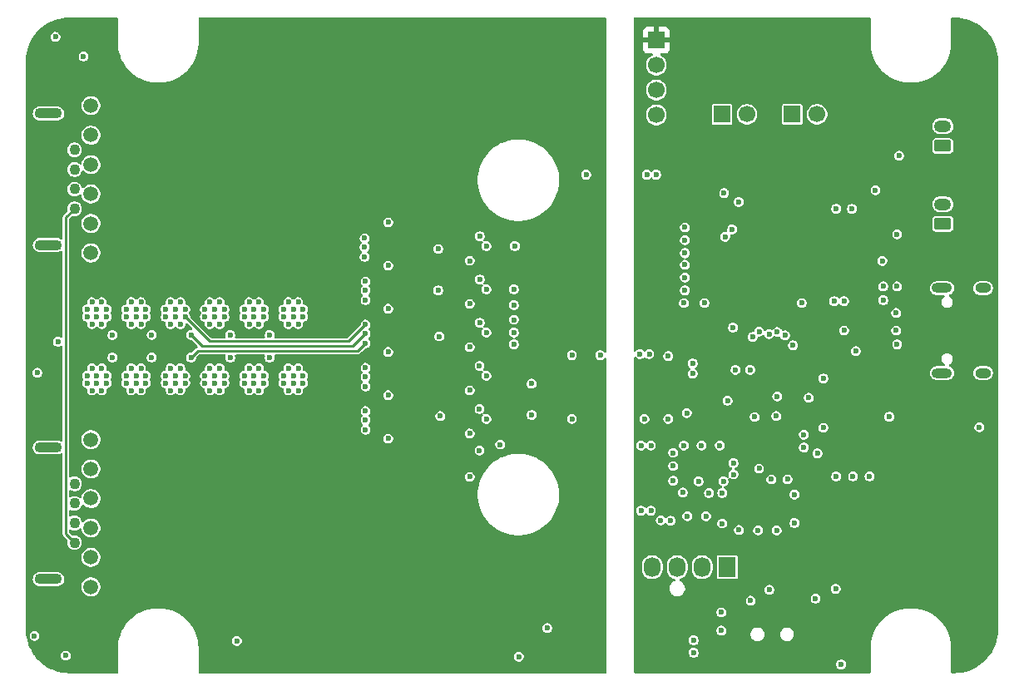
<source format=gbr>
%TF.GenerationSoftware,KiCad,Pcbnew,9.0.3*%
%TF.CreationDate,2025-09-21T09:36:47+10:00*%
%TF.ProjectId,12v-2x6,3132762d-3278-4362-9e6b-696361645f70,1*%
%TF.SameCoordinates,Original*%
%TF.FileFunction,Copper,L4,Inr*%
%TF.FilePolarity,Positive*%
%FSLAX46Y46*%
G04 Gerber Fmt 4.6, Leading zero omitted, Abs format (unit mm)*
G04 Created by KiCad (PCBNEW 9.0.3) date 2025-09-21 09:36:47*
%MOMM*%
%LPD*%
G01*
G04 APERTURE LIST*
G04 Aperture macros list*
%AMRoundRect*
0 Rectangle with rounded corners*
0 $1 Rounding radius*
0 $2 $3 $4 $5 $6 $7 $8 $9 X,Y pos of 4 corners*
0 Add a 4 corners polygon primitive as box body*
4,1,4,$2,$3,$4,$5,$6,$7,$8,$9,$2,$3,0*
0 Add four circle primitives for the rounded corners*
1,1,$1+$1,$2,$3*
1,1,$1+$1,$4,$5*
1,1,$1+$1,$6,$7*
1,1,$1+$1,$8,$9*
0 Add four rect primitives between the rounded corners*
20,1,$1+$1,$2,$3,$4,$5,0*
20,1,$1+$1,$4,$5,$6,$7,0*
20,1,$1+$1,$6,$7,$8,$9,0*
20,1,$1+$1,$8,$9,$2,$3,0*%
G04 Aperture macros list end*
%TA.AperFunction,ComponentPad*%
%ADD10RoundRect,0.250000X0.625000X-0.350000X0.625000X0.350000X-0.625000X0.350000X-0.625000X-0.350000X0*%
%TD*%
%TA.AperFunction,ComponentPad*%
%ADD11O,1.750000X1.200000*%
%TD*%
%TA.AperFunction,ComponentPad*%
%ADD12R,1.730000X2.030000*%
%TD*%
%TA.AperFunction,ComponentPad*%
%ADD13O,1.730000X2.030000*%
%TD*%
%TA.AperFunction,ComponentPad*%
%ADD14R,1.700000X1.700000*%
%TD*%
%TA.AperFunction,ComponentPad*%
%ADD15C,1.700000*%
%TD*%
%TA.AperFunction,ComponentPad*%
%ADD16C,1.520000*%
%TD*%
%TA.AperFunction,ComponentPad*%
%ADD17RoundRect,0.510000X-0.890000X0.000010X-0.890000X-0.000010X0.890000X-0.000010X0.890000X0.000010X0*%
%TD*%
%TA.AperFunction,ComponentPad*%
%ADD18C,1.100000*%
%TD*%
%TA.AperFunction,HeatsinkPad*%
%ADD19O,2.100000X1.000000*%
%TD*%
%TA.AperFunction,HeatsinkPad*%
%ADD20O,1.600000X1.000000*%
%TD*%
%TA.AperFunction,ViaPad*%
%ADD21C,0.600000*%
%TD*%
%TA.AperFunction,Conductor*%
%ADD22C,0.254000*%
%TD*%
G04 APERTURE END LIST*
D10*
%TO.N,/Input Output/NTC2*%
%TO.C,J7*%
X141850000Y-47600000D03*
D11*
%TO.N,GND*%
X141850000Y-45600000D03*
%TD*%
D12*
%TO.N,GND*%
%TO.C,M2*%
X119900000Y-90500000D03*
D13*
%TO.N,+5V*%
X117360000Y-90500000D03*
%TO.N,Net-(M2-Tacho)*%
X114820000Y-90500000D03*
%TO.N,Net-(M2-PWM)*%
X112280000Y-90500000D03*
%TD*%
D14*
%TO.N,+3.3V*%
%TO.C,J8*%
X112700000Y-36830000D03*
D15*
%TO.N,/Input Output/RX*%
X112700000Y-39370000D03*
%TO.N,/Input Output/TX*%
X112700000Y-41910000D03*
%TO.N,GND*%
X112700000Y-44450000D03*
%TD*%
D10*
%TO.N,/Input Output/NTC1*%
%TO.C,J6*%
X141850000Y-55550000D03*
D11*
%TO.N,GND*%
X141850000Y-53550000D03*
%TD*%
D14*
%TO.N,Net-(J4-Pin_1)*%
%TO.C,J4*%
X119385000Y-44385000D03*
D15*
%TO.N,Net-(J4-Pin_2)*%
X121925000Y-44385000D03*
%TD*%
D16*
%TO.N,/12V-2x6 Connectors/12V_OUT6*%
%TO.C,J2*%
X55150000Y-58500000D03*
%TO.N,/12V-2x6 Connectors/12V_OUT5*%
X55150000Y-55500000D03*
%TO.N,/12V-2x6 Connectors/12V_OUT4*%
X55150000Y-52500000D03*
%TO.N,/12V-2x6 Connectors/12V_OUT3*%
X55150000Y-49500000D03*
%TO.N,/12V-2x6 Connectors/12V_OUT2*%
X55150000Y-46500000D03*
%TO.N,/12V-2x6 Connectors/12V_OUT1*%
X55150000Y-43500000D03*
%TO.N,GND1*%
X58150000Y-58500000D03*
X58150000Y-55500000D03*
X58150000Y-52500000D03*
X58150000Y-49500000D03*
X58150000Y-46500000D03*
X58150000Y-43500000D03*
D17*
%TO.N,N/C*%
X50830000Y-57700000D03*
X50830000Y-44300000D03*
D18*
%TO.N,/12V-2x6 Connectors/S1*%
X53480000Y-54000000D03*
%TO.N,/12V-2x6 Connectors/S2*%
X53480000Y-52000000D03*
%TO.N,/12V-2x6 Connectors/S3*%
X53480000Y-50000000D03*
%TO.N,/12V-2x6 Connectors/S4*%
X53480000Y-48000000D03*
%TD*%
D14*
%TO.N,Net-(J4-Pin_1)*%
%TO.C,J5*%
X126525000Y-44385000D03*
D15*
%TO.N,Net-(J4-Pin_2)*%
X129065000Y-44385000D03*
%TD*%
D16*
%TO.N,/12V-2x6 Connectors/12V_IN1*%
%TO.C,J1*%
X55150000Y-92500000D03*
%TO.N,/12V-2x6 Connectors/12V_IN2*%
X55150000Y-89500000D03*
%TO.N,/12V-2x6 Connectors/12V_IN3*%
X55150000Y-86500000D03*
%TO.N,/12V-2x6 Connectors/12V_IN4*%
X55150000Y-83500000D03*
%TO.N,/12V-2x6 Connectors/12V_IN5*%
X55150000Y-80500000D03*
%TO.N,/12V-2x6 Connectors/12V_IN6*%
X55150000Y-77500000D03*
%TO.N,GND1*%
X58150000Y-92500000D03*
X58150000Y-89500000D03*
X58150000Y-86500000D03*
X58150000Y-83500000D03*
X58150000Y-80500000D03*
X58150000Y-77500000D03*
D17*
%TO.N,N/C*%
X50830000Y-91700000D03*
X50830000Y-78300000D03*
D18*
%TO.N,/12V-2x6 Connectors/S1*%
X53480000Y-88000000D03*
%TO.N,/12V-2x6 Connectors/S2*%
X53480000Y-86000000D03*
%TO.N,/12V-2x6 Connectors/S3*%
X53480000Y-84000000D03*
%TO.N,/12V-2x6 Connectors/S4*%
X53480000Y-82000000D03*
%TD*%
D19*
%TO.N,GND*%
%TO.C,J3*%
X141770000Y-70720000D03*
D20*
X145950000Y-70720000D03*
D19*
X141770000Y-62080000D03*
D20*
X145950000Y-62080000D03*
%TD*%
D21*
%TO.N,GND*%
X137100000Y-64600000D03*
X119400000Y-82950000D03*
X117600000Y-63600000D03*
X117750000Y-85300000D03*
X132600000Y-54000000D03*
X132710000Y-81250000D03*
X116500000Y-97935000D03*
X114400000Y-80200000D03*
X128900000Y-93700000D03*
X131000000Y-54000000D03*
X129700000Y-71275000D03*
X111475000Y-75400000D03*
X126750000Y-86000000D03*
X119300000Y-95100000D03*
X124950000Y-86750000D03*
X121100000Y-86700000D03*
X124400000Y-81550000D03*
X120550000Y-81050000D03*
X119400000Y-86050000D03*
X114400000Y-78850000D03*
X126050000Y-81550000D03*
X131000000Y-81250000D03*
X120550000Y-79900000D03*
X115800000Y-74800000D03*
X114400000Y-81700000D03*
X117300000Y-78100000D03*
X131500000Y-100400000D03*
X137200000Y-67800000D03*
X115400000Y-82900000D03*
X121087500Y-53300000D03*
X117000000Y-81750000D03*
X111980000Y-68800000D03*
X135700000Y-59300000D03*
X119150000Y-78100000D03*
X137100000Y-66400000D03*
X126750000Y-83100000D03*
X123050000Y-86750000D03*
X136400000Y-75175000D03*
X129700000Y-76300000D03*
X111725000Y-50525000D03*
X124900000Y-75100000D03*
X119550000Y-81750000D03*
X133000000Y-68500000D03*
X122300000Y-93900000D03*
X115500000Y-63600000D03*
X128200000Y-73250000D03*
X115500000Y-78100000D03*
X129100000Y-78900000D03*
X134400000Y-81250000D03*
X118050000Y-82950000D03*
X116500000Y-99200000D03*
X123150000Y-80450000D03*
X135000000Y-52100000D03*
X120500000Y-66100000D03*
X131800000Y-63400000D03*
X113150000Y-85730000D03*
%TO.N,/Input Output/NTC1*%
X127700000Y-78300000D03*
X137200000Y-56600000D03*
%TO.N,/Input Output/NTC2*%
X137400000Y-48600000D03*
X127700000Y-77000000D03*
%TO.N,+3.3V*%
X119500000Y-66100000D03*
X126800000Y-93900000D03*
X113150000Y-78080000D03*
X128100000Y-79500000D03*
X118300000Y-78100000D03*
X139400000Y-58700000D03*
X139500000Y-50800000D03*
X111150000Y-76200000D03*
X129700000Y-69725000D03*
X115800000Y-75800000D03*
X134100000Y-93700000D03*
X129700000Y-57000000D03*
X133200000Y-73250000D03*
%TO.N,/Input Output/RESET*%
X130950000Y-92700000D03*
X122700000Y-75200000D03*
%TO.N,/Alert Isolation/ALERT_OUT2*%
X115600000Y-61000000D03*
X122250000Y-70400000D03*
%TO.N,/Alert Isolation/ALERT_OUT3*%
X115600000Y-59700000D03*
X124175735Y-66750000D03*
%TO.N,/Alert Isolation/ALERT_OUT5*%
X125800000Y-66900000D03*
X115600000Y-57200000D03*
%TO.N,+5VP*%
X105550000Y-50525000D03*
X85400000Y-77400000D03*
X85400000Y-59790000D03*
X52580000Y-99500000D03*
X85400000Y-68590000D03*
X93700000Y-68090000D03*
X93700000Y-63690000D03*
X104100000Y-75400000D03*
X93700000Y-81300000D03*
X90500000Y-62300000D03*
X90600000Y-67000000D03*
X51800000Y-67540000D03*
X93700000Y-76890000D03*
X98700000Y-99600000D03*
X85400000Y-72990000D03*
X101600000Y-96700000D03*
X51540000Y-36500000D03*
X85400000Y-64190000D03*
X90500000Y-58100000D03*
X90700000Y-75100000D03*
X106980000Y-68900000D03*
X93700000Y-72490000D03*
X104100000Y-68900000D03*
X85400000Y-55390000D03*
X93700000Y-59290000D03*
%TO.N,GND1*%
X58000000Y-41000000D03*
X56000000Y-41000000D03*
X51000000Y-62000000D03*
X76000000Y-45000000D03*
X76000000Y-46000000D03*
X51000000Y-88000000D03*
X77000000Y-49000000D03*
X50000000Y-86000000D03*
X77000000Y-81000000D03*
X79000000Y-72000000D03*
X51000000Y-82000000D03*
X76000000Y-52000000D03*
X77000000Y-83000000D03*
X76000000Y-42000000D03*
X71000000Y-95000000D03*
X53000000Y-41000000D03*
X52000000Y-41000000D03*
X77000000Y-53000000D03*
X85400000Y-56390000D03*
X98500000Y-97700000D03*
X51000000Y-86000000D03*
X78000000Y-60000000D03*
X50000000Y-73000000D03*
X68000000Y-40000000D03*
X50000000Y-85000000D03*
X75000000Y-41000000D03*
X69000000Y-95000000D03*
X79000000Y-62000000D03*
X70000000Y-96000000D03*
X70000000Y-40000000D03*
X68000000Y-95000000D03*
X77000000Y-57000000D03*
X50000000Y-51000000D03*
X50000000Y-84000000D03*
X51000000Y-74000000D03*
X78000000Y-83000000D03*
X51000000Y-96000000D03*
X50000000Y-50000000D03*
X50000000Y-88000000D03*
X51000000Y-95000000D03*
X53000000Y-40000000D03*
X50000000Y-83000000D03*
X54000000Y-95000000D03*
X73000000Y-40000000D03*
X51000000Y-53000000D03*
X76000000Y-43000000D03*
X77000000Y-47000000D03*
X76000000Y-51000000D03*
X68000000Y-41000000D03*
X106500000Y-50525000D03*
X52000000Y-96000000D03*
X77000000Y-50000000D03*
X106020000Y-68900000D03*
X51800000Y-68500000D03*
X74000000Y-41000000D03*
X53000000Y-95000000D03*
X76000000Y-84000000D03*
X67000000Y-40000000D03*
X79000000Y-71000000D03*
X75000000Y-42000000D03*
X77000000Y-51000000D03*
X77000000Y-80000000D03*
X50000000Y-62000000D03*
X79000000Y-64100000D03*
X52000000Y-40000000D03*
X77000000Y-48000000D03*
X55000000Y-96000000D03*
X78000000Y-56000000D03*
X78000000Y-76000000D03*
X50000000Y-64000000D03*
X76000000Y-88000000D03*
X85400000Y-78400000D03*
X75000000Y-94000000D03*
X75000000Y-40000000D03*
X72000000Y-96000000D03*
X79000000Y-73000000D03*
X76000000Y-41000000D03*
X90700000Y-75900000D03*
X50000000Y-52000000D03*
X77000000Y-88000000D03*
X51000000Y-84000000D03*
X50000000Y-63000000D03*
X55000000Y-41000000D03*
X76000000Y-48000000D03*
X77000000Y-55000000D03*
X85400000Y-69590000D03*
X76000000Y-85000000D03*
X51000000Y-73000000D03*
X51000000Y-83000000D03*
X51000000Y-85000000D03*
X71000000Y-96000000D03*
X76000000Y-93000000D03*
X51000000Y-54000000D03*
X78000000Y-61000000D03*
X75000000Y-90000000D03*
X76000000Y-89000000D03*
X78000000Y-54000000D03*
X51000000Y-50000000D03*
X75000000Y-46000000D03*
X77000000Y-82000000D03*
X78000000Y-80000000D03*
X56000000Y-95000000D03*
X77000000Y-84000000D03*
X66000000Y-41000000D03*
X51000000Y-51000000D03*
X68000000Y-96000000D03*
X56000000Y-40000000D03*
X85400000Y-60790000D03*
X78000000Y-75000000D03*
X50000000Y-53000000D03*
X72000000Y-41000000D03*
X51000000Y-49000000D03*
X51000000Y-41000000D03*
X55000000Y-95000000D03*
X54000000Y-40000000D03*
X69000000Y-96000000D03*
X77000000Y-87000000D03*
X51620000Y-99500000D03*
X85400000Y-65190000D03*
X76000000Y-91000000D03*
X76000000Y-87000000D03*
X77000000Y-52000000D03*
X72000000Y-40000000D03*
X50000000Y-82000000D03*
X90600000Y-66200000D03*
X78000000Y-55000000D03*
X51000000Y-48000000D03*
X78000000Y-62000000D03*
X73000000Y-95000000D03*
X75000000Y-91000000D03*
X69000000Y-40000000D03*
X76000000Y-95000000D03*
X90600000Y-71500000D03*
X76000000Y-90000000D03*
X76000000Y-50000000D03*
X77000000Y-54000000D03*
X78000000Y-57000000D03*
X70000000Y-95000000D03*
X51000000Y-52000000D03*
X74000000Y-96000000D03*
X76000000Y-92000000D03*
X77000000Y-85000000D03*
X78000000Y-82000000D03*
X50000000Y-87000000D03*
X75000000Y-93000000D03*
X78000000Y-77000000D03*
X53000000Y-96000000D03*
X79000000Y-63100000D03*
X71000000Y-40000000D03*
X78000000Y-74000000D03*
X50000000Y-48000000D03*
X67000000Y-95000000D03*
X69000000Y-41000000D03*
X76000000Y-44000000D03*
X73000000Y-41000000D03*
X76000000Y-49000000D03*
X79000000Y-69900000D03*
X50000000Y-72000000D03*
X77000000Y-79000000D03*
X50000000Y-74000000D03*
X75000000Y-43000000D03*
X75000000Y-95000000D03*
X55000000Y-40000000D03*
X85400000Y-73990000D03*
X78000000Y-81000000D03*
X75000000Y-45000000D03*
X78000000Y-52000000D03*
X50000000Y-49000000D03*
X78000000Y-59000000D03*
X77000000Y-86000000D03*
X51000000Y-87000000D03*
X106525000Y-75400000D03*
X57000000Y-95000000D03*
X65000000Y-41000000D03*
X101600000Y-95400000D03*
X67000000Y-41000000D03*
X78000000Y-58000000D03*
X75000000Y-92000000D03*
X50000000Y-54000000D03*
X58000000Y-40000000D03*
X104400000Y-64900000D03*
X54000000Y-96000000D03*
X75000000Y-96000000D03*
X75000000Y-44000000D03*
X78000000Y-78000000D03*
X59000000Y-41000000D03*
X90550000Y-79850000D03*
X56000000Y-96000000D03*
X54000000Y-41000000D03*
X51000000Y-64000000D03*
X52500000Y-36500000D03*
X51000000Y-72000000D03*
X77000000Y-89000000D03*
X72000000Y-95000000D03*
X70000000Y-41000000D03*
X76000000Y-86000000D03*
X76000000Y-47000000D03*
X66000000Y-40000000D03*
X79000000Y-65100000D03*
X74000000Y-40000000D03*
X77000000Y-56000000D03*
X79000000Y-74000000D03*
X76000000Y-94000000D03*
X74000000Y-95000000D03*
X78000000Y-53000000D03*
X51000000Y-40000000D03*
X71000000Y-41000000D03*
X57000000Y-40000000D03*
X52000000Y-95000000D03*
X78000000Y-79000000D03*
X51000000Y-63000000D03*
X73000000Y-96000000D03*
X57000000Y-41000000D03*
%TO.N,/Alert Isolation/ALERT_OUT1*%
X115600000Y-62300000D03*
X120750000Y-70400000D03*
%TO.N,+5V*%
X135800000Y-63300000D03*
X111020000Y-68800000D03*
X115850000Y-85300000D03*
X114150000Y-85760000D03*
X113900000Y-75400000D03*
X131800000Y-66400000D03*
X137200000Y-61900000D03*
X145575000Y-76250000D03*
X113900000Y-69000000D03*
X127500000Y-63600000D03*
X135800000Y-61900000D03*
X112675000Y-50525000D03*
X119300000Y-96950000D03*
X130800000Y-63400000D03*
%TO.N,/Input Output/CASE_SW*%
X119587500Y-52400000D03*
X125000000Y-73100000D03*
%TO.N,/Alert Isolation/ALERT_OUT6*%
X115600000Y-55900000D03*
X126600000Y-67900000D03*
%TO.N,/Alert Isolation/ALERT_OUT4*%
X115600000Y-58500000D03*
X125000000Y-66550000D03*
%TO.N,/Alert Isolation/ALERT_IN6*%
X98300000Y-57800000D03*
X95400000Y-57800000D03*
%TO.N,/Alert Isolation/ALERT_IN3*%
X98200000Y-65300000D03*
X95400000Y-71000000D03*
%TO.N,/Alert Isolation/ALERT_IN4*%
X98200000Y-63800000D03*
X95400000Y-66600000D03*
%TO.N,/Alert Isolation/ALERT_IN5*%
X98200000Y-62200000D03*
X95400000Y-62200000D03*
%TO.N,/Alert Isolation/ALERT_IN1*%
X96800000Y-78000000D03*
X98200000Y-67800000D03*
%TO.N,/Alert Isolation/ALERT_IN2*%
X98200000Y-66600000D03*
X95400000Y-75400000D03*
%TO.N,/12V-2x6 Connectors/12V_IN4*%
X64750000Y-71750000D03*
X63250000Y-72500000D03*
X63750000Y-71750000D03*
X64250000Y-70250000D03*
X63750000Y-71000000D03*
X62750000Y-71750000D03*
X63250000Y-70250000D03*
X62750000Y-71000000D03*
X64750000Y-71000000D03*
X64250000Y-72500000D03*
%TO.N,/12V-2x6 Connectors/12V_IN3*%
X67250000Y-72500000D03*
X67750000Y-71750000D03*
X67750000Y-71000000D03*
X67250000Y-70250000D03*
X68250000Y-72500000D03*
X66750000Y-71000000D03*
X66750000Y-71750000D03*
X68750000Y-71000000D03*
X68250000Y-70250000D03*
X68750000Y-71750000D03*
%TO.N,/12V-2x6 Connectors/12V_IN5*%
X60250000Y-70250000D03*
X59250000Y-70250000D03*
X59750000Y-71000000D03*
X58750000Y-71000000D03*
X60750000Y-71750000D03*
X60250000Y-72500000D03*
X58750000Y-71750000D03*
X60750000Y-71000000D03*
X59250000Y-72500000D03*
X59750000Y-71750000D03*
%TO.N,/12V-2x6 Connectors/12V_IN2*%
X72750000Y-71000000D03*
X71250000Y-70250000D03*
X70750000Y-71000000D03*
X72250000Y-72500000D03*
X72250000Y-70250000D03*
X70750000Y-71750000D03*
X71750000Y-71750000D03*
X71750000Y-71000000D03*
X72750000Y-71750000D03*
X71250000Y-72500000D03*
%TO.N,/12V-2x6 Connectors/12V_IN1*%
X75250000Y-72500000D03*
X76750000Y-71750000D03*
X74750000Y-71000000D03*
X75750000Y-71000000D03*
X76250000Y-72500000D03*
X74750000Y-71750000D03*
X75250000Y-70250000D03*
X76750000Y-71000000D03*
X76250000Y-70250000D03*
X75750000Y-71750000D03*
%TO.N,/12V-2x6 Connectors/12V_IN6*%
X56750000Y-71000000D03*
X56250000Y-70250000D03*
X55250000Y-70250000D03*
X55750000Y-71750000D03*
X55750000Y-71000000D03*
X56250000Y-72500000D03*
X56750000Y-71750000D03*
X54750000Y-71750000D03*
X55250000Y-72500000D03*
X54750000Y-71000000D03*
%TO.N,/12V-2x6 Connectors/12V_OUT5*%
X58750000Y-64250000D03*
X60750000Y-65000000D03*
X59750000Y-65000000D03*
X58750000Y-65000000D03*
X60750000Y-64250000D03*
X83100000Y-61400000D03*
X59750000Y-64250000D03*
X60250000Y-65750000D03*
X59250000Y-65750000D03*
X60250000Y-63500000D03*
X59250000Y-63500000D03*
%TO.N,/12V-2x6 Connectors/12V_OUT6*%
X55750000Y-65000000D03*
X56750000Y-65000000D03*
X55250000Y-65750000D03*
X56250000Y-63500000D03*
X56250000Y-65750000D03*
X54750000Y-65000000D03*
X55750000Y-64250000D03*
X55250000Y-63500000D03*
X54750000Y-64250000D03*
X83000000Y-57000000D03*
X56750000Y-64250000D03*
%TO.N,/12V-2x6 Connectors/12V_OUT4*%
X83100000Y-65800000D03*
X64250000Y-63500000D03*
X64250000Y-65750000D03*
X64750000Y-65000000D03*
X62750000Y-64250000D03*
X63750000Y-65000000D03*
X64750000Y-64250000D03*
X63750000Y-64250000D03*
X62750000Y-65000000D03*
X63250000Y-63500000D03*
X63250000Y-65750000D03*
%TO.N,/12V-2x6 Connectors/12V_OUT1*%
X76250000Y-65750000D03*
X74750000Y-64250000D03*
X75750000Y-65000000D03*
X75250000Y-65750000D03*
X76750000Y-65000000D03*
X74750000Y-65000000D03*
X76250000Y-63500000D03*
X75750000Y-64250000D03*
X75250000Y-63500000D03*
X76750000Y-64250000D03*
%TO.N,/12V-2x6 Connectors/12V_OUT3*%
X68750000Y-64250000D03*
X67750000Y-65000000D03*
X66750000Y-65000000D03*
X66750000Y-64250000D03*
X68750000Y-65000000D03*
X68250000Y-65750000D03*
X67250000Y-63500000D03*
X68250000Y-63500000D03*
X67750000Y-64250000D03*
X83100000Y-70200000D03*
X67250000Y-65750000D03*
%TO.N,/12V-2x6 Connectors/12V_OUT2*%
X71750000Y-65000000D03*
X72250000Y-63500000D03*
X71750000Y-64250000D03*
X71250000Y-63500000D03*
X70750000Y-65000000D03*
X72750000Y-64250000D03*
X71250000Y-65750000D03*
X72250000Y-65750000D03*
X70750000Y-64250000D03*
X83100000Y-74600000D03*
X72750000Y-65000000D03*
%TO.N,/Input Output/BOOT*%
X124200000Y-92800000D03*
X119950000Y-73550000D03*
%TO.N,/Current Sensing/CurrentSense2/IN+*%
X83100000Y-76500000D03*
X73334000Y-69150000D03*
%TO.N,/Current Sensing/CurrentSense2/IN-*%
X83100000Y-75500000D03*
X73334000Y-66850000D03*
%TO.N,/Current Sensing/CurrentSense3/IN+*%
X69334000Y-69150000D03*
X83100000Y-72100000D03*
%TO.N,/Current Sensing/CurrentSense3/IN-*%
X83100000Y-71100000D03*
X69334000Y-66850000D03*
%TO.N,/Current Sensing/CurrentSense4/IN+*%
X83100000Y-67700000D03*
X65350000Y-69150000D03*
%TO.N,/Current Sensing/CurrentSense4/IN-*%
X83100000Y-66700000D03*
X65334000Y-66850000D03*
%TO.N,/Current Sensing/CurrentSense5/IN+*%
X61334000Y-69150000D03*
X83100000Y-63300000D03*
%TO.N,/Current Sensing/CurrentSense5/IN-*%
X83100000Y-62300000D03*
X61334000Y-66850000D03*
%TO.N,/Current Sensing/CurrentSense6/IN+*%
X83000000Y-58900000D03*
X57334000Y-69150000D03*
%TO.N,/Current Sensing/CurrentSense6/IN-*%
X83000000Y-57900000D03*
X57334000Y-66850000D03*
%TO.N,/Current Sensing/SCL1*%
X100000000Y-75000000D03*
X54400000Y-38500000D03*
X49700000Y-70700000D03*
X100000000Y-71810000D03*
X70000000Y-98000000D03*
X49400000Y-97500000D03*
%TO.N,/Current Sensing/SDA1*%
X94725735Y-65600000D03*
X94700000Y-70000000D03*
X94725735Y-56800000D03*
X94700000Y-78600000D03*
X94700000Y-74400000D03*
X94725735Y-61200000D03*
%TO.N,Net-(M2-Tacho)*%
X112150000Y-84740000D03*
%TO.N,Net-(M2-PWM)*%
X111150000Y-84740000D03*
%TO.N,/Input Output/FAN_TACHO*%
X116400000Y-70800000D03*
X112150000Y-78110000D03*
%TO.N,/Input Output/FAN_PWM*%
X116400000Y-69750000D03*
X111150000Y-78110000D03*
%TO.N,/Input Output/TX*%
X119700000Y-56850000D03*
X122500000Y-67050000D03*
%TO.N,/Input Output/RX*%
X123150000Y-66500000D03*
X120400000Y-56100000D03*
%TD*%
D22*
%TO.N,/12V-2x6 Connectors/S1*%
X52600000Y-54880000D02*
X53480000Y-54000000D01*
X53480000Y-88000000D02*
X52600000Y-87120000D01*
X52600000Y-87120000D02*
X52600000Y-54880000D01*
%TO.N,/12V-2x6 Connectors/12V_OUT4*%
X67250000Y-67500000D02*
X64750000Y-65000000D01*
X81400000Y-67500000D02*
X67250000Y-67500000D01*
X83100000Y-65800000D02*
X81400000Y-67500000D01*
%TO.N,/Current Sensing/CurrentSense4/IN+*%
X65350000Y-69050000D02*
X65350000Y-69150000D01*
X82300000Y-68500000D02*
X83100000Y-67700000D01*
X83100000Y-67700000D02*
X83000000Y-67600000D01*
X66000000Y-68500000D02*
X82300000Y-68500000D01*
X65350000Y-69150000D02*
X66000000Y-68500000D01*
%TO.N,/Current Sensing/CurrentSense4/IN-*%
X83100000Y-66700000D02*
X81800000Y-68000000D01*
X81800000Y-68000000D02*
X66484000Y-68000000D01*
X66484000Y-68000000D02*
X65334000Y-66850000D01*
%TD*%
%TA.AperFunction,Conductor*%
%TO.N,GND1*%
G36*
X57843039Y-34520185D02*
G01*
X57888794Y-34572989D01*
X57900000Y-34624500D01*
X57900000Y-36847389D01*
X57899601Y-36855519D01*
X57899649Y-36855522D01*
X57899500Y-36858551D01*
X57899500Y-37261441D01*
X57938988Y-37662383D01*
X57938991Y-37662400D01*
X58017588Y-38057536D01*
X58134543Y-38443084D01*
X58185412Y-38565892D01*
X58288722Y-38815304D01*
X58334260Y-38900500D01*
X58478635Y-39170609D01*
X58478646Y-39170627D01*
X58702470Y-39505602D01*
X58702480Y-39505616D01*
X58958070Y-39817053D01*
X59242946Y-40101929D01*
X59242951Y-40101933D01*
X59242952Y-40101934D01*
X59554389Y-40357524D01*
X59889379Y-40581358D01*
X60244696Y-40771278D01*
X60616917Y-40925457D01*
X61002458Y-41042410D01*
X61397606Y-41121010D01*
X61798555Y-41160500D01*
X61798558Y-41160500D01*
X62201442Y-41160500D01*
X62201445Y-41160500D01*
X62602394Y-41121010D01*
X62997542Y-41042410D01*
X63383083Y-40925457D01*
X63755304Y-40771278D01*
X64110621Y-40581358D01*
X64445611Y-40357524D01*
X64757048Y-40101934D01*
X65041934Y-39817048D01*
X65297524Y-39505611D01*
X65521358Y-39170621D01*
X65711278Y-38815304D01*
X65865457Y-38443083D01*
X65982410Y-38057542D01*
X66061010Y-37662394D01*
X66100500Y-37261445D01*
X66100500Y-36858555D01*
X66100500Y-36858551D01*
X66100351Y-36855522D01*
X66100398Y-36855519D01*
X66100000Y-36847389D01*
X66100000Y-34624500D01*
X66119685Y-34557461D01*
X66172489Y-34511706D01*
X66224000Y-34500500D01*
X107476000Y-34500500D01*
X107543039Y-34520185D01*
X107588794Y-34572989D01*
X107600000Y-34624500D01*
X107600000Y-68513452D01*
X107580315Y-68580491D01*
X107527511Y-68626246D01*
X107458353Y-68636190D01*
X107394797Y-68607165D01*
X107386413Y-68598266D01*
X107386247Y-68598433D01*
X107287316Y-68499502D01*
X107287314Y-68499500D01*
X107230250Y-68466554D01*
X107173187Y-68433608D01*
X107109539Y-68416554D01*
X107045892Y-68399500D01*
X106914108Y-68399500D01*
X106786812Y-68433608D01*
X106672686Y-68499500D01*
X106672683Y-68499502D01*
X106579502Y-68592683D01*
X106579500Y-68592686D01*
X106513608Y-68706812D01*
X106487251Y-68805180D01*
X106479500Y-68834108D01*
X106479500Y-68965892D01*
X106486094Y-68990500D01*
X106513608Y-69093187D01*
X106515797Y-69096978D01*
X106579500Y-69207314D01*
X106672686Y-69300500D01*
X106786814Y-69366392D01*
X106914108Y-69400500D01*
X106914110Y-69400500D01*
X107045890Y-69400500D01*
X107045892Y-69400500D01*
X107173186Y-69366392D01*
X107287314Y-69300500D01*
X107380500Y-69207314D01*
X107380500Y-69207313D01*
X107386247Y-69201567D01*
X107388097Y-69203417D01*
X107434037Y-69169863D01*
X107503783Y-69165699D01*
X107564707Y-69199904D01*
X107597468Y-69261617D01*
X107600000Y-69286547D01*
X107600000Y-101175500D01*
X107580315Y-101242539D01*
X107527511Y-101288294D01*
X107476000Y-101299500D01*
X66224000Y-101299500D01*
X66156961Y-101279815D01*
X66111206Y-101227011D01*
X66100000Y-101175500D01*
X66100000Y-99534108D01*
X98199500Y-99534108D01*
X98199500Y-99665892D01*
X98216554Y-99729539D01*
X98233608Y-99793187D01*
X98241766Y-99807316D01*
X98299500Y-99907314D01*
X98392686Y-100000500D01*
X98506814Y-100066392D01*
X98634108Y-100100500D01*
X98634110Y-100100500D01*
X98765890Y-100100500D01*
X98765892Y-100100500D01*
X98893186Y-100066392D01*
X99007314Y-100000500D01*
X99100500Y-99907314D01*
X99166392Y-99793186D01*
X99200500Y-99665892D01*
X99200500Y-99534108D01*
X99166392Y-99406814D01*
X99100500Y-99292686D01*
X99007314Y-99199500D01*
X98950250Y-99166554D01*
X98893187Y-99133608D01*
X98829539Y-99116554D01*
X98765892Y-99099500D01*
X98634108Y-99099500D01*
X98506812Y-99133608D01*
X98392686Y-99199500D01*
X98392683Y-99199502D01*
X98299502Y-99292683D01*
X98299500Y-99292686D01*
X98233608Y-99406812D01*
X98226294Y-99434110D01*
X98199500Y-99534108D01*
X66100000Y-99534108D01*
X66100000Y-98992612D01*
X66100399Y-98984484D01*
X66100351Y-98984482D01*
X66100500Y-98981451D01*
X66100500Y-98578558D01*
X66077390Y-98343921D01*
X66061010Y-98177606D01*
X66036985Y-98056826D01*
X66015771Y-97950172D01*
X66012575Y-97934108D01*
X69499500Y-97934108D01*
X69499500Y-98065891D01*
X69533608Y-98193187D01*
X69566554Y-98250250D01*
X69599500Y-98307314D01*
X69692686Y-98400500D01*
X69806814Y-98466392D01*
X69934108Y-98500500D01*
X69934110Y-98500500D01*
X70065890Y-98500500D01*
X70065892Y-98500500D01*
X70193186Y-98466392D01*
X70307314Y-98400500D01*
X70400500Y-98307314D01*
X70466392Y-98193186D01*
X70500500Y-98065892D01*
X70500500Y-97934108D01*
X70466392Y-97806814D01*
X70400500Y-97692686D01*
X70307314Y-97599500D01*
X70249100Y-97565890D01*
X70193187Y-97533608D01*
X70129539Y-97516554D01*
X70065892Y-97499500D01*
X69934108Y-97499500D01*
X69806812Y-97533608D01*
X69692686Y-97599500D01*
X69692683Y-97599502D01*
X69599502Y-97692683D01*
X69599500Y-97692686D01*
X69533608Y-97806812D01*
X69499500Y-97934108D01*
X66012575Y-97934108D01*
X65999975Y-97870767D01*
X65982410Y-97782458D01*
X65865457Y-97396917D01*
X65711278Y-97024696D01*
X65521358Y-96669379D01*
X65497791Y-96634108D01*
X101099500Y-96634108D01*
X101099500Y-96765891D01*
X101133608Y-96893187D01*
X101166554Y-96950250D01*
X101199500Y-97007314D01*
X101292686Y-97100500D01*
X101406814Y-97166392D01*
X101534108Y-97200500D01*
X101534110Y-97200500D01*
X101665890Y-97200500D01*
X101665892Y-97200500D01*
X101793186Y-97166392D01*
X101907314Y-97100500D01*
X102000500Y-97007314D01*
X102066392Y-96893186D01*
X102100500Y-96765892D01*
X102100500Y-96634108D01*
X102066392Y-96506814D01*
X102000500Y-96392686D01*
X101907314Y-96299500D01*
X101850250Y-96266554D01*
X101793187Y-96233608D01*
X101729539Y-96216554D01*
X101665892Y-96199500D01*
X101534108Y-96199500D01*
X101406812Y-96233608D01*
X101292686Y-96299500D01*
X101292683Y-96299502D01*
X101199502Y-96392683D01*
X101199500Y-96392686D01*
X101133608Y-96506812D01*
X101099500Y-96634108D01*
X65497791Y-96634108D01*
X65297524Y-96334389D01*
X65041934Y-96022952D01*
X65041933Y-96022951D01*
X65041929Y-96022946D01*
X64757053Y-95738070D01*
X64445616Y-95482480D01*
X64445615Y-95482479D01*
X64445611Y-95482476D01*
X64110621Y-95258642D01*
X64110616Y-95258639D01*
X64110609Y-95258635D01*
X63755311Y-95068726D01*
X63755304Y-95068722D01*
X63755297Y-95068719D01*
X63383084Y-94914543D01*
X62997536Y-94797588D01*
X62602400Y-94718991D01*
X62602383Y-94718988D01*
X62299181Y-94689126D01*
X62201445Y-94679500D01*
X61798555Y-94679500D01*
X61708163Y-94688402D01*
X61397616Y-94718988D01*
X61397599Y-94718991D01*
X61002463Y-94797588D01*
X60616915Y-94914543D01*
X60244702Y-95068719D01*
X60244688Y-95068726D01*
X59889390Y-95258635D01*
X59889372Y-95258646D01*
X59554397Y-95482470D01*
X59554383Y-95482480D01*
X59242946Y-95738070D01*
X58958070Y-96022946D01*
X58702480Y-96334383D01*
X58702470Y-96334397D01*
X58478646Y-96669372D01*
X58478635Y-96669390D01*
X58288726Y-97024688D01*
X58288719Y-97024702D01*
X58134543Y-97396915D01*
X58017588Y-97782463D01*
X57938991Y-98177599D01*
X57938988Y-98177616D01*
X57899500Y-98578558D01*
X57899500Y-98981451D01*
X57899649Y-98984482D01*
X57899600Y-98984484D01*
X57900000Y-98992612D01*
X57900000Y-101175500D01*
X57880315Y-101242539D01*
X57827511Y-101288294D01*
X57776000Y-101299500D01*
X53002706Y-101299500D01*
X52997297Y-101299382D01*
X52613249Y-101282614D01*
X52602473Y-101281671D01*
X52224042Y-101231849D01*
X52213389Y-101229971D01*
X51840727Y-101147354D01*
X51830278Y-101144554D01*
X51466244Y-101029775D01*
X51456078Y-101026075D01*
X51103427Y-100880002D01*
X51093623Y-100875430D01*
X50755057Y-100699183D01*
X50745689Y-100693775D01*
X50423755Y-100488681D01*
X50414894Y-100482476D01*
X50112069Y-100250110D01*
X50103782Y-100243156D01*
X49822364Y-99985284D01*
X49814715Y-99977635D01*
X49556843Y-99696217D01*
X49549889Y-99687930D01*
X49406813Y-99501470D01*
X49406811Y-99501468D01*
X49355124Y-99434108D01*
X52079500Y-99434108D01*
X52079500Y-99565892D01*
X52096554Y-99629539D01*
X52113608Y-99693187D01*
X52146554Y-99750250D01*
X52179500Y-99807314D01*
X52272686Y-99900500D01*
X52386814Y-99966392D01*
X52514108Y-100000500D01*
X52514110Y-100000500D01*
X52645890Y-100000500D01*
X52645892Y-100000500D01*
X52773186Y-99966392D01*
X52887314Y-99900500D01*
X52980500Y-99807314D01*
X53046392Y-99693186D01*
X53080500Y-99565892D01*
X53080500Y-99434108D01*
X53046392Y-99306814D01*
X52980500Y-99192686D01*
X52887314Y-99099500D01*
X52801145Y-99049750D01*
X52773187Y-99033608D01*
X52709539Y-99016554D01*
X52645892Y-98999500D01*
X52514108Y-98999500D01*
X52386812Y-99033608D01*
X52272686Y-99099500D01*
X52272683Y-99099502D01*
X52179502Y-99192683D01*
X52179500Y-99192686D01*
X52113608Y-99306812D01*
X52095004Y-99376244D01*
X52079500Y-99434108D01*
X49355124Y-99434108D01*
X49317515Y-99385094D01*
X49311318Y-99376244D01*
X49106224Y-99054310D01*
X49100816Y-99044942D01*
X49070404Y-98986521D01*
X48924566Y-98706369D01*
X48919997Y-98696572D01*
X48871113Y-98578555D01*
X48773920Y-98343911D01*
X48770224Y-98333755D01*
X48761888Y-98307316D01*
X48655442Y-97969710D01*
X48652648Y-97959284D01*
X48570025Y-97586597D01*
X48568152Y-97575971D01*
X48549475Y-97434108D01*
X48899500Y-97434108D01*
X48899500Y-97565891D01*
X48933608Y-97693187D01*
X48966554Y-97750250D01*
X48999500Y-97807314D01*
X49092686Y-97900500D01*
X49206814Y-97966392D01*
X49334108Y-98000500D01*
X49334110Y-98000500D01*
X49465890Y-98000500D01*
X49465892Y-98000500D01*
X49593186Y-97966392D01*
X49707314Y-97900500D01*
X49800500Y-97807314D01*
X49866392Y-97693186D01*
X49900500Y-97565892D01*
X49900500Y-97434108D01*
X49866392Y-97306814D01*
X49800500Y-97192686D01*
X49707314Y-97099500D01*
X49650250Y-97066554D01*
X49593187Y-97033608D01*
X49529539Y-97016554D01*
X49465892Y-96999500D01*
X49334108Y-96999500D01*
X49206812Y-97033608D01*
X49092686Y-97099500D01*
X49092683Y-97099502D01*
X48999502Y-97192683D01*
X48999500Y-97192686D01*
X48933608Y-97306812D01*
X48899500Y-97434108D01*
X48549475Y-97434108D01*
X48518326Y-97197504D01*
X48517386Y-97186771D01*
X48500618Y-96802702D01*
X48500500Y-96797293D01*
X48500500Y-92594603D01*
X54189499Y-92594603D01*
X54226410Y-92780161D01*
X54226413Y-92780171D01*
X54298814Y-92954965D01*
X54298816Y-92954968D01*
X54403927Y-93112278D01*
X54403933Y-93112286D01*
X54537713Y-93246066D01*
X54537721Y-93246072D01*
X54695031Y-93351183D01*
X54695034Y-93351185D01*
X54869828Y-93423586D01*
X54869833Y-93423588D01*
X54869837Y-93423588D01*
X54869838Y-93423589D01*
X55055396Y-93460500D01*
X55055399Y-93460500D01*
X55244603Y-93460500D01*
X55369442Y-93435667D01*
X55430167Y-93423588D01*
X55604967Y-93351184D01*
X55762283Y-93246069D01*
X55896069Y-93112283D01*
X56001184Y-92954967D01*
X56073588Y-92780167D01*
X56110500Y-92594601D01*
X56110500Y-92405399D01*
X56110500Y-92405396D01*
X56073589Y-92219838D01*
X56073588Y-92219837D01*
X56073588Y-92219833D01*
X56073586Y-92219828D01*
X56001185Y-92045034D01*
X56001183Y-92045031D01*
X55896072Y-91887721D01*
X55896066Y-91887713D01*
X55762286Y-91753933D01*
X55762278Y-91753927D01*
X55604968Y-91648816D01*
X55604965Y-91648814D01*
X55430171Y-91576413D01*
X55430161Y-91576410D01*
X55244603Y-91539500D01*
X55244601Y-91539500D01*
X55055399Y-91539500D01*
X55055397Y-91539500D01*
X54869838Y-91576410D01*
X54869828Y-91576413D01*
X54695034Y-91648814D01*
X54695031Y-91648816D01*
X54537721Y-91753927D01*
X54537713Y-91753933D01*
X54403933Y-91887713D01*
X54403927Y-91887721D01*
X54298816Y-92045031D01*
X54298814Y-92045034D01*
X54226413Y-92219828D01*
X54226410Y-92219838D01*
X54189500Y-92405396D01*
X54189500Y-92405399D01*
X54189500Y-92594601D01*
X54189500Y-92594603D01*
X54189499Y-92594603D01*
X48500500Y-92594603D01*
X48500500Y-91642583D01*
X49229500Y-91642583D01*
X49229500Y-91757416D01*
X49229501Y-91757418D01*
X49236004Y-91829007D01*
X49236006Y-91829015D01*
X49254300Y-91887721D01*
X49287337Y-91993740D01*
X49376599Y-92141397D01*
X49376601Y-92141400D01*
X49498599Y-92263398D01*
X49498601Y-92263399D01*
X49498603Y-92263401D01*
X49646260Y-92352663D01*
X49810988Y-92403994D01*
X49882581Y-92410500D01*
X51777418Y-92410499D01*
X51777425Y-92410499D01*
X51849007Y-92403995D01*
X51849010Y-92403994D01*
X51849012Y-92403994D01*
X52013740Y-92352663D01*
X52161397Y-92263401D01*
X52283401Y-92141397D01*
X52372663Y-91993740D01*
X52423994Y-91829012D01*
X52430500Y-91757419D01*
X52430499Y-91642582D01*
X52424487Y-91576410D01*
X52423995Y-91570992D01*
X52423993Y-91570984D01*
X52409447Y-91524305D01*
X52372663Y-91406260D01*
X52283401Y-91258603D01*
X52283399Y-91258601D01*
X52283398Y-91258599D01*
X52161400Y-91136601D01*
X52013740Y-91047337D01*
X52013737Y-91047336D01*
X51849012Y-90996006D01*
X51849010Y-90996005D01*
X51849008Y-90996005D01*
X51798884Y-90991450D01*
X51777419Y-90989500D01*
X51777416Y-90989500D01*
X49882573Y-90989500D01*
X49810992Y-90996004D01*
X49810984Y-90996006D01*
X49646262Y-91047336D01*
X49498599Y-91136601D01*
X49376601Y-91258599D01*
X49287337Y-91406259D01*
X49236005Y-91570991D01*
X49229500Y-91642583D01*
X48500500Y-91642583D01*
X48500500Y-89594603D01*
X54189499Y-89594603D01*
X54226410Y-89780161D01*
X54226413Y-89780171D01*
X54298814Y-89954965D01*
X54298816Y-89954968D01*
X54403927Y-90112278D01*
X54403933Y-90112286D01*
X54537713Y-90246066D01*
X54537721Y-90246072D01*
X54695031Y-90351183D01*
X54695034Y-90351185D01*
X54869828Y-90423586D01*
X54869833Y-90423588D01*
X54869837Y-90423588D01*
X54869838Y-90423589D01*
X55055396Y-90460500D01*
X55055399Y-90460500D01*
X55244603Y-90460500D01*
X55369442Y-90435667D01*
X55430167Y-90423588D01*
X55604967Y-90351184D01*
X55762283Y-90246069D01*
X55896069Y-90112283D01*
X56001184Y-89954967D01*
X56073588Y-89780167D01*
X56110500Y-89594601D01*
X56110500Y-89405399D01*
X56110500Y-89405396D01*
X56073589Y-89219838D01*
X56073588Y-89219837D01*
X56073588Y-89219833D01*
X56073586Y-89219828D01*
X56001185Y-89045034D01*
X56001183Y-89045031D01*
X55896072Y-88887721D01*
X55896066Y-88887713D01*
X55762286Y-88753933D01*
X55762278Y-88753927D01*
X55604968Y-88648816D01*
X55604965Y-88648814D01*
X55430171Y-88576413D01*
X55430161Y-88576410D01*
X55244603Y-88539500D01*
X55244601Y-88539500D01*
X55055399Y-88539500D01*
X55055397Y-88539500D01*
X54869838Y-88576410D01*
X54869828Y-88576413D01*
X54695034Y-88648814D01*
X54695031Y-88648816D01*
X54537721Y-88753927D01*
X54537713Y-88753933D01*
X54403933Y-88887713D01*
X54403927Y-88887721D01*
X54298816Y-89045031D01*
X54298814Y-89045034D01*
X54226413Y-89219828D01*
X54226410Y-89219838D01*
X54189500Y-89405396D01*
X54189500Y-89405399D01*
X54189500Y-89594601D01*
X54189500Y-89594603D01*
X54189499Y-89594603D01*
X48500500Y-89594603D01*
X48500500Y-70634108D01*
X49199500Y-70634108D01*
X49199500Y-70765892D01*
X49210464Y-70806812D01*
X49233608Y-70893187D01*
X49266554Y-70950250D01*
X49299500Y-71007314D01*
X49392686Y-71100500D01*
X49491521Y-71157563D01*
X49505944Y-71165890D01*
X49506814Y-71166392D01*
X49634108Y-71200500D01*
X49634110Y-71200500D01*
X49765890Y-71200500D01*
X49765892Y-71200500D01*
X49893186Y-71166392D01*
X50007314Y-71100500D01*
X50100500Y-71007314D01*
X50166392Y-70893186D01*
X50200500Y-70765892D01*
X50200500Y-70634108D01*
X50166392Y-70506814D01*
X50100500Y-70392686D01*
X50007314Y-70299500D01*
X49949100Y-70265890D01*
X49893187Y-70233608D01*
X49829539Y-70216554D01*
X49765892Y-70199500D01*
X49634108Y-70199500D01*
X49506812Y-70233608D01*
X49392686Y-70299500D01*
X49392683Y-70299502D01*
X49299502Y-70392683D01*
X49299500Y-70392686D01*
X49233608Y-70506812D01*
X49208505Y-70600500D01*
X49199500Y-70634108D01*
X48500500Y-70634108D01*
X48500500Y-57642583D01*
X49229500Y-57642583D01*
X49229500Y-57757416D01*
X49229501Y-57757418D01*
X49236004Y-57829007D01*
X49236006Y-57829015D01*
X49278658Y-57965889D01*
X49287337Y-57993740D01*
X49376599Y-58141397D01*
X49376601Y-58141400D01*
X49498599Y-58263398D01*
X49498601Y-58263399D01*
X49498603Y-58263401D01*
X49646260Y-58352663D01*
X49810988Y-58403994D01*
X49882581Y-58410500D01*
X51777418Y-58410499D01*
X51777425Y-58410499D01*
X51849007Y-58403995D01*
X51849010Y-58403994D01*
X51849012Y-58403994D01*
X52013740Y-58352663D01*
X52084351Y-58309976D01*
X52151904Y-58292141D01*
X52218378Y-58313658D01*
X52262666Y-58367699D01*
X52272500Y-58416094D01*
X52272500Y-67020095D01*
X52252815Y-67087134D01*
X52200011Y-67132889D01*
X52130853Y-67142833D01*
X52086500Y-67127482D01*
X51993189Y-67073609D01*
X51993186Y-67073608D01*
X51865892Y-67039500D01*
X51734108Y-67039500D01*
X51606812Y-67073608D01*
X51492686Y-67139500D01*
X51492683Y-67139502D01*
X51399502Y-67232683D01*
X51399500Y-67232686D01*
X51333608Y-67346812D01*
X51319491Y-67399500D01*
X51299500Y-67474108D01*
X51299500Y-67605892D01*
X51307061Y-67634110D01*
X51333608Y-67733187D01*
X51352490Y-67765891D01*
X51399500Y-67847314D01*
X51492686Y-67940500D01*
X51606814Y-68006392D01*
X51734108Y-68040500D01*
X51734110Y-68040500D01*
X51865890Y-68040500D01*
X51865892Y-68040500D01*
X51993186Y-68006392D01*
X52086500Y-67952516D01*
X52154399Y-67936044D01*
X52220426Y-67958896D01*
X52263617Y-68013817D01*
X52272500Y-68059904D01*
X52272500Y-77583905D01*
X52252815Y-77650944D01*
X52200011Y-77696699D01*
X52130853Y-77706643D01*
X52084351Y-77690022D01*
X52013742Y-77647338D01*
X52013741Y-77647337D01*
X52013740Y-77647337D01*
X51849012Y-77596006D01*
X51849010Y-77596005D01*
X51849008Y-77596005D01*
X51798884Y-77591450D01*
X51777419Y-77589500D01*
X51777416Y-77589500D01*
X49882573Y-77589500D01*
X49810992Y-77596004D01*
X49810984Y-77596006D01*
X49646262Y-77647336D01*
X49646260Y-77647336D01*
X49646260Y-77647337D01*
X49597041Y-77677091D01*
X49498599Y-77736601D01*
X49376601Y-77858599D01*
X49287337Y-78006259D01*
X49236005Y-78170991D01*
X49229500Y-78242583D01*
X49229500Y-78357416D01*
X49229501Y-78357418D01*
X49236004Y-78429007D01*
X49236006Y-78429015D01*
X49287336Y-78593737D01*
X49287337Y-78593740D01*
X49330954Y-78665891D01*
X49376601Y-78741400D01*
X49498599Y-78863398D01*
X49498601Y-78863399D01*
X49498603Y-78863401D01*
X49646260Y-78952663D01*
X49810988Y-79003994D01*
X49882581Y-79010500D01*
X51777418Y-79010499D01*
X51777425Y-79010499D01*
X51849007Y-79003995D01*
X51849010Y-79003994D01*
X51849012Y-79003994D01*
X52013740Y-78952663D01*
X52084351Y-78909976D01*
X52151904Y-78892141D01*
X52218378Y-78913658D01*
X52262666Y-78967699D01*
X52272500Y-79016094D01*
X52272500Y-87076884D01*
X52272500Y-87163116D01*
X52285204Y-87210526D01*
X52294819Y-87246410D01*
X52337934Y-87321088D01*
X52337936Y-87321091D01*
X52718043Y-87701198D01*
X52751528Y-87762521D01*
X52751979Y-87813070D01*
X52729500Y-87926077D01*
X52729500Y-87926082D01*
X52729500Y-88073918D01*
X52729500Y-88073920D01*
X52729499Y-88073920D01*
X52758340Y-88218907D01*
X52758343Y-88218917D01*
X52814912Y-88355488D01*
X52814919Y-88355501D01*
X52897048Y-88478415D01*
X52897051Y-88478419D01*
X53001580Y-88582948D01*
X53001584Y-88582951D01*
X53124498Y-88665080D01*
X53124511Y-88665087D01*
X53261082Y-88721656D01*
X53261087Y-88721658D01*
X53261091Y-88721658D01*
X53261092Y-88721659D01*
X53406079Y-88750500D01*
X53406082Y-88750500D01*
X53553920Y-88750500D01*
X53651462Y-88731096D01*
X53698913Y-88721658D01*
X53835495Y-88665084D01*
X53958416Y-88582951D01*
X54062951Y-88478416D01*
X54145084Y-88355495D01*
X54201658Y-88218913D01*
X54230500Y-88073918D01*
X54230500Y-87926082D01*
X54230500Y-87926079D01*
X54201659Y-87781092D01*
X54201658Y-87781091D01*
X54201658Y-87781087D01*
X54168567Y-87701198D01*
X54145087Y-87644511D01*
X54145080Y-87644498D01*
X54062951Y-87521584D01*
X54062948Y-87521580D01*
X53958419Y-87417051D01*
X53958415Y-87417048D01*
X53835501Y-87334919D01*
X53835488Y-87334912D01*
X53698917Y-87278343D01*
X53698907Y-87278340D01*
X53553920Y-87249500D01*
X53553918Y-87249500D01*
X53406082Y-87249500D01*
X53406079Y-87249500D01*
X53293070Y-87271979D01*
X53223479Y-87265752D01*
X53181198Y-87238043D01*
X52963819Y-87020664D01*
X52949115Y-86993736D01*
X52932523Y-86967918D01*
X52931631Y-86961717D01*
X52930334Y-86959341D01*
X52927500Y-86932983D01*
X52927500Y-86765437D01*
X52947185Y-86698398D01*
X52999989Y-86652643D01*
X53069147Y-86642699D01*
X53120396Y-86662338D01*
X53124505Y-86665084D01*
X53124507Y-86665084D01*
X53124511Y-86665087D01*
X53204932Y-86698398D01*
X53261087Y-86721658D01*
X53261091Y-86721658D01*
X53261092Y-86721659D01*
X53406079Y-86750500D01*
X53406082Y-86750500D01*
X53553920Y-86750500D01*
X53651462Y-86731096D01*
X53698913Y-86721658D01*
X53835495Y-86665084D01*
X53958416Y-86582951D01*
X53985187Y-86556179D01*
X54046508Y-86522695D01*
X54116200Y-86527679D01*
X54172134Y-86569549D01*
X54194485Y-86619669D01*
X54226410Y-86780161D01*
X54226413Y-86780171D01*
X54298814Y-86954965D01*
X54298816Y-86954968D01*
X54403927Y-87112278D01*
X54403933Y-87112286D01*
X54537713Y-87246066D01*
X54537721Y-87246072D01*
X54695031Y-87351183D01*
X54695034Y-87351185D01*
X54854044Y-87417048D01*
X54869833Y-87423588D01*
X54869837Y-87423588D01*
X54869838Y-87423589D01*
X55055396Y-87460500D01*
X55055399Y-87460500D01*
X55244603Y-87460500D01*
X55369442Y-87435667D01*
X55430167Y-87423588D01*
X55604967Y-87351184D01*
X55762283Y-87246069D01*
X55896069Y-87112283D01*
X56001184Y-86954967D01*
X56073588Y-86780167D01*
X56096481Y-86665080D01*
X56110500Y-86594603D01*
X56110500Y-86405396D01*
X56073589Y-86219838D01*
X56073588Y-86219837D01*
X56073588Y-86219833D01*
X56073207Y-86218913D01*
X56001185Y-86045034D01*
X56001183Y-86045031D01*
X55896072Y-85887721D01*
X55896066Y-85887713D01*
X55762286Y-85753933D01*
X55762278Y-85753927D01*
X55604968Y-85648816D01*
X55604965Y-85648814D01*
X55430171Y-85576413D01*
X55430161Y-85576410D01*
X55244603Y-85539500D01*
X55244601Y-85539500D01*
X55055399Y-85539500D01*
X55055397Y-85539500D01*
X54869838Y-85576410D01*
X54869828Y-85576413D01*
X54695034Y-85648814D01*
X54695031Y-85648816D01*
X54537721Y-85753927D01*
X54537718Y-85753929D01*
X54416948Y-85874699D01*
X54355625Y-85908183D01*
X54285933Y-85903199D01*
X54230000Y-85861327D01*
X54207650Y-85811208D01*
X54201659Y-85781094D01*
X54201658Y-85781087D01*
X54201656Y-85781082D01*
X54145087Y-85644511D01*
X54145080Y-85644498D01*
X54062951Y-85521584D01*
X54062948Y-85521580D01*
X53958419Y-85417051D01*
X53958415Y-85417048D01*
X53835501Y-85334919D01*
X53835488Y-85334912D01*
X53698917Y-85278343D01*
X53698907Y-85278340D01*
X53553920Y-85249500D01*
X53553918Y-85249500D01*
X53406082Y-85249500D01*
X53406080Y-85249500D01*
X53261092Y-85278340D01*
X53261082Y-85278343D01*
X53124511Y-85334912D01*
X53124495Y-85334921D01*
X53120389Y-85337665D01*
X53053711Y-85358542D01*
X52986331Y-85340056D01*
X52939642Y-85288077D01*
X52927500Y-85234562D01*
X52927500Y-84765437D01*
X52947185Y-84698398D01*
X52999989Y-84652643D01*
X53069147Y-84642699D01*
X53120396Y-84662338D01*
X53124505Y-84665084D01*
X53124507Y-84665084D01*
X53124511Y-84665087D01*
X53204932Y-84698398D01*
X53261087Y-84721658D01*
X53261091Y-84721658D01*
X53261092Y-84721659D01*
X53406079Y-84750500D01*
X53406082Y-84750500D01*
X53553920Y-84750500D01*
X53651462Y-84731096D01*
X53698913Y-84721658D01*
X53835495Y-84665084D01*
X53958416Y-84582951D01*
X54062951Y-84478416D01*
X54145084Y-84355495D01*
X54201658Y-84218913D01*
X54207650Y-84188791D01*
X54240034Y-84126880D01*
X54300750Y-84092306D01*
X54370519Y-84096045D01*
X54416948Y-84125301D01*
X54537713Y-84246066D01*
X54537721Y-84246072D01*
X54695031Y-84351183D01*
X54695034Y-84351185D01*
X54869828Y-84423586D01*
X54869833Y-84423588D01*
X54869837Y-84423588D01*
X54869838Y-84423589D01*
X55055396Y-84460500D01*
X55055399Y-84460500D01*
X55244603Y-84460500D01*
X55369442Y-84435667D01*
X55430167Y-84423588D01*
X55594545Y-84355501D01*
X55604965Y-84351185D01*
X55604968Y-84351183D01*
X55762283Y-84246069D01*
X55896069Y-84112283D01*
X56001184Y-83954967D01*
X56013149Y-83926082D01*
X56073586Y-83780171D01*
X56073588Y-83780167D01*
X56087599Y-83709728D01*
X56110500Y-83594603D01*
X56110500Y-83405396D01*
X56073589Y-83219838D01*
X56073588Y-83219837D01*
X56073588Y-83219833D01*
X56001184Y-83045033D01*
X55901670Y-82896099D01*
X94499500Y-82896099D01*
X94499500Y-83303901D01*
X94509497Y-83405399D01*
X94539470Y-83709728D01*
X94539473Y-83709745D01*
X94619024Y-84109684D01*
X94619027Y-84109695D01*
X94737409Y-84499948D01*
X94893465Y-84876700D01*
X94893472Y-84876714D01*
X95085697Y-85236345D01*
X95085708Y-85236363D01*
X95312261Y-85575422D01*
X95312271Y-85575436D01*
X95570978Y-85890672D01*
X95859327Y-86179021D01*
X95859332Y-86179025D01*
X95859333Y-86179026D01*
X96174569Y-86437733D01*
X96513643Y-86664296D01*
X96513652Y-86664301D01*
X96513654Y-86664302D01*
X96515117Y-86665084D01*
X96873293Y-86856532D01*
X97250053Y-87012591D01*
X97640295Y-87130970D01*
X97640301Y-87130971D01*
X97640304Y-87130972D01*
X97640315Y-87130975D01*
X97891111Y-87180860D01*
X98040261Y-87210528D01*
X98446099Y-87250500D01*
X98446102Y-87250500D01*
X98853898Y-87250500D01*
X98853901Y-87250500D01*
X99259739Y-87210528D01*
X99457711Y-87171148D01*
X99659684Y-87130975D01*
X99659695Y-87130972D01*
X99659695Y-87130971D01*
X99659705Y-87130970D01*
X100049947Y-87012591D01*
X100426707Y-86856532D01*
X100786357Y-86664296D01*
X101125431Y-86437733D01*
X101440667Y-86179026D01*
X101729026Y-85890667D01*
X101987733Y-85575431D01*
X102214296Y-85236357D01*
X102406532Y-84876707D01*
X102562591Y-84499947D01*
X102680970Y-84109705D01*
X102680972Y-84109695D01*
X102680975Y-84109684D01*
X102746520Y-83780161D01*
X102760528Y-83709739D01*
X102800500Y-83303901D01*
X102800500Y-82896099D01*
X102760528Y-82490261D01*
X102730860Y-82341111D01*
X102680975Y-82090315D01*
X102680972Y-82090304D01*
X102680971Y-82090301D01*
X102680970Y-82090295D01*
X102562591Y-81700053D01*
X102406532Y-81323293D01*
X102214296Y-80963643D01*
X101987733Y-80624569D01*
X101729026Y-80309333D01*
X101729025Y-80309332D01*
X101729021Y-80309327D01*
X101440672Y-80020978D01*
X101125436Y-79762271D01*
X101125435Y-79762270D01*
X101125431Y-79762267D01*
X100786357Y-79535704D01*
X100786352Y-79535701D01*
X100786345Y-79535697D01*
X100426714Y-79343472D01*
X100426707Y-79343468D01*
X100426700Y-79343465D01*
X100049948Y-79187409D01*
X99659695Y-79069027D01*
X99659684Y-79069024D01*
X99259745Y-78989473D01*
X99259728Y-78989470D01*
X98952831Y-78959243D01*
X98853901Y-78949500D01*
X98446099Y-78949500D01*
X98354603Y-78958511D01*
X98040271Y-78989470D01*
X98040254Y-78989473D01*
X97640315Y-79069024D01*
X97640304Y-79069027D01*
X97250051Y-79187409D01*
X96873299Y-79343465D01*
X96873285Y-79343472D01*
X96513654Y-79535697D01*
X96513636Y-79535708D01*
X96174577Y-79762261D01*
X96174563Y-79762271D01*
X95859327Y-80020978D01*
X95570978Y-80309327D01*
X95312271Y-80624563D01*
X95312261Y-80624577D01*
X95085708Y-80963636D01*
X95085697Y-80963654D01*
X94893472Y-81323285D01*
X94893465Y-81323299D01*
X94737409Y-81700051D01*
X94619027Y-82090304D01*
X94619024Y-82090315D01*
X94539473Y-82490254D01*
X94539470Y-82490271D01*
X94518972Y-82698398D01*
X94499500Y-82896099D01*
X55901670Y-82896099D01*
X55896069Y-82887717D01*
X55896067Y-82887714D01*
X55762286Y-82753933D01*
X55762278Y-82753927D01*
X55604968Y-82648816D01*
X55604965Y-82648814D01*
X55430171Y-82576413D01*
X55430161Y-82576410D01*
X55244603Y-82539500D01*
X55244601Y-82539500D01*
X55055399Y-82539500D01*
X55055397Y-82539500D01*
X54869838Y-82576410D01*
X54869828Y-82576413D01*
X54695034Y-82648814D01*
X54695031Y-82648816D01*
X54537721Y-82753927D01*
X54537713Y-82753933D01*
X54403933Y-82887713D01*
X54403927Y-82887721D01*
X54298816Y-83045031D01*
X54298814Y-83045034D01*
X54226413Y-83219828D01*
X54226411Y-83219837D01*
X54194485Y-83380331D01*
X54162099Y-83442241D01*
X54101383Y-83476815D01*
X54031614Y-83473074D01*
X53985187Y-83443819D01*
X53958419Y-83417051D01*
X53958415Y-83417048D01*
X53835501Y-83334919D01*
X53835488Y-83334912D01*
X53698917Y-83278343D01*
X53698907Y-83278340D01*
X53553920Y-83249500D01*
X53553918Y-83249500D01*
X53406082Y-83249500D01*
X53406080Y-83249500D01*
X53261092Y-83278340D01*
X53261082Y-83278343D01*
X53124511Y-83334912D01*
X53124495Y-83334921D01*
X53120389Y-83337665D01*
X53053711Y-83358542D01*
X52986331Y-83340056D01*
X52939642Y-83288077D01*
X52927500Y-83234562D01*
X52927500Y-82765437D01*
X52947185Y-82698398D01*
X52999989Y-82652643D01*
X53069147Y-82642699D01*
X53120396Y-82662338D01*
X53124505Y-82665084D01*
X53124507Y-82665084D01*
X53124511Y-82665087D01*
X53204932Y-82698398D01*
X53261087Y-82721658D01*
X53261091Y-82721658D01*
X53261092Y-82721659D01*
X53406079Y-82750500D01*
X53406082Y-82750500D01*
X53553920Y-82750500D01*
X53651462Y-82731096D01*
X53698913Y-82721658D01*
X53835495Y-82665084D01*
X53958416Y-82582951D01*
X54062951Y-82478416D01*
X54145084Y-82355495D01*
X54201658Y-82218913D01*
X54211096Y-82171462D01*
X54230500Y-82073920D01*
X54230500Y-81926079D01*
X54201659Y-81781092D01*
X54201658Y-81781091D01*
X54201658Y-81781087D01*
X54168278Y-81700500D01*
X54145087Y-81644511D01*
X54145080Y-81644498D01*
X54062951Y-81521584D01*
X54062948Y-81521580D01*
X53958419Y-81417051D01*
X53958415Y-81417048D01*
X53835501Y-81334919D01*
X53835488Y-81334912D01*
X53698917Y-81278343D01*
X53698907Y-81278340D01*
X53553920Y-81249500D01*
X53553918Y-81249500D01*
X53406082Y-81249500D01*
X53406080Y-81249500D01*
X53261092Y-81278340D01*
X53261082Y-81278343D01*
X53124511Y-81334912D01*
X53124495Y-81334921D01*
X53120389Y-81337665D01*
X53053711Y-81358542D01*
X52986331Y-81340056D01*
X52939642Y-81288077D01*
X52927500Y-81234562D01*
X52927500Y-80594603D01*
X54189499Y-80594603D01*
X54226410Y-80780161D01*
X54226413Y-80780171D01*
X54298814Y-80954965D01*
X54298816Y-80954968D01*
X54403927Y-81112278D01*
X54403933Y-81112286D01*
X54537713Y-81246066D01*
X54537721Y-81246072D01*
X54695031Y-81351183D01*
X54695034Y-81351185D01*
X54854044Y-81417048D01*
X54869833Y-81423588D01*
X54869837Y-81423588D01*
X54869838Y-81423589D01*
X55055396Y-81460500D01*
X55055399Y-81460500D01*
X55244603Y-81460500D01*
X55369442Y-81435667D01*
X55430167Y-81423588D01*
X55546700Y-81375318D01*
X55604965Y-81351185D01*
X55604968Y-81351183D01*
X55621621Y-81340056D01*
X55762283Y-81246069D01*
X55774244Y-81234108D01*
X93199500Y-81234108D01*
X93199500Y-81365891D01*
X93233608Y-81493187D01*
X93266554Y-81550250D01*
X93299500Y-81607314D01*
X93392686Y-81700500D01*
X93506814Y-81766392D01*
X93634108Y-81800500D01*
X93634110Y-81800500D01*
X93765890Y-81800500D01*
X93765892Y-81800500D01*
X93893186Y-81766392D01*
X94007314Y-81700500D01*
X94100500Y-81607314D01*
X94166392Y-81493186D01*
X94200500Y-81365892D01*
X94200500Y-81234108D01*
X94166392Y-81106814D01*
X94100500Y-80992686D01*
X94007314Y-80899500D01*
X93950250Y-80866554D01*
X93893187Y-80833608D01*
X93829539Y-80816554D01*
X93765892Y-80799500D01*
X93634108Y-80799500D01*
X93506812Y-80833608D01*
X93392686Y-80899500D01*
X93392683Y-80899502D01*
X93299502Y-80992683D01*
X93299500Y-80992686D01*
X93233608Y-81106812D01*
X93199500Y-81234108D01*
X55774244Y-81234108D01*
X55870053Y-81138300D01*
X55896066Y-81112286D01*
X55896069Y-81112283D01*
X56001184Y-80954967D01*
X56073588Y-80780167D01*
X56085667Y-80719442D01*
X56110500Y-80594603D01*
X56110500Y-80405396D01*
X56073589Y-80219838D01*
X56073588Y-80219837D01*
X56073588Y-80219833D01*
X56073586Y-80219828D01*
X56001185Y-80045034D01*
X56001183Y-80045031D01*
X55896072Y-79887721D01*
X55896066Y-79887713D01*
X55762286Y-79753933D01*
X55762278Y-79753927D01*
X55604968Y-79648816D01*
X55604965Y-79648814D01*
X55430171Y-79576413D01*
X55430161Y-79576410D01*
X55244603Y-79539500D01*
X55244601Y-79539500D01*
X55055399Y-79539500D01*
X55055397Y-79539500D01*
X54869838Y-79576410D01*
X54869828Y-79576413D01*
X54695034Y-79648814D01*
X54695031Y-79648816D01*
X54537721Y-79753927D01*
X54537713Y-79753933D01*
X54403933Y-79887713D01*
X54403927Y-79887721D01*
X54298816Y-80045031D01*
X54298814Y-80045034D01*
X54226413Y-80219828D01*
X54226410Y-80219838D01*
X54189500Y-80405396D01*
X54189500Y-80405399D01*
X54189500Y-80594601D01*
X54189500Y-80594603D01*
X54189499Y-80594603D01*
X52927500Y-80594603D01*
X52927500Y-78534108D01*
X94199500Y-78534108D01*
X94199500Y-78665891D01*
X94233608Y-78793187D01*
X94266554Y-78850250D01*
X94299500Y-78907314D01*
X94392686Y-79000500D01*
X94506814Y-79066392D01*
X94634108Y-79100500D01*
X94634110Y-79100500D01*
X94765890Y-79100500D01*
X94765892Y-79100500D01*
X94893186Y-79066392D01*
X95007314Y-79000500D01*
X95100500Y-78907314D01*
X95166392Y-78793186D01*
X95200500Y-78665892D01*
X95200500Y-78534108D01*
X95166392Y-78406814D01*
X95100500Y-78292686D01*
X95007314Y-78199500D01*
X94950250Y-78166554D01*
X94893187Y-78133608D01*
X94813599Y-78112283D01*
X94765892Y-78099500D01*
X94634108Y-78099500D01*
X94506812Y-78133608D01*
X94392686Y-78199500D01*
X94392683Y-78199502D01*
X94299502Y-78292683D01*
X94299500Y-78292686D01*
X94233608Y-78406812D01*
X94199500Y-78534108D01*
X52927500Y-78534108D01*
X52927500Y-77594603D01*
X54189499Y-77594603D01*
X54226410Y-77780161D01*
X54226413Y-77780171D01*
X54298814Y-77954965D01*
X54298816Y-77954968D01*
X54403927Y-78112278D01*
X54403933Y-78112286D01*
X54537713Y-78246066D01*
X54537721Y-78246072D01*
X54695031Y-78351183D01*
X54695034Y-78351185D01*
X54869828Y-78423586D01*
X54869833Y-78423588D01*
X54869837Y-78423588D01*
X54869838Y-78423589D01*
X55055396Y-78460500D01*
X55055399Y-78460500D01*
X55244603Y-78460500D01*
X55402924Y-78429007D01*
X55430167Y-78423588D01*
X55446809Y-78416694D01*
X55459544Y-78411420D01*
X55604965Y-78351185D01*
X55604968Y-78351183D01*
X55670623Y-78307314D01*
X55762283Y-78246069D01*
X55896069Y-78112283D01*
X56001184Y-77954967D01*
X56009824Y-77934108D01*
X96299500Y-77934108D01*
X96299500Y-78065891D01*
X96333608Y-78193187D01*
X96362126Y-78242581D01*
X96399500Y-78307314D01*
X96492686Y-78400500D01*
X96606814Y-78466392D01*
X96734108Y-78500500D01*
X96734110Y-78500500D01*
X96865890Y-78500500D01*
X96865892Y-78500500D01*
X96993186Y-78466392D01*
X97107314Y-78400500D01*
X97200500Y-78307314D01*
X97266392Y-78193186D01*
X97300500Y-78065892D01*
X97300500Y-77934108D01*
X97266392Y-77806814D01*
X97200500Y-77692686D01*
X97107314Y-77599500D01*
X97050250Y-77566554D01*
X96993187Y-77533608D01*
X96929539Y-77516554D01*
X96865892Y-77499500D01*
X96734108Y-77499500D01*
X96606812Y-77533608D01*
X96492686Y-77599500D01*
X96492683Y-77599502D01*
X96399502Y-77692683D01*
X96399500Y-77692686D01*
X96333608Y-77806812D01*
X96299500Y-77934108D01*
X56009824Y-77934108D01*
X56073588Y-77780167D01*
X56091519Y-77690022D01*
X56110500Y-77594603D01*
X56110500Y-77405396D01*
X56099515Y-77350173D01*
X56096319Y-77334108D01*
X84899500Y-77334108D01*
X84899500Y-77465891D01*
X84933608Y-77593187D01*
X84964872Y-77647336D01*
X84999500Y-77707314D01*
X85092686Y-77800500D01*
X85174442Y-77847702D01*
X85206810Y-77866390D01*
X85206814Y-77866392D01*
X85334108Y-77900500D01*
X85334110Y-77900500D01*
X85465890Y-77900500D01*
X85465892Y-77900500D01*
X85593186Y-77866392D01*
X85707314Y-77800500D01*
X85800500Y-77707314D01*
X85866392Y-77593186D01*
X85900500Y-77465892D01*
X85900500Y-77334108D01*
X85866392Y-77206814D01*
X85800500Y-77092686D01*
X85707314Y-76999500D01*
X85631783Y-76955892D01*
X85593187Y-76933608D01*
X85529539Y-76916554D01*
X85465892Y-76899500D01*
X85334108Y-76899500D01*
X85206812Y-76933608D01*
X85092686Y-76999500D01*
X85092683Y-76999502D01*
X84999502Y-77092683D01*
X84999500Y-77092686D01*
X84933608Y-77206812D01*
X84899500Y-77334108D01*
X56096319Y-77334108D01*
X56073589Y-77219838D01*
X56073588Y-77219837D01*
X56073588Y-77219833D01*
X56073586Y-77219828D01*
X56001185Y-77045034D01*
X56001183Y-77045031D01*
X55896072Y-76887721D01*
X55896066Y-76887713D01*
X55762286Y-76753933D01*
X55762278Y-76753927D01*
X55604968Y-76648816D01*
X55604965Y-76648814D01*
X55430171Y-76576413D01*
X55430161Y-76576410D01*
X55244603Y-76539500D01*
X55244601Y-76539500D01*
X55055399Y-76539500D01*
X55055397Y-76539500D01*
X54869838Y-76576410D01*
X54869828Y-76576413D01*
X54695034Y-76648814D01*
X54695031Y-76648816D01*
X54537721Y-76753927D01*
X54537713Y-76753933D01*
X54403933Y-76887713D01*
X54403927Y-76887721D01*
X54298816Y-77045031D01*
X54298814Y-77045034D01*
X54226413Y-77219828D01*
X54226410Y-77219838D01*
X54189500Y-77405396D01*
X54189500Y-77405399D01*
X54189500Y-77594601D01*
X54189500Y-77594603D01*
X54189499Y-77594603D01*
X52927500Y-77594603D01*
X52927500Y-74534108D01*
X82599500Y-74534108D01*
X82599500Y-74665892D01*
X82616173Y-74728118D01*
X82633608Y-74793187D01*
X82641475Y-74806812D01*
X82699500Y-74907314D01*
X82699502Y-74907316D01*
X82754505Y-74962319D01*
X82787990Y-75023642D01*
X82783006Y-75093334D01*
X82754505Y-75137681D01*
X82699502Y-75192683D01*
X82699500Y-75192686D01*
X82633608Y-75306812D01*
X82599500Y-75434108D01*
X82599500Y-75565891D01*
X82633608Y-75693187D01*
X82641766Y-75707316D01*
X82699500Y-75807314D01*
X82699502Y-75807316D01*
X82792686Y-75900500D01*
X82794158Y-75901630D01*
X82795083Y-75902897D01*
X82798433Y-75906247D01*
X82797910Y-75906769D01*
X82835356Y-75958060D01*
X82839506Y-76027807D01*
X82805289Y-76088725D01*
X82794158Y-76098370D01*
X82792687Y-76099498D01*
X82699502Y-76192683D01*
X82699500Y-76192686D01*
X82633608Y-76306812D01*
X82599500Y-76434108D01*
X82599500Y-76565891D01*
X82633608Y-76693187D01*
X82666554Y-76750250D01*
X82699500Y-76807314D01*
X82792686Y-76900500D01*
X82906814Y-76966392D01*
X83034108Y-77000500D01*
X83034110Y-77000500D01*
X83165890Y-77000500D01*
X83165892Y-77000500D01*
X83293186Y-76966392D01*
X83407314Y-76900500D01*
X83483706Y-76824108D01*
X93199500Y-76824108D01*
X93199500Y-76955892D01*
X93211185Y-76999500D01*
X93233608Y-77083187D01*
X93266554Y-77140250D01*
X93299500Y-77197314D01*
X93392686Y-77290500D01*
X93506814Y-77356392D01*
X93634108Y-77390500D01*
X93634110Y-77390500D01*
X93765890Y-77390500D01*
X93765892Y-77390500D01*
X93893186Y-77356392D01*
X94007314Y-77290500D01*
X94100500Y-77197314D01*
X94166392Y-77083186D01*
X94200500Y-76955892D01*
X94200500Y-76824108D01*
X94166392Y-76696814D01*
X94100500Y-76582686D01*
X94007314Y-76489500D01*
X93950250Y-76456554D01*
X93893187Y-76423608D01*
X93829539Y-76406554D01*
X93765892Y-76389500D01*
X93634108Y-76389500D01*
X93506812Y-76423608D01*
X93392686Y-76489500D01*
X93392683Y-76489502D01*
X93299502Y-76582683D01*
X93299500Y-76582686D01*
X93233608Y-76696812D01*
X93218303Y-76753933D01*
X93199500Y-76824108D01*
X83483706Y-76824108D01*
X83500500Y-76807314D01*
X83566392Y-76693186D01*
X83600500Y-76565892D01*
X83600500Y-76434108D01*
X83566392Y-76306814D01*
X83500500Y-76192686D01*
X83407314Y-76099500D01*
X83407311Y-76099498D01*
X83405847Y-76098375D01*
X83404921Y-76097107D01*
X83401567Y-76093753D01*
X83402090Y-76093229D01*
X83364645Y-76041947D01*
X83360491Y-75972201D01*
X83394704Y-75911281D01*
X83405847Y-75901625D01*
X83407306Y-75900504D01*
X83407314Y-75900500D01*
X83500500Y-75807314D01*
X83566392Y-75693186D01*
X83600500Y-75565892D01*
X83600500Y-75434108D01*
X83566392Y-75306814D01*
X83500500Y-75192686D01*
X83445495Y-75137681D01*
X83441156Y-75129735D01*
X83433909Y-75124310D01*
X83424674Y-75099550D01*
X83412010Y-75076358D01*
X83412655Y-75067328D01*
X83409492Y-75058846D01*
X83414872Y-75034108D01*
X90199500Y-75034108D01*
X90199500Y-75165892D01*
X90206813Y-75193186D01*
X90233608Y-75293187D01*
X90266554Y-75350250D01*
X90299500Y-75407314D01*
X90392686Y-75500500D01*
X90491521Y-75557563D01*
X90505944Y-75565890D01*
X90506814Y-75566392D01*
X90634108Y-75600500D01*
X90634110Y-75600500D01*
X90765890Y-75600500D01*
X90765892Y-75600500D01*
X90893186Y-75566392D01*
X91007314Y-75500500D01*
X91100500Y-75407314D01*
X91166392Y-75293186D01*
X91200500Y-75165892D01*
X91200500Y-75034108D01*
X91166392Y-74906814D01*
X91100500Y-74792686D01*
X91007314Y-74699500D01*
X90949100Y-74665890D01*
X90893187Y-74633608D01*
X90829539Y-74616554D01*
X90765892Y-74599500D01*
X90634108Y-74599500D01*
X90506812Y-74633608D01*
X90392686Y-74699500D01*
X90392683Y-74699502D01*
X90299502Y-74792683D01*
X90299500Y-74792686D01*
X90233608Y-74906812D01*
X90208505Y-75000500D01*
X90199500Y-75034108D01*
X83414872Y-75034108D01*
X83415108Y-75033025D01*
X83416994Y-75006666D01*
X83422812Y-74997612D01*
X83424344Y-74990573D01*
X83445495Y-74962319D01*
X83469514Y-74938300D01*
X83474206Y-74933608D01*
X83500500Y-74907314D01*
X83566392Y-74793186D01*
X83600500Y-74665892D01*
X83600500Y-74534108D01*
X83566392Y-74406814D01*
X83566389Y-74406808D01*
X83555520Y-74387982D01*
X83555519Y-74387981D01*
X83524415Y-74334108D01*
X94199500Y-74334108D01*
X94199500Y-74465891D01*
X94233608Y-74593187D01*
X94256946Y-74633608D01*
X94299500Y-74707314D01*
X94392686Y-74800500D01*
X94491521Y-74857563D01*
X94503403Y-74864423D01*
X94506814Y-74866392D01*
X94634108Y-74900500D01*
X94634110Y-74900500D01*
X94765890Y-74900500D01*
X94765892Y-74900500D01*
X94893186Y-74866392D01*
X94893188Y-74866390D01*
X94900532Y-74864423D01*
X94970381Y-74866086D01*
X95028244Y-74905248D01*
X95055748Y-74969477D01*
X95044162Y-75038379D01*
X95020308Y-75071878D01*
X94999500Y-75092686D01*
X94933608Y-75206812D01*
X94899500Y-75334108D01*
X94899500Y-75465891D01*
X94933608Y-75593187D01*
X94966554Y-75650250D01*
X94999500Y-75707314D01*
X95092686Y-75800500D01*
X95206814Y-75866392D01*
X95334108Y-75900500D01*
X95334110Y-75900500D01*
X95465890Y-75900500D01*
X95465892Y-75900500D01*
X95593186Y-75866392D01*
X95707314Y-75800500D01*
X95800500Y-75707314D01*
X95866392Y-75593186D01*
X95900500Y-75465892D01*
X95900500Y-75334108D01*
X95866392Y-75206814D01*
X95800500Y-75092686D01*
X95707314Y-74999500D01*
X95642915Y-74962319D01*
X95594053Y-74934108D01*
X99499500Y-74934108D01*
X99499500Y-75065892D01*
X99506853Y-75093334D01*
X99533608Y-75193187D01*
X99541475Y-75206812D01*
X99599500Y-75307314D01*
X99692686Y-75400500D01*
X99791521Y-75457563D01*
X99805944Y-75465890D01*
X99806814Y-75466392D01*
X99934108Y-75500500D01*
X99934110Y-75500500D01*
X100065890Y-75500500D01*
X100065892Y-75500500D01*
X100193186Y-75466392D01*
X100307314Y-75400500D01*
X100373706Y-75334108D01*
X103599500Y-75334108D01*
X103599500Y-75465891D01*
X103633608Y-75593187D01*
X103666554Y-75650250D01*
X103699500Y-75707314D01*
X103792686Y-75800500D01*
X103906814Y-75866392D01*
X104034108Y-75900500D01*
X104034110Y-75900500D01*
X104165890Y-75900500D01*
X104165892Y-75900500D01*
X104293186Y-75866392D01*
X104407314Y-75800500D01*
X104500500Y-75707314D01*
X104566392Y-75593186D01*
X104600500Y-75465892D01*
X104600500Y-75334108D01*
X104566392Y-75206814D01*
X104500500Y-75092686D01*
X104407314Y-74999500D01*
X104342915Y-74962319D01*
X104293187Y-74933608D01*
X104229539Y-74916554D01*
X104165892Y-74899500D01*
X104034108Y-74899500D01*
X103906812Y-74933608D01*
X103792686Y-74999500D01*
X103792683Y-74999502D01*
X103699502Y-75092683D01*
X103699500Y-75092686D01*
X103633608Y-75206812D01*
X103599500Y-75334108D01*
X100373706Y-75334108D01*
X100400500Y-75307314D01*
X100413023Y-75285622D01*
X100425520Y-75263980D01*
X100466390Y-75193189D01*
X100466392Y-75193186D01*
X100500500Y-75065892D01*
X100500500Y-74934108D01*
X100466392Y-74806814D01*
X100400500Y-74692686D01*
X100307314Y-74599500D01*
X100250250Y-74566554D01*
X100193187Y-74533608D01*
X100129539Y-74516554D01*
X100065892Y-74499500D01*
X99934108Y-74499500D01*
X99806812Y-74533608D01*
X99692686Y-74599500D01*
X99692683Y-74599502D01*
X99599502Y-74692683D01*
X99599500Y-74692686D01*
X99533608Y-74806812D01*
X99517644Y-74866392D01*
X99499500Y-74934108D01*
X95594053Y-74934108D01*
X95593187Y-74933608D01*
X95529539Y-74916554D01*
X95465892Y-74899500D01*
X95334108Y-74899500D01*
X95199467Y-74935576D01*
X95129617Y-74933913D01*
X95071754Y-74894750D01*
X95044251Y-74830521D01*
X95055838Y-74761619D01*
X95079689Y-74728124D01*
X95100500Y-74707314D01*
X95166392Y-74593186D01*
X95200500Y-74465892D01*
X95200500Y-74334108D01*
X95166392Y-74206814D01*
X95100500Y-74092686D01*
X95007314Y-73999500D01*
X94950250Y-73966554D01*
X94893187Y-73933608D01*
X94829539Y-73916554D01*
X94765892Y-73899500D01*
X94634108Y-73899500D01*
X94506812Y-73933608D01*
X94392686Y-73999500D01*
X94392683Y-73999502D01*
X94299502Y-74092683D01*
X94299500Y-74092686D01*
X94233608Y-74206812D01*
X94199500Y-74334108D01*
X83524415Y-74334108D01*
X83500500Y-74292686D01*
X83407314Y-74199500D01*
X83350250Y-74166554D01*
X83293187Y-74133608D01*
X83229539Y-74116554D01*
X83165892Y-74099500D01*
X83034108Y-74099500D01*
X82906812Y-74133608D01*
X82792686Y-74199500D01*
X82792683Y-74199502D01*
X82699502Y-74292683D01*
X82699500Y-74292686D01*
X82633608Y-74406812D01*
X82617778Y-74465892D01*
X82599500Y-74534108D01*
X52927500Y-74534108D01*
X52927500Y-70934108D01*
X54249500Y-70934108D01*
X54249500Y-71065892D01*
X54276428Y-71166391D01*
X54283609Y-71193188D01*
X54283609Y-71193189D01*
X54352782Y-71313000D01*
X54369255Y-71380900D01*
X54352782Y-71437000D01*
X54283609Y-71556810D01*
X54283609Y-71556811D01*
X54283609Y-71556812D01*
X54283608Y-71556814D01*
X54267532Y-71616812D01*
X54249500Y-71684108D01*
X54249500Y-71815891D01*
X54283608Y-71943187D01*
X54310347Y-71989500D01*
X54349500Y-72057314D01*
X54442686Y-72150500D01*
X54498434Y-72182686D01*
X54546603Y-72210497D01*
X54556814Y-72216392D01*
X54671247Y-72247054D01*
X54730907Y-72283418D01*
X54761436Y-72346264D01*
X54758928Y-72398920D01*
X54749500Y-72434106D01*
X54749500Y-72565891D01*
X54783608Y-72693187D01*
X54816554Y-72750250D01*
X54849500Y-72807314D01*
X54942686Y-72900500D01*
X55056814Y-72966392D01*
X55184108Y-73000500D01*
X55184110Y-73000500D01*
X55315890Y-73000500D01*
X55315892Y-73000500D01*
X55443186Y-72966392D01*
X55557314Y-72900500D01*
X55650500Y-72807314D01*
X55650504Y-72807306D01*
X55651625Y-72805847D01*
X55652892Y-72804921D01*
X55656247Y-72801567D01*
X55656770Y-72802090D01*
X55708053Y-72764645D01*
X55777799Y-72760491D01*
X55838719Y-72794704D01*
X55848375Y-72805847D01*
X55849498Y-72807311D01*
X55849500Y-72807314D01*
X55942686Y-72900500D01*
X56056814Y-72966392D01*
X56184108Y-73000500D01*
X56184110Y-73000500D01*
X56315890Y-73000500D01*
X56315892Y-73000500D01*
X56443186Y-72966392D01*
X56557314Y-72900500D01*
X56650500Y-72807314D01*
X56716392Y-72693186D01*
X56750500Y-72565892D01*
X56750500Y-72434108D01*
X56741071Y-72398918D01*
X56742734Y-72329072D01*
X56781896Y-72271210D01*
X56828749Y-72247054D01*
X56943186Y-72216392D01*
X57057314Y-72150500D01*
X57150500Y-72057314D01*
X57216392Y-71943186D01*
X57250500Y-71815892D01*
X57250500Y-71684108D01*
X57216392Y-71556814D01*
X57150500Y-71442686D01*
X57150498Y-71442684D01*
X57147217Y-71437001D01*
X57130744Y-71369101D01*
X57147217Y-71312999D01*
X57150498Y-71307315D01*
X57150500Y-71307314D01*
X57216392Y-71193186D01*
X57250500Y-71065892D01*
X57250500Y-70934108D01*
X58249500Y-70934108D01*
X58249500Y-71065892D01*
X58276428Y-71166391D01*
X58283609Y-71193188D01*
X58283609Y-71193189D01*
X58352782Y-71313000D01*
X58369255Y-71380900D01*
X58352782Y-71437000D01*
X58283609Y-71556810D01*
X58283609Y-71556811D01*
X58283609Y-71556812D01*
X58283608Y-71556814D01*
X58267532Y-71616812D01*
X58249500Y-71684108D01*
X58249500Y-71815891D01*
X58283608Y-71943187D01*
X58310347Y-71989500D01*
X58349500Y-72057314D01*
X58442686Y-72150500D01*
X58498434Y-72182686D01*
X58546603Y-72210497D01*
X58556814Y-72216392D01*
X58671247Y-72247054D01*
X58730907Y-72283418D01*
X58761436Y-72346264D01*
X58758928Y-72398920D01*
X58749500Y-72434106D01*
X58749500Y-72565891D01*
X58783608Y-72693187D01*
X58816554Y-72750250D01*
X58849500Y-72807314D01*
X58942686Y-72900500D01*
X59056814Y-72966392D01*
X59184108Y-73000500D01*
X59184110Y-73000500D01*
X59315890Y-73000500D01*
X59315892Y-73000500D01*
X59443186Y-72966392D01*
X59557314Y-72900500D01*
X59650500Y-72807314D01*
X59650504Y-72807306D01*
X59651625Y-72805847D01*
X59652892Y-72804921D01*
X59656247Y-72801567D01*
X59656770Y-72802090D01*
X59708053Y-72764645D01*
X59777799Y-72760491D01*
X59838719Y-72794704D01*
X59848375Y-72805847D01*
X59849498Y-72807311D01*
X59849500Y-72807314D01*
X59942686Y-72900500D01*
X60056814Y-72966392D01*
X60184108Y-73000500D01*
X60184110Y-73000500D01*
X60315890Y-73000500D01*
X60315892Y-73000500D01*
X60443186Y-72966392D01*
X60557314Y-72900500D01*
X60650500Y-72807314D01*
X60716392Y-72693186D01*
X60750500Y-72565892D01*
X60750500Y-72434108D01*
X60741071Y-72398918D01*
X60742734Y-72329072D01*
X60781896Y-72271210D01*
X60828749Y-72247054D01*
X60943186Y-72216392D01*
X61057314Y-72150500D01*
X61150500Y-72057314D01*
X61216392Y-71943186D01*
X61250500Y-71815892D01*
X61250500Y-71684108D01*
X61216392Y-71556814D01*
X61150500Y-71442686D01*
X61150498Y-71442684D01*
X61147217Y-71437001D01*
X61130744Y-71369101D01*
X61147217Y-71312999D01*
X61150498Y-71307315D01*
X61150500Y-71307314D01*
X61216392Y-71193186D01*
X61250500Y-71065892D01*
X61250500Y-70934108D01*
X62249500Y-70934108D01*
X62249500Y-71065892D01*
X62276428Y-71166391D01*
X62283609Y-71193188D01*
X62283609Y-71193189D01*
X62352782Y-71313000D01*
X62369255Y-71380900D01*
X62352782Y-71437000D01*
X62283609Y-71556810D01*
X62283609Y-71556811D01*
X62283609Y-71556812D01*
X62283608Y-71556814D01*
X62267532Y-71616812D01*
X62249500Y-71684108D01*
X62249500Y-71815891D01*
X62283608Y-71943187D01*
X62310347Y-71989500D01*
X62349500Y-72057314D01*
X62442686Y-72150500D01*
X62498434Y-72182686D01*
X62546603Y-72210497D01*
X62556814Y-72216392D01*
X62671247Y-72247054D01*
X62730907Y-72283418D01*
X62761436Y-72346264D01*
X62758928Y-72398920D01*
X62749500Y-72434106D01*
X62749500Y-72565891D01*
X62783608Y-72693187D01*
X62816554Y-72750250D01*
X62849500Y-72807314D01*
X62942686Y-72900500D01*
X63056814Y-72966392D01*
X63184108Y-73000500D01*
X63184110Y-73000500D01*
X63315890Y-73000500D01*
X63315892Y-73000500D01*
X63443186Y-72966392D01*
X63557314Y-72900500D01*
X63650500Y-72807314D01*
X63650504Y-72807306D01*
X63651625Y-72805847D01*
X63652892Y-72804921D01*
X63656247Y-72801567D01*
X63656770Y-72802090D01*
X63708053Y-72764645D01*
X63777799Y-72760491D01*
X63838719Y-72794704D01*
X63848375Y-72805847D01*
X63849498Y-72807311D01*
X63849500Y-72807314D01*
X63942686Y-72900500D01*
X64056814Y-72966392D01*
X64184108Y-73000500D01*
X64184110Y-73000500D01*
X64315890Y-73000500D01*
X64315892Y-73000500D01*
X64443186Y-72966392D01*
X64557314Y-72900500D01*
X64650500Y-72807314D01*
X64716392Y-72693186D01*
X64750500Y-72565892D01*
X64750500Y-72434108D01*
X64741071Y-72398918D01*
X64742734Y-72329072D01*
X64781896Y-72271210D01*
X64828749Y-72247054D01*
X64943186Y-72216392D01*
X65057314Y-72150500D01*
X65150500Y-72057314D01*
X65216392Y-71943186D01*
X65250500Y-71815892D01*
X65250500Y-71684108D01*
X65216392Y-71556814D01*
X65150500Y-71442686D01*
X65150498Y-71442684D01*
X65147217Y-71437001D01*
X65130744Y-71369101D01*
X65147217Y-71312999D01*
X65150498Y-71307315D01*
X65150500Y-71307314D01*
X65216392Y-71193186D01*
X65250500Y-71065892D01*
X65250500Y-70934108D01*
X66249500Y-70934108D01*
X66249500Y-71065892D01*
X66276428Y-71166391D01*
X66283609Y-71193188D01*
X66283609Y-71193189D01*
X66352782Y-71313000D01*
X66369255Y-71380900D01*
X66352782Y-71437000D01*
X66283609Y-71556810D01*
X66283609Y-71556811D01*
X66283609Y-71556812D01*
X66283608Y-71556814D01*
X66267532Y-71616812D01*
X66249500Y-71684108D01*
X66249500Y-71815891D01*
X66283608Y-71943187D01*
X66310347Y-71989500D01*
X66349500Y-72057314D01*
X66442686Y-72150500D01*
X66498434Y-72182686D01*
X66546603Y-72210497D01*
X66556814Y-72216392D01*
X66671247Y-72247054D01*
X66730907Y-72283418D01*
X66761436Y-72346264D01*
X66758928Y-72398920D01*
X66749500Y-72434106D01*
X66749500Y-72565891D01*
X66783608Y-72693187D01*
X66816554Y-72750250D01*
X66849500Y-72807314D01*
X66942686Y-72900500D01*
X67056814Y-72966392D01*
X67184108Y-73000500D01*
X67184110Y-73000500D01*
X67315890Y-73000500D01*
X67315892Y-73000500D01*
X67443186Y-72966392D01*
X67557314Y-72900500D01*
X67650500Y-72807314D01*
X67650504Y-72807306D01*
X67651625Y-72805847D01*
X67652892Y-72804921D01*
X67656247Y-72801567D01*
X67656770Y-72802090D01*
X67708053Y-72764645D01*
X67777799Y-72760491D01*
X67838719Y-72794704D01*
X67848375Y-72805847D01*
X67849498Y-72807311D01*
X67849500Y-72807314D01*
X67942686Y-72900500D01*
X68056814Y-72966392D01*
X68184108Y-73000500D01*
X68184110Y-73000500D01*
X68315890Y-73000500D01*
X68315892Y-73000500D01*
X68443186Y-72966392D01*
X68557314Y-72900500D01*
X68650500Y-72807314D01*
X68716392Y-72693186D01*
X68750500Y-72565892D01*
X68750500Y-72434108D01*
X68741071Y-72398918D01*
X68742734Y-72329072D01*
X68781896Y-72271210D01*
X68828749Y-72247054D01*
X68943186Y-72216392D01*
X69057314Y-72150500D01*
X69150500Y-72057314D01*
X69216392Y-71943186D01*
X69250500Y-71815892D01*
X69250500Y-71684108D01*
X69216392Y-71556814D01*
X69150500Y-71442686D01*
X69150498Y-71442684D01*
X69147217Y-71437001D01*
X69130744Y-71369101D01*
X69147217Y-71312999D01*
X69150498Y-71307315D01*
X69150500Y-71307314D01*
X69216392Y-71193186D01*
X69250500Y-71065892D01*
X69250500Y-70934108D01*
X70249500Y-70934108D01*
X70249500Y-71065892D01*
X70276428Y-71166391D01*
X70283609Y-71193188D01*
X70283609Y-71193189D01*
X70352782Y-71313000D01*
X70369255Y-71380900D01*
X70352782Y-71437000D01*
X70283609Y-71556810D01*
X70283609Y-71556811D01*
X70283609Y-71556812D01*
X70283608Y-71556814D01*
X70267532Y-71616812D01*
X70249500Y-71684108D01*
X70249500Y-71815891D01*
X70283608Y-71943187D01*
X70310347Y-71989500D01*
X70349500Y-72057314D01*
X70442686Y-72150500D01*
X70498434Y-72182686D01*
X70546603Y-72210497D01*
X70556814Y-72216392D01*
X70671247Y-72247054D01*
X70730907Y-72283418D01*
X70761436Y-72346264D01*
X70758928Y-72398920D01*
X70749500Y-72434106D01*
X70749500Y-72565891D01*
X70783608Y-72693187D01*
X70816554Y-72750250D01*
X70849500Y-72807314D01*
X70942686Y-72900500D01*
X71056814Y-72966392D01*
X71184108Y-73000500D01*
X71184110Y-73000500D01*
X71315890Y-73000500D01*
X71315892Y-73000500D01*
X71443186Y-72966392D01*
X71557314Y-72900500D01*
X71650500Y-72807314D01*
X71650504Y-72807306D01*
X71651625Y-72805847D01*
X71652892Y-72804921D01*
X71656247Y-72801567D01*
X71656770Y-72802090D01*
X71708053Y-72764645D01*
X71777799Y-72760491D01*
X71838719Y-72794704D01*
X71848375Y-72805847D01*
X71849498Y-72807311D01*
X71849500Y-72807314D01*
X71942686Y-72900500D01*
X72056814Y-72966392D01*
X72184108Y-73000500D01*
X72184110Y-73000500D01*
X72315890Y-73000500D01*
X72315892Y-73000500D01*
X72443186Y-72966392D01*
X72557314Y-72900500D01*
X72650500Y-72807314D01*
X72716392Y-72693186D01*
X72750500Y-72565892D01*
X72750500Y-72434108D01*
X72741071Y-72398918D01*
X72742734Y-72329072D01*
X72781896Y-72271210D01*
X72828749Y-72247054D01*
X72943186Y-72216392D01*
X73057314Y-72150500D01*
X73150500Y-72057314D01*
X73216392Y-71943186D01*
X73250500Y-71815892D01*
X73250500Y-71684108D01*
X73216392Y-71556814D01*
X73150500Y-71442686D01*
X73150498Y-71442684D01*
X73147217Y-71437001D01*
X73130744Y-71369101D01*
X73147217Y-71312999D01*
X73150498Y-71307315D01*
X73150500Y-71307314D01*
X73216392Y-71193186D01*
X73250500Y-71065892D01*
X73250500Y-70934108D01*
X74249500Y-70934108D01*
X74249500Y-71065892D01*
X74276428Y-71166391D01*
X74283609Y-71193188D01*
X74283609Y-71193189D01*
X74352782Y-71313000D01*
X74369255Y-71380900D01*
X74352782Y-71437000D01*
X74283609Y-71556810D01*
X74283609Y-71556811D01*
X74283609Y-71556812D01*
X74283608Y-71556814D01*
X74267532Y-71616812D01*
X74249500Y-71684108D01*
X74249500Y-71815891D01*
X74283608Y-71943187D01*
X74310347Y-71989500D01*
X74349500Y-72057314D01*
X74442686Y-72150500D01*
X74498434Y-72182686D01*
X74546603Y-72210497D01*
X74556814Y-72216392D01*
X74671247Y-72247054D01*
X74730907Y-72283418D01*
X74761436Y-72346264D01*
X74758928Y-72398920D01*
X74749500Y-72434106D01*
X74749500Y-72565891D01*
X74783608Y-72693187D01*
X74816554Y-72750250D01*
X74849500Y-72807314D01*
X74942686Y-72900500D01*
X75056814Y-72966392D01*
X75184108Y-73000500D01*
X75184110Y-73000500D01*
X75315890Y-73000500D01*
X75315892Y-73000500D01*
X75443186Y-72966392D01*
X75557314Y-72900500D01*
X75650500Y-72807314D01*
X75650504Y-72807306D01*
X75651625Y-72805847D01*
X75652892Y-72804921D01*
X75656247Y-72801567D01*
X75656770Y-72802090D01*
X75708053Y-72764645D01*
X75777799Y-72760491D01*
X75838719Y-72794704D01*
X75848375Y-72805847D01*
X75849498Y-72807311D01*
X75849500Y-72807314D01*
X75942686Y-72900500D01*
X76056814Y-72966392D01*
X76184108Y-73000500D01*
X76184110Y-73000500D01*
X76315890Y-73000500D01*
X76315892Y-73000500D01*
X76443186Y-72966392D01*
X76516424Y-72924108D01*
X84899500Y-72924108D01*
X84899500Y-73055891D01*
X84933608Y-73183187D01*
X84966554Y-73240250D01*
X84999500Y-73297314D01*
X85092686Y-73390500D01*
X85206814Y-73456392D01*
X85334108Y-73490500D01*
X85334110Y-73490500D01*
X85465890Y-73490500D01*
X85465892Y-73490500D01*
X85593186Y-73456392D01*
X85707314Y-73390500D01*
X85800500Y-73297314D01*
X85866392Y-73183186D01*
X85900500Y-73055892D01*
X85900500Y-72924108D01*
X85866392Y-72796814D01*
X85800500Y-72682686D01*
X85707314Y-72589500D01*
X85593186Y-72523608D01*
X85465892Y-72489500D01*
X85334108Y-72489500D01*
X85206812Y-72523608D01*
X85092686Y-72589500D01*
X85092683Y-72589502D01*
X84999502Y-72682683D01*
X84999500Y-72682686D01*
X84933608Y-72796812D01*
X84899500Y-72924108D01*
X76516424Y-72924108D01*
X76557314Y-72900500D01*
X76650500Y-72807314D01*
X76716392Y-72693186D01*
X76750500Y-72565892D01*
X76750500Y-72434108D01*
X76741071Y-72398918D01*
X76742734Y-72329072D01*
X76781896Y-72271210D01*
X76828749Y-72247054D01*
X76943186Y-72216392D01*
X77057314Y-72150500D01*
X77150500Y-72057314D01*
X77216392Y-71943186D01*
X77250500Y-71815892D01*
X77250500Y-71684108D01*
X77216392Y-71556814D01*
X77150500Y-71442686D01*
X77150498Y-71442684D01*
X77147217Y-71437001D01*
X77130744Y-71369101D01*
X77147217Y-71312999D01*
X77150498Y-71307315D01*
X77150500Y-71307314D01*
X77216392Y-71193186D01*
X77250500Y-71065892D01*
X77250500Y-70934108D01*
X77216392Y-70806814D01*
X77150500Y-70692686D01*
X77057314Y-70599500D01*
X76943186Y-70533608D01*
X76828751Y-70502945D01*
X76769092Y-70466581D01*
X76738563Y-70403734D01*
X76741071Y-70351078D01*
X76750500Y-70315892D01*
X76750500Y-70184108D01*
X76737103Y-70134108D01*
X82599500Y-70134108D01*
X82599500Y-70265892D01*
X82612897Y-70315890D01*
X82633608Y-70393187D01*
X82649625Y-70420929D01*
X82699500Y-70507314D01*
X82699502Y-70507316D01*
X82754505Y-70562319D01*
X82787990Y-70623642D01*
X82783006Y-70693334D01*
X82754505Y-70737681D01*
X82699502Y-70792683D01*
X82699500Y-70792686D01*
X82633608Y-70906812D01*
X82599500Y-71034108D01*
X82599500Y-71165891D01*
X82633608Y-71293187D01*
X82662719Y-71343608D01*
X82699500Y-71407314D01*
X82699502Y-71407316D01*
X82792686Y-71500500D01*
X82794158Y-71501630D01*
X82795083Y-71502897D01*
X82798433Y-71506247D01*
X82797910Y-71506769D01*
X82835356Y-71558060D01*
X82839506Y-71627807D01*
X82805289Y-71688725D01*
X82794158Y-71698370D01*
X82792687Y-71699498D01*
X82699502Y-71792683D01*
X82699500Y-71792686D01*
X82633608Y-71906812D01*
X82599500Y-72034108D01*
X82599500Y-72165891D01*
X82633608Y-72293187D01*
X82643604Y-72310500D01*
X82699500Y-72407314D01*
X82792686Y-72500500D01*
X82888624Y-72555890D01*
X82905944Y-72565890D01*
X82906814Y-72566392D01*
X83034108Y-72600500D01*
X83034110Y-72600500D01*
X83165890Y-72600500D01*
X83165892Y-72600500D01*
X83293186Y-72566392D01*
X83407314Y-72500500D01*
X83483706Y-72424108D01*
X93199500Y-72424108D01*
X93199500Y-72555892D01*
X93208505Y-72589498D01*
X93233608Y-72683187D01*
X93239382Y-72693187D01*
X93299500Y-72797314D01*
X93392686Y-72890500D01*
X93506814Y-72956392D01*
X93634108Y-72990500D01*
X93634110Y-72990500D01*
X93765890Y-72990500D01*
X93765892Y-72990500D01*
X93893186Y-72956392D01*
X94007314Y-72890500D01*
X94100500Y-72797314D01*
X94166392Y-72683186D01*
X94200500Y-72555892D01*
X94200500Y-72424108D01*
X94166392Y-72296814D01*
X94100500Y-72182686D01*
X94007314Y-72089500D01*
X93950250Y-72056554D01*
X93893187Y-72023608D01*
X93816969Y-72003186D01*
X93765892Y-71989500D01*
X93634108Y-71989500D01*
X93506812Y-72023608D01*
X93392686Y-72089500D01*
X93392683Y-72089502D01*
X93299502Y-72182683D01*
X93299500Y-72182686D01*
X93233608Y-72296812D01*
X93204000Y-72407313D01*
X93199500Y-72424108D01*
X83483706Y-72424108D01*
X83500500Y-72407314D01*
X83566392Y-72293186D01*
X83600500Y-72165892D01*
X83600500Y-72034108D01*
X83566392Y-71906814D01*
X83500500Y-71792686D01*
X83451922Y-71744108D01*
X99499500Y-71744108D01*
X99499500Y-71875892D01*
X99516554Y-71939539D01*
X99533608Y-72003187D01*
X99551461Y-72034108D01*
X99599500Y-72117314D01*
X99692686Y-72210500D01*
X99761968Y-72250500D01*
X99797838Y-72271210D01*
X99806814Y-72276392D01*
X99934108Y-72310500D01*
X99934110Y-72310500D01*
X100065890Y-72310500D01*
X100065892Y-72310500D01*
X100193186Y-72276392D01*
X100307314Y-72210500D01*
X100400500Y-72117314D01*
X100466392Y-72003186D01*
X100500500Y-71875892D01*
X100500500Y-71744108D01*
X100466392Y-71616814D01*
X100400500Y-71502686D01*
X100307314Y-71409500D01*
X100237341Y-71369101D01*
X100193187Y-71343608D01*
X100078954Y-71313000D01*
X100065892Y-71309500D01*
X99934108Y-71309500D01*
X99806812Y-71343608D01*
X99692686Y-71409500D01*
X99692683Y-71409502D01*
X99599502Y-71502683D01*
X99599500Y-71502686D01*
X99533608Y-71616812D01*
X99499500Y-71744108D01*
X83451922Y-71744108D01*
X83407314Y-71699500D01*
X83401878Y-71696361D01*
X83391576Y-71685553D01*
X83379803Y-71662707D01*
X83364645Y-71641947D01*
X83364062Y-71632159D01*
X83359571Y-71623444D01*
X83362019Y-71597858D01*
X83360491Y-71572201D01*
X83365292Y-71563652D01*
X83366226Y-71553892D01*
X83382118Y-71533691D01*
X83394704Y-71511281D01*
X83405847Y-71501625D01*
X83407306Y-71500504D01*
X83407314Y-71500500D01*
X83500500Y-71407314D01*
X83566392Y-71293186D01*
X83600500Y-71165892D01*
X83600500Y-71034108D01*
X83566392Y-70906814D01*
X83500500Y-70792686D01*
X83445495Y-70737681D01*
X83412010Y-70676358D01*
X83416994Y-70606666D01*
X83445495Y-70562319D01*
X83472238Y-70535576D01*
X83500500Y-70507314D01*
X83566392Y-70393186D01*
X83600500Y-70265892D01*
X83600500Y-70134108D01*
X83566392Y-70006814D01*
X83566389Y-70006808D01*
X83555520Y-69987982D01*
X83555519Y-69987981D01*
X83536644Y-69955289D01*
X83524415Y-69934108D01*
X94199500Y-69934108D01*
X94199500Y-70065891D01*
X94233608Y-70193187D01*
X94237253Y-70199500D01*
X94299500Y-70307314D01*
X94392686Y-70400500D01*
X94491521Y-70457563D01*
X94503403Y-70464423D01*
X94506814Y-70466392D01*
X94634108Y-70500500D01*
X94634110Y-70500500D01*
X94765890Y-70500500D01*
X94765892Y-70500500D01*
X94893186Y-70466392D01*
X94893188Y-70466390D01*
X94900532Y-70464423D01*
X94970381Y-70466086D01*
X95028244Y-70505248D01*
X95055748Y-70569477D01*
X95044162Y-70638379D01*
X95020308Y-70671878D01*
X94999500Y-70692686D01*
X94933608Y-70806812D01*
X94899500Y-70934108D01*
X94899500Y-71065891D01*
X94933608Y-71193187D01*
X94966554Y-71250250D01*
X94999500Y-71307314D01*
X95092686Y-71400500D01*
X95206814Y-71466392D01*
X95334108Y-71500500D01*
X95334110Y-71500500D01*
X95465890Y-71500500D01*
X95465892Y-71500500D01*
X95593186Y-71466392D01*
X95707314Y-71400500D01*
X95800500Y-71307314D01*
X95866392Y-71193186D01*
X95900500Y-71065892D01*
X95900500Y-70934108D01*
X95866392Y-70806814D01*
X95800500Y-70692686D01*
X95707314Y-70599500D01*
X95642915Y-70562319D01*
X95593187Y-70533608D01*
X95529539Y-70516554D01*
X95465892Y-70499500D01*
X95334108Y-70499500D01*
X95199467Y-70535576D01*
X95129617Y-70533913D01*
X95071754Y-70494750D01*
X95044251Y-70430521D01*
X95055838Y-70361619D01*
X95079689Y-70328124D01*
X95100500Y-70307314D01*
X95166392Y-70193186D01*
X95200500Y-70065892D01*
X95200500Y-69934108D01*
X95166392Y-69806814D01*
X95100500Y-69692686D01*
X95007314Y-69599500D01*
X94922439Y-69550497D01*
X94893187Y-69533608D01*
X94829539Y-69516554D01*
X94765892Y-69499500D01*
X94634108Y-69499500D01*
X94506812Y-69533608D01*
X94392686Y-69599500D01*
X94392683Y-69599502D01*
X94299502Y-69692683D01*
X94299500Y-69692686D01*
X94233608Y-69806812D01*
X94199500Y-69934108D01*
X83524415Y-69934108D01*
X83500500Y-69892686D01*
X83407314Y-69799500D01*
X83320712Y-69749500D01*
X83293187Y-69733608D01*
X83229539Y-69716554D01*
X83165892Y-69699500D01*
X83034108Y-69699500D01*
X82906812Y-69733608D01*
X82792686Y-69799500D01*
X82792683Y-69799502D01*
X82699502Y-69892683D01*
X82699500Y-69892686D01*
X82633608Y-70006812D01*
X82617778Y-70065892D01*
X82599500Y-70134108D01*
X76737103Y-70134108D01*
X76716392Y-70056814D01*
X76650500Y-69942686D01*
X76557314Y-69849500D01*
X76483380Y-69806814D01*
X76443187Y-69783608D01*
X76379539Y-69766554D01*
X76315892Y-69749500D01*
X76184108Y-69749500D01*
X76056812Y-69783608D01*
X75942686Y-69849500D01*
X75942683Y-69849502D01*
X75849498Y-69942687D01*
X75848370Y-69944158D01*
X75847102Y-69945083D01*
X75843753Y-69948433D01*
X75843230Y-69947910D01*
X75791940Y-69985356D01*
X75722193Y-69989506D01*
X75661275Y-69955289D01*
X75651630Y-69944158D01*
X75650501Y-69942687D01*
X75557316Y-69849502D01*
X75557314Y-69849500D01*
X75483380Y-69806814D01*
X75443187Y-69783608D01*
X75379539Y-69766554D01*
X75315892Y-69749500D01*
X75184108Y-69749500D01*
X75056812Y-69783608D01*
X74942686Y-69849500D01*
X74942683Y-69849502D01*
X74849502Y-69942683D01*
X74849500Y-69942686D01*
X74783608Y-70056812D01*
X74749500Y-70184108D01*
X74749500Y-70315893D01*
X74758928Y-70351079D01*
X74757265Y-70420929D01*
X74718102Y-70478791D01*
X74671246Y-70502946D01*
X74556814Y-70533608D01*
X74556812Y-70533608D01*
X74556812Y-70533609D01*
X74442686Y-70599500D01*
X74442683Y-70599502D01*
X74349502Y-70692683D01*
X74349500Y-70692686D01*
X74283608Y-70806812D01*
X74256814Y-70906812D01*
X74249500Y-70934108D01*
X73250500Y-70934108D01*
X73216392Y-70806814D01*
X73150500Y-70692686D01*
X73057314Y-70599500D01*
X72943186Y-70533608D01*
X72828751Y-70502945D01*
X72769092Y-70466581D01*
X72738563Y-70403734D01*
X72741071Y-70351078D01*
X72750500Y-70315892D01*
X72750500Y-70184108D01*
X72716392Y-70056814D01*
X72650500Y-69942686D01*
X72557314Y-69849500D01*
X72483380Y-69806814D01*
X72443187Y-69783608D01*
X72379539Y-69766554D01*
X72315892Y-69749500D01*
X72184108Y-69749500D01*
X72056812Y-69783608D01*
X71942686Y-69849500D01*
X71942683Y-69849502D01*
X71849498Y-69942687D01*
X71848370Y-69944158D01*
X71847102Y-69945083D01*
X71843753Y-69948433D01*
X71843230Y-69947910D01*
X71791940Y-69985356D01*
X71722193Y-69989506D01*
X71661275Y-69955289D01*
X71651630Y-69944158D01*
X71650501Y-69942687D01*
X71557316Y-69849502D01*
X71557314Y-69849500D01*
X71483380Y-69806814D01*
X71443187Y-69783608D01*
X71379539Y-69766554D01*
X71315892Y-69749500D01*
X71184108Y-69749500D01*
X71056812Y-69783608D01*
X70942686Y-69849500D01*
X70942683Y-69849502D01*
X70849502Y-69942683D01*
X70849500Y-69942686D01*
X70783608Y-70056812D01*
X70749500Y-70184108D01*
X70749500Y-70315893D01*
X70758928Y-70351079D01*
X70757265Y-70420929D01*
X70718102Y-70478791D01*
X70671246Y-70502946D01*
X70556814Y-70533608D01*
X70556812Y-70533608D01*
X70556812Y-70533609D01*
X70442686Y-70599500D01*
X70442683Y-70599502D01*
X70349502Y-70692683D01*
X70349500Y-70692686D01*
X70283608Y-70806812D01*
X70256814Y-70906812D01*
X70249500Y-70934108D01*
X69250500Y-70934108D01*
X69216392Y-70806814D01*
X69150500Y-70692686D01*
X69057314Y-70599500D01*
X68943186Y-70533608D01*
X68828751Y-70502945D01*
X68769092Y-70466581D01*
X68738563Y-70403734D01*
X68741071Y-70351078D01*
X68750500Y-70315892D01*
X68750500Y-70184108D01*
X68716392Y-70056814D01*
X68650500Y-69942686D01*
X68557314Y-69849500D01*
X68483380Y-69806814D01*
X68443187Y-69783608D01*
X68379539Y-69766554D01*
X68315892Y-69749500D01*
X68184108Y-69749500D01*
X68056812Y-69783608D01*
X67942686Y-69849500D01*
X67942683Y-69849502D01*
X67849498Y-69942687D01*
X67848370Y-69944158D01*
X67847102Y-69945083D01*
X67843753Y-69948433D01*
X67843230Y-69947910D01*
X67791940Y-69985356D01*
X67722193Y-69989506D01*
X67661275Y-69955289D01*
X67651630Y-69944158D01*
X67650501Y-69942687D01*
X67557316Y-69849502D01*
X67557314Y-69849500D01*
X67483380Y-69806814D01*
X67443187Y-69783608D01*
X67379539Y-69766554D01*
X67315892Y-69749500D01*
X67184108Y-69749500D01*
X67056812Y-69783608D01*
X66942686Y-69849500D01*
X66942683Y-69849502D01*
X66849502Y-69942683D01*
X66849500Y-69942686D01*
X66783608Y-70056812D01*
X66749500Y-70184108D01*
X66749500Y-70315893D01*
X66758928Y-70351079D01*
X66757265Y-70420929D01*
X66718102Y-70478791D01*
X66671246Y-70502946D01*
X66556814Y-70533608D01*
X66556812Y-70533608D01*
X66556812Y-70533609D01*
X66442686Y-70599500D01*
X66442683Y-70599502D01*
X66349502Y-70692683D01*
X66349500Y-70692686D01*
X66283608Y-70806812D01*
X66256814Y-70906812D01*
X66249500Y-70934108D01*
X65250500Y-70934108D01*
X65216392Y-70806814D01*
X65150500Y-70692686D01*
X65057314Y-70599500D01*
X64943186Y-70533608D01*
X64828751Y-70502945D01*
X64769092Y-70466581D01*
X64738563Y-70403734D01*
X64741071Y-70351078D01*
X64750500Y-70315892D01*
X64750500Y-70184108D01*
X64716392Y-70056814D01*
X64650500Y-69942686D01*
X64557314Y-69849500D01*
X64483380Y-69806814D01*
X64443187Y-69783608D01*
X64379539Y-69766554D01*
X64315892Y-69749500D01*
X64184108Y-69749500D01*
X64056812Y-69783608D01*
X63942686Y-69849500D01*
X63942683Y-69849502D01*
X63849498Y-69942687D01*
X63848370Y-69944158D01*
X63847102Y-69945083D01*
X63843753Y-69948433D01*
X63843230Y-69947910D01*
X63791940Y-69985356D01*
X63722193Y-69989506D01*
X63661275Y-69955289D01*
X63651630Y-69944158D01*
X63650501Y-69942687D01*
X63557316Y-69849502D01*
X63557314Y-69849500D01*
X63483380Y-69806814D01*
X63443187Y-69783608D01*
X63379539Y-69766554D01*
X63315892Y-69749500D01*
X63184108Y-69749500D01*
X63056812Y-69783608D01*
X62942686Y-69849500D01*
X62942683Y-69849502D01*
X62849502Y-69942683D01*
X62849500Y-69942686D01*
X62783608Y-70056812D01*
X62749500Y-70184108D01*
X62749500Y-70315893D01*
X62758928Y-70351079D01*
X62757265Y-70420929D01*
X62718102Y-70478791D01*
X62671246Y-70502946D01*
X62556814Y-70533608D01*
X62556812Y-70533608D01*
X62556812Y-70533609D01*
X62442686Y-70599500D01*
X62442683Y-70599502D01*
X62349502Y-70692683D01*
X62349500Y-70692686D01*
X62283608Y-70806812D01*
X62256814Y-70906812D01*
X62249500Y-70934108D01*
X61250500Y-70934108D01*
X61216392Y-70806814D01*
X61150500Y-70692686D01*
X61057314Y-70599500D01*
X60943186Y-70533608D01*
X60828751Y-70502945D01*
X60769092Y-70466581D01*
X60738563Y-70403734D01*
X60741071Y-70351078D01*
X60750500Y-70315892D01*
X60750500Y-70184108D01*
X60716392Y-70056814D01*
X60650500Y-69942686D01*
X60557314Y-69849500D01*
X60483380Y-69806814D01*
X60443187Y-69783608D01*
X60379539Y-69766554D01*
X60315892Y-69749500D01*
X60184108Y-69749500D01*
X60056812Y-69783608D01*
X59942686Y-69849500D01*
X59942683Y-69849502D01*
X59849498Y-69942687D01*
X59848370Y-69944158D01*
X59847102Y-69945083D01*
X59843753Y-69948433D01*
X59843230Y-69947910D01*
X59791940Y-69985356D01*
X59722193Y-69989506D01*
X59661275Y-69955289D01*
X59651630Y-69944158D01*
X59650501Y-69942687D01*
X59557316Y-69849502D01*
X59557314Y-69849500D01*
X59483380Y-69806814D01*
X59443187Y-69783608D01*
X59379539Y-69766554D01*
X59315892Y-69749500D01*
X59184108Y-69749500D01*
X59056812Y-69783608D01*
X58942686Y-69849500D01*
X58942683Y-69849502D01*
X58849502Y-69942683D01*
X58849500Y-69942686D01*
X58783608Y-70056812D01*
X58749500Y-70184108D01*
X58749500Y-70315893D01*
X58758928Y-70351079D01*
X58757265Y-70420929D01*
X58718102Y-70478791D01*
X58671246Y-70502946D01*
X58556814Y-70533608D01*
X58556812Y-70533608D01*
X58556812Y-70533609D01*
X58442686Y-70599500D01*
X58442683Y-70599502D01*
X58349502Y-70692683D01*
X58349500Y-70692686D01*
X58283608Y-70806812D01*
X58256814Y-70906812D01*
X58249500Y-70934108D01*
X57250500Y-70934108D01*
X57216392Y-70806814D01*
X57150500Y-70692686D01*
X57057314Y-70599500D01*
X56943186Y-70533608D01*
X56828751Y-70502945D01*
X56769092Y-70466581D01*
X56738563Y-70403734D01*
X56741071Y-70351078D01*
X56750500Y-70315892D01*
X56750500Y-70184108D01*
X56716392Y-70056814D01*
X56650500Y-69942686D01*
X56557314Y-69849500D01*
X56483380Y-69806814D01*
X56443187Y-69783608D01*
X56379539Y-69766554D01*
X56315892Y-69749500D01*
X56184108Y-69749500D01*
X56056812Y-69783608D01*
X55942686Y-69849500D01*
X55942683Y-69849502D01*
X55849498Y-69942687D01*
X55848370Y-69944158D01*
X55847102Y-69945083D01*
X55843753Y-69948433D01*
X55843230Y-69947910D01*
X55791940Y-69985356D01*
X55722193Y-69989506D01*
X55661275Y-69955289D01*
X55651630Y-69944158D01*
X55650501Y-69942687D01*
X55557316Y-69849502D01*
X55557314Y-69849500D01*
X55483380Y-69806814D01*
X55443187Y-69783608D01*
X55379539Y-69766554D01*
X55315892Y-69749500D01*
X55184108Y-69749500D01*
X55056812Y-69783608D01*
X54942686Y-69849500D01*
X54942683Y-69849502D01*
X54849502Y-69942683D01*
X54849500Y-69942686D01*
X54783608Y-70056812D01*
X54749500Y-70184108D01*
X54749500Y-70315893D01*
X54758928Y-70351079D01*
X54757265Y-70420929D01*
X54718102Y-70478791D01*
X54671246Y-70502946D01*
X54556814Y-70533608D01*
X54556812Y-70533608D01*
X54556812Y-70533609D01*
X54442686Y-70599500D01*
X54442683Y-70599502D01*
X54349502Y-70692683D01*
X54349500Y-70692686D01*
X54283608Y-70806812D01*
X54256814Y-70906812D01*
X54249500Y-70934108D01*
X52927500Y-70934108D01*
X52927500Y-69084108D01*
X56833500Y-69084108D01*
X56833500Y-69215891D01*
X56867608Y-69343187D01*
X56881005Y-69366391D01*
X56933500Y-69457314D01*
X57026686Y-69550500D01*
X57140814Y-69616392D01*
X57268108Y-69650500D01*
X57268110Y-69650500D01*
X57399890Y-69650500D01*
X57399892Y-69650500D01*
X57527186Y-69616392D01*
X57641314Y-69550500D01*
X57734500Y-69457314D01*
X57800392Y-69343186D01*
X57834500Y-69215892D01*
X57834500Y-69084108D01*
X60833500Y-69084108D01*
X60833500Y-69215891D01*
X60867608Y-69343187D01*
X60881005Y-69366391D01*
X60933500Y-69457314D01*
X61026686Y-69550500D01*
X61140814Y-69616392D01*
X61268108Y-69650500D01*
X61268110Y-69650500D01*
X61399890Y-69650500D01*
X61399892Y-69650500D01*
X61527186Y-69616392D01*
X61641314Y-69550500D01*
X61734500Y-69457314D01*
X61800392Y-69343186D01*
X61834500Y-69215892D01*
X61834500Y-69084108D01*
X61800392Y-68956814D01*
X61734500Y-68842686D01*
X61641314Y-68749500D01*
X61567380Y-68706814D01*
X61527187Y-68683608D01*
X61423747Y-68655892D01*
X61399892Y-68649500D01*
X61268108Y-68649500D01*
X61140812Y-68683608D01*
X61026686Y-68749500D01*
X61026683Y-68749502D01*
X60933502Y-68842683D01*
X60933500Y-68842686D01*
X60867608Y-68956812D01*
X60833500Y-69084108D01*
X57834500Y-69084108D01*
X57800392Y-68956814D01*
X57734500Y-68842686D01*
X57641314Y-68749500D01*
X57567380Y-68706814D01*
X57527187Y-68683608D01*
X57423747Y-68655892D01*
X57399892Y-68649500D01*
X57268108Y-68649500D01*
X57140812Y-68683608D01*
X57026686Y-68749500D01*
X57026683Y-68749502D01*
X56933502Y-68842683D01*
X56933500Y-68842686D01*
X56867608Y-68956812D01*
X56833500Y-69084108D01*
X52927500Y-69084108D01*
X52927500Y-66784108D01*
X56833500Y-66784108D01*
X56833500Y-66915892D01*
X56850554Y-66979539D01*
X56867608Y-67043187D01*
X56892475Y-67086257D01*
X56933500Y-67157314D01*
X57026686Y-67250500D01*
X57140814Y-67316392D01*
X57268108Y-67350500D01*
X57268110Y-67350500D01*
X57399890Y-67350500D01*
X57399892Y-67350500D01*
X57527186Y-67316392D01*
X57641314Y-67250500D01*
X57734500Y-67157314D01*
X57800392Y-67043186D01*
X57834500Y-66915892D01*
X57834500Y-66784108D01*
X60833500Y-66784108D01*
X60833500Y-66915892D01*
X60850554Y-66979539D01*
X60867608Y-67043187D01*
X60892475Y-67086257D01*
X60933500Y-67157314D01*
X61026686Y-67250500D01*
X61140814Y-67316392D01*
X61268108Y-67350500D01*
X61268110Y-67350500D01*
X61399890Y-67350500D01*
X61399892Y-67350500D01*
X61527186Y-67316392D01*
X61641314Y-67250500D01*
X61734500Y-67157314D01*
X61800392Y-67043186D01*
X61834500Y-66915892D01*
X61834500Y-66784108D01*
X61800392Y-66656814D01*
X61734500Y-66542686D01*
X61641314Y-66449500D01*
X61567380Y-66406814D01*
X61527187Y-66383608D01*
X61463539Y-66366554D01*
X61399892Y-66349500D01*
X61268108Y-66349500D01*
X61140812Y-66383608D01*
X61026686Y-66449500D01*
X61026683Y-66449502D01*
X60933502Y-66542683D01*
X60933500Y-66542686D01*
X60867608Y-66656812D01*
X60857997Y-66692683D01*
X60833500Y-66784108D01*
X57834500Y-66784108D01*
X57800392Y-66656814D01*
X57734500Y-66542686D01*
X57641314Y-66449500D01*
X57567380Y-66406814D01*
X57527187Y-66383608D01*
X57463539Y-66366554D01*
X57399892Y-66349500D01*
X57268108Y-66349500D01*
X57140812Y-66383608D01*
X57026686Y-66449500D01*
X57026683Y-66449502D01*
X56933502Y-66542683D01*
X56933500Y-66542686D01*
X56867608Y-66656812D01*
X56857997Y-66692683D01*
X56833500Y-66784108D01*
X52927500Y-66784108D01*
X52927500Y-64184108D01*
X54249500Y-64184108D01*
X54249500Y-64315892D01*
X54267531Y-64383187D01*
X54283609Y-64443188D01*
X54283609Y-64443189D01*
X54352782Y-64563000D01*
X54369255Y-64630900D01*
X54352782Y-64687000D01*
X54283609Y-64806810D01*
X54283609Y-64806811D01*
X54283609Y-64806812D01*
X54283608Y-64806814D01*
X54249500Y-64934108D01*
X54249500Y-65065892D01*
X54258505Y-65099500D01*
X54283608Y-65193187D01*
X54316121Y-65249500D01*
X54349500Y-65307314D01*
X54442686Y-65400500D01*
X54556814Y-65466392D01*
X54671247Y-65497054D01*
X54730907Y-65533418D01*
X54761436Y-65596264D01*
X54758928Y-65648920D01*
X54749500Y-65684106D01*
X54749500Y-65815891D01*
X54783608Y-65943187D01*
X54788812Y-65952200D01*
X54849500Y-66057314D01*
X54942686Y-66150500D01*
X55056814Y-66216392D01*
X55184108Y-66250500D01*
X55184110Y-66250500D01*
X55315890Y-66250500D01*
X55315892Y-66250500D01*
X55443186Y-66216392D01*
X55557314Y-66150500D01*
X55650500Y-66057314D01*
X55650504Y-66057306D01*
X55651625Y-66055847D01*
X55652892Y-66054921D01*
X55656247Y-66051567D01*
X55656770Y-66052090D01*
X55708053Y-66014645D01*
X55777799Y-66010491D01*
X55838719Y-66044704D01*
X55848375Y-66055847D01*
X55849498Y-66057311D01*
X55849500Y-66057314D01*
X55942686Y-66150500D01*
X56056814Y-66216392D01*
X56184108Y-66250500D01*
X56184110Y-66250500D01*
X56315890Y-66250500D01*
X56315892Y-66250500D01*
X56443186Y-66216392D01*
X56557314Y-66150500D01*
X56650500Y-66057314D01*
X56716392Y-65943186D01*
X56750500Y-65815892D01*
X56750500Y-65684108D01*
X56741071Y-65648918D01*
X56742734Y-65579072D01*
X56781896Y-65521210D01*
X56828749Y-65497054D01*
X56943186Y-65466392D01*
X57057314Y-65400500D01*
X57150500Y-65307314D01*
X57216392Y-65193186D01*
X57250500Y-65065892D01*
X57250500Y-64934108D01*
X57216392Y-64806814D01*
X57150500Y-64692686D01*
X57150498Y-64692684D01*
X57147217Y-64687001D01*
X57130744Y-64619101D01*
X57147217Y-64562999D01*
X57150498Y-64557315D01*
X57150500Y-64557314D01*
X57216392Y-64443186D01*
X57250500Y-64315892D01*
X57250500Y-64184108D01*
X58249500Y-64184108D01*
X58249500Y-64315892D01*
X58267531Y-64383187D01*
X58283609Y-64443188D01*
X58283609Y-64443189D01*
X58352782Y-64563000D01*
X58369255Y-64630900D01*
X58352782Y-64687000D01*
X58283609Y-64806810D01*
X58283609Y-64806811D01*
X58283609Y-64806812D01*
X58283608Y-64806814D01*
X58249500Y-64934108D01*
X58249500Y-65065892D01*
X58258505Y-65099500D01*
X58283608Y-65193187D01*
X58316121Y-65249500D01*
X58349500Y-65307314D01*
X58442686Y-65400500D01*
X58556814Y-65466392D01*
X58671247Y-65497054D01*
X58730907Y-65533418D01*
X58761436Y-65596264D01*
X58758928Y-65648920D01*
X58749500Y-65684106D01*
X58749500Y-65815891D01*
X58783608Y-65943187D01*
X58788812Y-65952200D01*
X58849500Y-66057314D01*
X58942686Y-66150500D01*
X59056814Y-66216392D01*
X59184108Y-66250500D01*
X59184110Y-66250500D01*
X59315890Y-66250500D01*
X59315892Y-66250500D01*
X59443186Y-66216392D01*
X59557314Y-66150500D01*
X59650500Y-66057314D01*
X59650504Y-66057306D01*
X59651625Y-66055847D01*
X59652892Y-66054921D01*
X59656247Y-66051567D01*
X59656770Y-66052090D01*
X59708053Y-66014645D01*
X59777799Y-66010491D01*
X59838719Y-66044704D01*
X59848375Y-66055847D01*
X59849498Y-66057311D01*
X59849500Y-66057314D01*
X59942686Y-66150500D01*
X60056814Y-66216392D01*
X60184108Y-66250500D01*
X60184110Y-66250500D01*
X60315890Y-66250500D01*
X60315892Y-66250500D01*
X60443186Y-66216392D01*
X60557314Y-66150500D01*
X60650500Y-66057314D01*
X60716392Y-65943186D01*
X60750500Y-65815892D01*
X60750500Y-65684108D01*
X60741071Y-65648918D01*
X60742734Y-65579072D01*
X60781896Y-65521210D01*
X60828749Y-65497054D01*
X60943186Y-65466392D01*
X61057314Y-65400500D01*
X61150500Y-65307314D01*
X61216392Y-65193186D01*
X61250500Y-65065892D01*
X61250500Y-64934108D01*
X61216392Y-64806814D01*
X61150500Y-64692686D01*
X61150498Y-64692684D01*
X61147217Y-64687001D01*
X61130744Y-64619101D01*
X61147217Y-64562999D01*
X61150498Y-64557315D01*
X61150500Y-64557314D01*
X61216392Y-64443186D01*
X61250500Y-64315892D01*
X61250500Y-64184108D01*
X62249500Y-64184108D01*
X62249500Y-64315892D01*
X62267531Y-64383187D01*
X62283609Y-64443188D01*
X62283609Y-64443189D01*
X62352782Y-64563000D01*
X62369255Y-64630900D01*
X62352782Y-64687000D01*
X62283609Y-64806810D01*
X62283609Y-64806811D01*
X62283609Y-64806812D01*
X62283608Y-64806814D01*
X62249500Y-64934108D01*
X62249500Y-65065892D01*
X62258505Y-65099500D01*
X62283608Y-65193187D01*
X62316121Y-65249500D01*
X62349500Y-65307314D01*
X62442686Y-65400500D01*
X62556814Y-65466392D01*
X62671247Y-65497054D01*
X62730907Y-65533418D01*
X62761436Y-65596264D01*
X62758928Y-65648920D01*
X62749500Y-65684106D01*
X62749500Y-65815891D01*
X62783608Y-65943187D01*
X62788812Y-65952200D01*
X62849500Y-66057314D01*
X62942686Y-66150500D01*
X63056814Y-66216392D01*
X63184108Y-66250500D01*
X63184110Y-66250500D01*
X63315890Y-66250500D01*
X63315892Y-66250500D01*
X63443186Y-66216392D01*
X63557314Y-66150500D01*
X63650500Y-66057314D01*
X63650504Y-66057306D01*
X63651625Y-66055847D01*
X63652892Y-66054921D01*
X63656247Y-66051567D01*
X63656770Y-66052090D01*
X63708053Y-66014645D01*
X63777799Y-66010491D01*
X63838719Y-66044704D01*
X63848375Y-66055847D01*
X63849498Y-66057311D01*
X63849500Y-66057314D01*
X63942686Y-66150500D01*
X64056814Y-66216392D01*
X64184108Y-66250500D01*
X64184110Y-66250500D01*
X64315890Y-66250500D01*
X64315892Y-66250500D01*
X64443186Y-66216392D01*
X64557314Y-66150500D01*
X64650500Y-66057314D01*
X64716392Y-65943186D01*
X64750500Y-65815892D01*
X64750500Y-65763017D01*
X64770185Y-65695978D01*
X64822989Y-65650223D01*
X64892147Y-65640279D01*
X64955703Y-65669304D01*
X64962181Y-65675336D01*
X65424664Y-66137819D01*
X65458149Y-66199142D01*
X65453165Y-66268834D01*
X65411293Y-66324767D01*
X65345829Y-66349184D01*
X65336983Y-66349500D01*
X65268108Y-66349500D01*
X65140812Y-66383608D01*
X65026686Y-66449500D01*
X65026683Y-66449502D01*
X64933502Y-66542683D01*
X64933500Y-66542686D01*
X64867608Y-66656812D01*
X64857997Y-66692683D01*
X64833500Y-66784108D01*
X64833500Y-66915892D01*
X64850554Y-66979539D01*
X64867608Y-67043187D01*
X64892475Y-67086257D01*
X64933500Y-67157314D01*
X65026686Y-67250500D01*
X65140814Y-67316392D01*
X65268108Y-67350500D01*
X65319983Y-67350500D01*
X65387022Y-67370185D01*
X65407664Y-67386819D01*
X65991506Y-67970661D01*
X66024991Y-68031984D01*
X66020007Y-68101676D01*
X65978135Y-68157609D01*
X65935921Y-68178116D01*
X65873592Y-68194818D01*
X65873589Y-68194819D01*
X65798911Y-68237934D01*
X65798908Y-68237936D01*
X65423664Y-68613181D01*
X65362341Y-68646666D01*
X65335983Y-68649500D01*
X65284108Y-68649500D01*
X65156812Y-68683608D01*
X65042686Y-68749500D01*
X65042683Y-68749502D01*
X64949502Y-68842683D01*
X64949500Y-68842686D01*
X64883608Y-68956812D01*
X64849500Y-69084108D01*
X64849500Y-69215891D01*
X64883608Y-69343187D01*
X64897005Y-69366391D01*
X64949500Y-69457314D01*
X65042686Y-69550500D01*
X65156814Y-69616392D01*
X65284108Y-69650500D01*
X65284110Y-69650500D01*
X65415890Y-69650500D01*
X65415892Y-69650500D01*
X65543186Y-69616392D01*
X65657314Y-69550500D01*
X65750500Y-69457314D01*
X65816392Y-69343186D01*
X65850500Y-69215892D01*
X65850500Y-69164017D01*
X65870185Y-69096978D01*
X65886819Y-69076336D01*
X66099336Y-68863819D01*
X66160659Y-68830334D01*
X66187017Y-68827500D01*
X68740658Y-68827500D01*
X68807697Y-68847185D01*
X68853452Y-68899989D01*
X68863396Y-68969147D01*
X68860434Y-68983587D01*
X68833500Y-69084108D01*
X68833500Y-69215891D01*
X68867608Y-69343187D01*
X68881005Y-69366391D01*
X68933500Y-69457314D01*
X69026686Y-69550500D01*
X69140814Y-69616392D01*
X69268108Y-69650500D01*
X69268110Y-69650500D01*
X69399890Y-69650500D01*
X69399892Y-69650500D01*
X69527186Y-69616392D01*
X69641314Y-69550500D01*
X69734500Y-69457314D01*
X69800392Y-69343186D01*
X69834500Y-69215892D01*
X69834500Y-69084108D01*
X69807567Y-68983591D01*
X69809230Y-68913743D01*
X69848393Y-68855881D01*
X69912621Y-68828377D01*
X69927342Y-68827500D01*
X72740658Y-68827500D01*
X72807697Y-68847185D01*
X72853452Y-68899989D01*
X72863396Y-68969147D01*
X72860434Y-68983587D01*
X72833500Y-69084108D01*
X72833500Y-69215891D01*
X72867608Y-69343187D01*
X72881005Y-69366391D01*
X72933500Y-69457314D01*
X73026686Y-69550500D01*
X73140814Y-69616392D01*
X73268108Y-69650500D01*
X73268110Y-69650500D01*
X73399890Y-69650500D01*
X73399892Y-69650500D01*
X73527186Y-69616392D01*
X73641314Y-69550500D01*
X73734500Y-69457314D01*
X73800392Y-69343186D01*
X73834500Y-69215892D01*
X73834500Y-69084108D01*
X73807567Y-68983591D01*
X73809230Y-68913743D01*
X73848393Y-68855881D01*
X73912621Y-68828377D01*
X73927342Y-68827500D01*
X82343114Y-68827500D01*
X82343116Y-68827500D01*
X82426410Y-68805181D01*
X82501090Y-68762065D01*
X82739047Y-68524108D01*
X84899500Y-68524108D01*
X84899500Y-68655892D01*
X84913144Y-68706812D01*
X84933608Y-68783187D01*
X84959193Y-68827500D01*
X84999500Y-68897314D01*
X85092686Y-68990500D01*
X85206814Y-69056392D01*
X85334108Y-69090500D01*
X85334110Y-69090500D01*
X85465890Y-69090500D01*
X85465892Y-69090500D01*
X85593186Y-69056392D01*
X85707314Y-68990500D01*
X85800500Y-68897314D01*
X85836992Y-68834108D01*
X103599500Y-68834108D01*
X103599500Y-68965892D01*
X103606094Y-68990500D01*
X103633608Y-69093187D01*
X103635797Y-69096978D01*
X103699500Y-69207314D01*
X103792686Y-69300500D01*
X103906814Y-69366392D01*
X104034108Y-69400500D01*
X104034110Y-69400500D01*
X104165890Y-69400500D01*
X104165892Y-69400500D01*
X104293186Y-69366392D01*
X104407314Y-69300500D01*
X104500500Y-69207314D01*
X104566392Y-69093186D01*
X104600500Y-68965892D01*
X104600500Y-68834108D01*
X104566392Y-68706814D01*
X104500500Y-68592686D01*
X104407314Y-68499500D01*
X104350250Y-68466554D01*
X104293187Y-68433608D01*
X104229539Y-68416554D01*
X104165892Y-68399500D01*
X104034108Y-68399500D01*
X103906812Y-68433608D01*
X103792686Y-68499500D01*
X103792683Y-68499502D01*
X103699502Y-68592683D01*
X103699500Y-68592686D01*
X103633608Y-68706812D01*
X103607251Y-68805180D01*
X103599500Y-68834108D01*
X85836992Y-68834108D01*
X85866392Y-68783186D01*
X85900500Y-68655892D01*
X85900500Y-68524108D01*
X85866392Y-68396814D01*
X85800500Y-68282686D01*
X85707314Y-68189500D01*
X85593186Y-68123608D01*
X85465892Y-68089500D01*
X85334108Y-68089500D01*
X85206812Y-68123608D01*
X85092686Y-68189500D01*
X85092683Y-68189502D01*
X84999502Y-68282683D01*
X84999500Y-68282686D01*
X84933608Y-68396812D01*
X84933473Y-68397316D01*
X84899500Y-68524108D01*
X82739047Y-68524108D01*
X83026336Y-68236819D01*
X83087659Y-68203334D01*
X83114017Y-68200500D01*
X83165890Y-68200500D01*
X83165892Y-68200500D01*
X83293186Y-68166392D01*
X83407314Y-68100500D01*
X83483706Y-68024108D01*
X93199500Y-68024108D01*
X93199500Y-68155892D01*
X93203950Y-68172500D01*
X93233608Y-68283187D01*
X93243604Y-68300500D01*
X93299500Y-68397314D01*
X93392686Y-68490500D01*
X93506814Y-68556392D01*
X93634108Y-68590500D01*
X93634110Y-68590500D01*
X93765890Y-68590500D01*
X93765892Y-68590500D01*
X93893186Y-68556392D01*
X94007314Y-68490500D01*
X94100500Y-68397314D01*
X94166392Y-68283186D01*
X94200500Y-68155892D01*
X94200500Y-68024108D01*
X94166392Y-67896814D01*
X94100500Y-67782686D01*
X94007314Y-67689500D01*
X93950250Y-67656554D01*
X93893187Y-67623608D01*
X93827065Y-67605891D01*
X93765892Y-67589500D01*
X93634108Y-67589500D01*
X93506812Y-67623608D01*
X93392686Y-67689500D01*
X93392683Y-67689502D01*
X93299502Y-67782683D01*
X93299500Y-67782686D01*
X93233608Y-67896812D01*
X93216973Y-67958896D01*
X93199500Y-68024108D01*
X83483706Y-68024108D01*
X83500500Y-68007314D01*
X83566392Y-67893186D01*
X83600500Y-67765892D01*
X83600500Y-67634108D01*
X83566392Y-67506814D01*
X83500500Y-67392686D01*
X83407314Y-67299500D01*
X83407311Y-67299498D01*
X83405847Y-67298375D01*
X83404921Y-67297107D01*
X83401567Y-67293753D01*
X83402090Y-67293229D01*
X83364645Y-67241947D01*
X83360491Y-67172201D01*
X83394704Y-67111281D01*
X83405847Y-67101625D01*
X83407306Y-67100504D01*
X83407314Y-67100500D01*
X83500500Y-67007314D01*
X83542766Y-66934108D01*
X90099500Y-66934108D01*
X90099500Y-67065892D01*
X90104957Y-67086257D01*
X90133608Y-67193187D01*
X90156413Y-67232686D01*
X90199500Y-67307314D01*
X90292686Y-67400500D01*
X90406814Y-67466392D01*
X90534108Y-67500500D01*
X90534110Y-67500500D01*
X90665890Y-67500500D01*
X90665892Y-67500500D01*
X90793186Y-67466392D01*
X90907314Y-67400500D01*
X91000500Y-67307314D01*
X91066392Y-67193186D01*
X91100500Y-67065892D01*
X91100500Y-66934108D01*
X91066392Y-66806814D01*
X91000500Y-66692686D01*
X90907314Y-66599500D01*
X90808910Y-66542686D01*
X90793187Y-66533608D01*
X90693188Y-66506814D01*
X90665892Y-66499500D01*
X90534108Y-66499500D01*
X90406812Y-66533608D01*
X90292686Y-66599500D01*
X90292683Y-66599502D01*
X90199502Y-66692683D01*
X90199500Y-66692686D01*
X90133608Y-66806812D01*
X90112030Y-66887345D01*
X90099500Y-66934108D01*
X83542766Y-66934108D01*
X83566392Y-66893186D01*
X83600500Y-66765892D01*
X83600500Y-66634108D01*
X83566392Y-66506814D01*
X83500500Y-66392686D01*
X83445495Y-66337681D01*
X83412010Y-66276358D01*
X83416994Y-66206666D01*
X83445495Y-66162319D01*
X83469995Y-66137819D01*
X83500500Y-66107314D01*
X83566392Y-65993186D01*
X83600500Y-65865892D01*
X83600500Y-65734108D01*
X83566392Y-65606814D01*
X83566389Y-65606808D01*
X83555520Y-65587982D01*
X83555519Y-65587981D01*
X83524415Y-65534108D01*
X94225235Y-65534108D01*
X94225235Y-65665892D01*
X94234507Y-65700497D01*
X94259343Y-65793187D01*
X94284838Y-65837345D01*
X94325235Y-65907314D01*
X94418421Y-66000500D01*
X94532549Y-66066392D01*
X94659843Y-66100500D01*
X94659845Y-66100500D01*
X94791624Y-66100500D01*
X94791627Y-66100500D01*
X94891116Y-66073842D01*
X94960962Y-66075505D01*
X95018825Y-66114667D01*
X95046329Y-66178895D01*
X95034743Y-66247798D01*
X95010890Y-66281296D01*
X94999500Y-66292686D01*
X94933608Y-66406812D01*
X94922170Y-66449500D01*
X94899500Y-66534108D01*
X94899500Y-66665892D01*
X94916554Y-66729539D01*
X94933608Y-66793187D01*
X94941475Y-66806812D01*
X94999500Y-66907314D01*
X95092686Y-67000500D01*
X95166622Y-67043187D01*
X95205944Y-67065890D01*
X95206814Y-67066392D01*
X95334108Y-67100500D01*
X95334110Y-67100500D01*
X95465890Y-67100500D01*
X95465892Y-67100500D01*
X95593186Y-67066392D01*
X95707314Y-67000500D01*
X95800500Y-66907314D01*
X95866392Y-66793186D01*
X95900500Y-66665892D01*
X95900500Y-66534108D01*
X97699500Y-66534108D01*
X97699500Y-66665892D01*
X97716554Y-66729539D01*
X97733608Y-66793187D01*
X97741475Y-66806812D01*
X97799500Y-66907314D01*
X97892686Y-67000500D01*
X97966622Y-67043187D01*
X98005944Y-67065890D01*
X98006814Y-67066392D01*
X98058441Y-67080225D01*
X98118102Y-67116590D01*
X98148631Y-67179437D01*
X98140336Y-67248812D01*
X98095851Y-67302690D01*
X98058442Y-67319774D01*
X98040666Y-67324537D01*
X98006812Y-67333608D01*
X97892686Y-67399500D01*
X97892683Y-67399502D01*
X97799502Y-67492683D01*
X97799500Y-67492686D01*
X97733608Y-67606812D01*
X97711452Y-67689502D01*
X97699500Y-67734108D01*
X97699500Y-67865892D01*
X97716554Y-67929539D01*
X97733608Y-67993187D01*
X97741766Y-68007316D01*
X97799500Y-68107314D01*
X97892686Y-68200500D01*
X98006814Y-68266392D01*
X98134108Y-68300500D01*
X98134110Y-68300500D01*
X98265890Y-68300500D01*
X98265892Y-68300500D01*
X98393186Y-68266392D01*
X98507314Y-68200500D01*
X98600500Y-68107314D01*
X98666392Y-67993186D01*
X98700500Y-67865892D01*
X98700500Y-67734108D01*
X98666392Y-67606814D01*
X98600500Y-67492686D01*
X98507314Y-67399500D01*
X98422442Y-67350499D01*
X98393187Y-67333608D01*
X98376259Y-67329072D01*
X98341556Y-67319774D01*
X98281897Y-67283410D01*
X98251368Y-67220564D01*
X98259662Y-67151188D01*
X98304147Y-67097310D01*
X98341555Y-67080226D01*
X98393186Y-67066392D01*
X98507314Y-67000500D01*
X98600500Y-66907314D01*
X98666392Y-66793186D01*
X98700500Y-66665892D01*
X98700500Y-66534108D01*
X98666392Y-66406814D01*
X98600500Y-66292686D01*
X98507314Y-66199500D01*
X98422439Y-66150497D01*
X98393187Y-66133608D01*
X98329539Y-66116554D01*
X98265892Y-66099500D01*
X98134108Y-66099500D01*
X98006812Y-66133608D01*
X97892686Y-66199500D01*
X97892683Y-66199502D01*
X97799502Y-66292683D01*
X97799500Y-66292686D01*
X97733608Y-66406812D01*
X97722170Y-66449500D01*
X97699500Y-66534108D01*
X95900500Y-66534108D01*
X95866392Y-66406814D01*
X95800500Y-66292686D01*
X95707314Y-66199500D01*
X95622439Y-66150497D01*
X95593187Y-66133608D01*
X95529539Y-66116554D01*
X95465892Y-66099500D01*
X95334108Y-66099500D01*
X95234621Y-66126157D01*
X95164771Y-66124494D01*
X95106909Y-66085331D01*
X95079405Y-66021102D01*
X95090992Y-65952200D01*
X95114844Y-65918704D01*
X95126235Y-65907314D01*
X95192127Y-65793186D01*
X95226235Y-65665892D01*
X95226235Y-65534108D01*
X95192127Y-65406814D01*
X95187905Y-65399502D01*
X95126238Y-65292691D01*
X95126237Y-65292690D01*
X95126235Y-65292686D01*
X95067657Y-65234108D01*
X97699500Y-65234108D01*
X97699500Y-65365891D01*
X97733608Y-65493187D01*
X97766554Y-65550250D01*
X97799500Y-65607314D01*
X97892686Y-65700500D01*
X98006814Y-65766392D01*
X98134108Y-65800500D01*
X98134110Y-65800500D01*
X98265890Y-65800500D01*
X98265892Y-65800500D01*
X98393186Y-65766392D01*
X98507314Y-65700500D01*
X98600500Y-65607314D01*
X98666392Y-65493186D01*
X98700500Y-65365892D01*
X98700500Y-65234108D01*
X98666392Y-65106814D01*
X98600500Y-64992686D01*
X98507314Y-64899500D01*
X98450250Y-64866554D01*
X98393187Y-64833608D01*
X98293188Y-64806814D01*
X98265892Y-64799500D01*
X98134108Y-64799500D01*
X98006812Y-64833608D01*
X97892686Y-64899500D01*
X97892683Y-64899502D01*
X97799502Y-64992683D01*
X97799500Y-64992686D01*
X97733608Y-65106812D01*
X97699500Y-65234108D01*
X95067657Y-65234108D01*
X95033049Y-65199500D01*
X94975985Y-65166554D01*
X94918922Y-65133608D01*
X94818923Y-65106814D01*
X94791627Y-65099500D01*
X94659843Y-65099500D01*
X94532547Y-65133608D01*
X94418421Y-65199500D01*
X94418418Y-65199502D01*
X94325237Y-65292683D01*
X94325235Y-65292686D01*
X94259343Y-65406812D01*
X94235164Y-65497053D01*
X94225235Y-65534108D01*
X83524415Y-65534108D01*
X83500500Y-65492686D01*
X83407314Y-65399500D01*
X83349100Y-65365890D01*
X83293187Y-65333608D01*
X83229539Y-65316554D01*
X83165892Y-65299500D01*
X83034108Y-65299500D01*
X82906812Y-65333608D01*
X82792686Y-65399500D01*
X82792683Y-65399502D01*
X82699502Y-65492683D01*
X82699500Y-65492686D01*
X82633608Y-65606812D01*
X82599500Y-65734108D01*
X82599500Y-65785983D01*
X82579815Y-65853022D01*
X82563181Y-65873664D01*
X81300664Y-67136181D01*
X81239341Y-67169666D01*
X81212983Y-67172500D01*
X73927342Y-67172500D01*
X73860303Y-67152815D01*
X73814548Y-67100011D01*
X73804604Y-67030853D01*
X73807567Y-67016407D01*
X73810003Y-67007316D01*
X73834500Y-66915892D01*
X73834500Y-66784108D01*
X73800392Y-66656814D01*
X73734500Y-66542686D01*
X73641314Y-66449500D01*
X73567380Y-66406814D01*
X73527187Y-66383608D01*
X73463539Y-66366554D01*
X73399892Y-66349500D01*
X73268108Y-66349500D01*
X73140812Y-66383608D01*
X73026686Y-66449500D01*
X73026683Y-66449502D01*
X72933502Y-66542683D01*
X72933500Y-66542686D01*
X72867608Y-66656812D01*
X72857997Y-66692683D01*
X72833500Y-66784108D01*
X72833500Y-66915892D01*
X72857996Y-67007314D01*
X72860433Y-67016407D01*
X72858770Y-67086257D01*
X72819607Y-67144119D01*
X72755379Y-67171623D01*
X72740658Y-67172500D01*
X69927342Y-67172500D01*
X69860303Y-67152815D01*
X69814548Y-67100011D01*
X69804604Y-67030853D01*
X69807567Y-67016407D01*
X69810003Y-67007316D01*
X69834500Y-66915892D01*
X69834500Y-66784108D01*
X69800392Y-66656814D01*
X69734500Y-66542686D01*
X69641314Y-66449500D01*
X69567380Y-66406814D01*
X69527187Y-66383608D01*
X69463539Y-66366554D01*
X69399892Y-66349500D01*
X69268108Y-66349500D01*
X69140812Y-66383608D01*
X69026686Y-66449500D01*
X69026683Y-66449502D01*
X68933502Y-66542683D01*
X68933500Y-66542686D01*
X68867608Y-66656812D01*
X68857997Y-66692683D01*
X68833500Y-66784108D01*
X68833500Y-66915892D01*
X68857996Y-67007314D01*
X68860433Y-67016407D01*
X68858770Y-67086257D01*
X68819607Y-67144119D01*
X68755379Y-67171623D01*
X68740658Y-67172500D01*
X67437017Y-67172500D01*
X67369978Y-67152815D01*
X67349336Y-67136181D01*
X65286819Y-65073664D01*
X65253334Y-65012341D01*
X65250500Y-64985983D01*
X65250500Y-64934110D01*
X65250500Y-64934108D01*
X65216392Y-64806814D01*
X65150500Y-64692686D01*
X65150498Y-64692684D01*
X65147217Y-64687001D01*
X65130744Y-64619101D01*
X65147217Y-64562999D01*
X65150498Y-64557315D01*
X65150500Y-64557314D01*
X65216392Y-64443186D01*
X65250500Y-64315892D01*
X65250500Y-64184108D01*
X66249500Y-64184108D01*
X66249500Y-64315892D01*
X66267531Y-64383187D01*
X66283609Y-64443188D01*
X66283609Y-64443189D01*
X66352782Y-64563000D01*
X66369255Y-64630900D01*
X66352782Y-64687000D01*
X66283609Y-64806810D01*
X66283609Y-64806811D01*
X66283609Y-64806812D01*
X66283608Y-64806814D01*
X66249500Y-64934108D01*
X66249500Y-65065892D01*
X66258505Y-65099500D01*
X66283608Y-65193187D01*
X66316121Y-65249500D01*
X66349500Y-65307314D01*
X66442686Y-65400500D01*
X66556814Y-65466392D01*
X66671247Y-65497054D01*
X66730907Y-65533418D01*
X66761436Y-65596264D01*
X66758928Y-65648920D01*
X66749500Y-65684106D01*
X66749500Y-65815891D01*
X66783608Y-65943187D01*
X66788812Y-65952200D01*
X66849500Y-66057314D01*
X66942686Y-66150500D01*
X67056814Y-66216392D01*
X67184108Y-66250500D01*
X67184110Y-66250500D01*
X67315890Y-66250500D01*
X67315892Y-66250500D01*
X67443186Y-66216392D01*
X67557314Y-66150500D01*
X67650500Y-66057314D01*
X67650504Y-66057306D01*
X67651625Y-66055847D01*
X67652892Y-66054921D01*
X67656247Y-66051567D01*
X67656770Y-66052090D01*
X67708053Y-66014645D01*
X67777799Y-66010491D01*
X67838719Y-66044704D01*
X67848375Y-66055847D01*
X67849498Y-66057311D01*
X67849500Y-66057314D01*
X67942686Y-66150500D01*
X68056814Y-66216392D01*
X68184108Y-66250500D01*
X68184110Y-66250500D01*
X68315890Y-66250500D01*
X68315892Y-66250500D01*
X68443186Y-66216392D01*
X68557314Y-66150500D01*
X68650500Y-66057314D01*
X68716392Y-65943186D01*
X68750500Y-65815892D01*
X68750500Y-65684108D01*
X68741071Y-65648918D01*
X68742734Y-65579072D01*
X68781896Y-65521210D01*
X68828749Y-65497054D01*
X68943186Y-65466392D01*
X69057314Y-65400500D01*
X69150500Y-65307314D01*
X69216392Y-65193186D01*
X69250500Y-65065892D01*
X69250500Y-64934108D01*
X69216392Y-64806814D01*
X69150500Y-64692686D01*
X69150498Y-64692684D01*
X69147217Y-64687001D01*
X69130744Y-64619101D01*
X69147217Y-64562999D01*
X69150498Y-64557315D01*
X69150500Y-64557314D01*
X69216392Y-64443186D01*
X69250500Y-64315892D01*
X69250500Y-64184108D01*
X70249500Y-64184108D01*
X70249500Y-64315892D01*
X70267531Y-64383187D01*
X70283609Y-64443188D01*
X70283609Y-64443189D01*
X70352782Y-64563000D01*
X70369255Y-64630900D01*
X70352782Y-64687000D01*
X70283609Y-64806810D01*
X70283609Y-64806811D01*
X70283609Y-64806812D01*
X70283608Y-64806814D01*
X70249500Y-64934108D01*
X70249500Y-65065892D01*
X70258505Y-65099500D01*
X70283608Y-65193187D01*
X70316121Y-65249500D01*
X70349500Y-65307314D01*
X70442686Y-65400500D01*
X70556814Y-65466392D01*
X70671247Y-65497054D01*
X70730907Y-65533418D01*
X70761436Y-65596264D01*
X70758928Y-65648920D01*
X70749500Y-65684106D01*
X70749500Y-65815891D01*
X70783608Y-65943187D01*
X70788812Y-65952200D01*
X70849500Y-66057314D01*
X70942686Y-66150500D01*
X71056814Y-66216392D01*
X71184108Y-66250500D01*
X71184110Y-66250500D01*
X71315890Y-66250500D01*
X71315892Y-66250500D01*
X71443186Y-66216392D01*
X71557314Y-66150500D01*
X71650500Y-66057314D01*
X71650504Y-66057306D01*
X71651625Y-66055847D01*
X71652892Y-66054921D01*
X71656247Y-66051567D01*
X71656770Y-66052090D01*
X71708053Y-66014645D01*
X71777799Y-66010491D01*
X71838719Y-66044704D01*
X71848375Y-66055847D01*
X71849498Y-66057311D01*
X71849500Y-66057314D01*
X71942686Y-66150500D01*
X72056814Y-66216392D01*
X72184108Y-66250500D01*
X72184110Y-66250500D01*
X72315890Y-66250500D01*
X72315892Y-66250500D01*
X72443186Y-66216392D01*
X72557314Y-66150500D01*
X72650500Y-66057314D01*
X72716392Y-65943186D01*
X72750500Y-65815892D01*
X72750500Y-65684108D01*
X72741071Y-65648918D01*
X72742734Y-65579072D01*
X72781896Y-65521210D01*
X72828749Y-65497054D01*
X72943186Y-65466392D01*
X73057314Y-65400500D01*
X73150500Y-65307314D01*
X73216392Y-65193186D01*
X73250500Y-65065892D01*
X73250500Y-64934108D01*
X73216392Y-64806814D01*
X73150500Y-64692686D01*
X73150498Y-64692684D01*
X73147217Y-64687001D01*
X73130744Y-64619101D01*
X73147217Y-64562999D01*
X73150498Y-64557315D01*
X73150500Y-64557314D01*
X73216392Y-64443186D01*
X73250500Y-64315892D01*
X73250500Y-64184108D01*
X74249500Y-64184108D01*
X74249500Y-64315892D01*
X74267531Y-64383187D01*
X74283609Y-64443188D01*
X74283609Y-64443189D01*
X74352782Y-64563000D01*
X74369255Y-64630900D01*
X74352782Y-64687000D01*
X74283609Y-64806810D01*
X74283609Y-64806811D01*
X74283609Y-64806812D01*
X74283608Y-64806814D01*
X74249500Y-64934108D01*
X74249500Y-65065892D01*
X74258505Y-65099500D01*
X74283608Y-65193187D01*
X74316121Y-65249500D01*
X74349500Y-65307314D01*
X74442686Y-65400500D01*
X74556814Y-65466392D01*
X74671247Y-65497054D01*
X74730907Y-65533418D01*
X74761436Y-65596264D01*
X74758928Y-65648920D01*
X74749500Y-65684106D01*
X74749500Y-65815891D01*
X74783608Y-65943187D01*
X74788812Y-65952200D01*
X74849500Y-66057314D01*
X74942686Y-66150500D01*
X75056814Y-66216392D01*
X75184108Y-66250500D01*
X75184110Y-66250500D01*
X75315890Y-66250500D01*
X75315892Y-66250500D01*
X75443186Y-66216392D01*
X75557314Y-66150500D01*
X75650500Y-66057314D01*
X75650504Y-66057306D01*
X75651625Y-66055847D01*
X75652892Y-66054921D01*
X75656247Y-66051567D01*
X75656770Y-66052090D01*
X75708053Y-66014645D01*
X75777799Y-66010491D01*
X75838719Y-66044704D01*
X75848375Y-66055847D01*
X75849498Y-66057311D01*
X75849500Y-66057314D01*
X75942686Y-66150500D01*
X76056814Y-66216392D01*
X76184108Y-66250500D01*
X76184110Y-66250500D01*
X76315890Y-66250500D01*
X76315892Y-66250500D01*
X76443186Y-66216392D01*
X76557314Y-66150500D01*
X76650500Y-66057314D01*
X76716392Y-65943186D01*
X76750500Y-65815892D01*
X76750500Y-65684108D01*
X76741071Y-65648918D01*
X76742734Y-65579072D01*
X76781896Y-65521210D01*
X76828749Y-65497054D01*
X76943186Y-65466392D01*
X77057314Y-65400500D01*
X77150500Y-65307314D01*
X77216392Y-65193186D01*
X77250500Y-65065892D01*
X77250500Y-64934108D01*
X77216392Y-64806814D01*
X77150500Y-64692686D01*
X77150498Y-64692684D01*
X77147217Y-64687001D01*
X77130744Y-64619101D01*
X77147217Y-64562999D01*
X77150498Y-64557315D01*
X77150500Y-64557314D01*
X77216392Y-64443186D01*
X77250500Y-64315892D01*
X77250500Y-64184108D01*
X77234423Y-64124108D01*
X84899500Y-64124108D01*
X84899500Y-64255892D01*
X84911452Y-64300499D01*
X84933608Y-64383187D01*
X84966554Y-64440250D01*
X84999500Y-64497314D01*
X85092686Y-64590500D01*
X85206814Y-64656392D01*
X85334108Y-64690500D01*
X85334110Y-64690500D01*
X85465890Y-64690500D01*
X85465892Y-64690500D01*
X85593186Y-64656392D01*
X85707314Y-64590500D01*
X85800500Y-64497314D01*
X85866392Y-64383186D01*
X85900500Y-64255892D01*
X85900500Y-64124108D01*
X85866392Y-63996814D01*
X85800500Y-63882686D01*
X85707314Y-63789500D01*
X85611376Y-63734110D01*
X85593188Y-63723609D01*
X85593187Y-63723608D01*
X85593186Y-63723608D01*
X85465892Y-63689500D01*
X85334108Y-63689500D01*
X85206812Y-63723608D01*
X85092686Y-63789500D01*
X85092683Y-63789502D01*
X84999502Y-63882683D01*
X84999500Y-63882686D01*
X84933608Y-63996812D01*
X84917531Y-64056814D01*
X84899500Y-64124108D01*
X77234423Y-64124108D01*
X77216392Y-64056814D01*
X77150500Y-63942686D01*
X77057314Y-63849500D01*
X76943186Y-63783608D01*
X76828751Y-63752945D01*
X76769092Y-63716581D01*
X76738563Y-63653734D01*
X76741071Y-63601078D01*
X76750500Y-63565892D01*
X76750500Y-63434108D01*
X76716392Y-63306814D01*
X76650500Y-63192686D01*
X76557314Y-63099500D01*
X76500250Y-63066554D01*
X76443187Y-63033608D01*
X76379539Y-63016554D01*
X76315892Y-62999500D01*
X76184108Y-62999500D01*
X76056812Y-63033608D01*
X75942686Y-63099500D01*
X75942683Y-63099502D01*
X75849498Y-63192687D01*
X75848370Y-63194158D01*
X75847102Y-63195083D01*
X75843753Y-63198433D01*
X75843230Y-63197910D01*
X75791940Y-63235356D01*
X75722193Y-63239506D01*
X75661275Y-63205289D01*
X75651630Y-63194158D01*
X75650501Y-63192687D01*
X75557316Y-63099502D01*
X75557314Y-63099500D01*
X75500250Y-63066554D01*
X75443187Y-63033608D01*
X75379539Y-63016554D01*
X75315892Y-62999500D01*
X75184108Y-62999500D01*
X75056812Y-63033608D01*
X74942686Y-63099500D01*
X74942683Y-63099502D01*
X74849502Y-63192683D01*
X74849500Y-63192686D01*
X74783608Y-63306812D01*
X74749500Y-63434108D01*
X74749500Y-63565893D01*
X74758928Y-63601079D01*
X74757265Y-63670929D01*
X74718102Y-63728791D01*
X74671247Y-63752946D01*
X74657803Y-63756548D01*
X74556814Y-63783608D01*
X74556812Y-63783608D01*
X74556812Y-63783609D01*
X74442686Y-63849500D01*
X74442683Y-63849502D01*
X74349502Y-63942683D01*
X74349500Y-63942686D01*
X74283608Y-64056812D01*
X74270076Y-64107316D01*
X74249500Y-64184108D01*
X73250500Y-64184108D01*
X73216392Y-64056814D01*
X73150500Y-63942686D01*
X73057314Y-63849500D01*
X72943186Y-63783608D01*
X72828751Y-63752945D01*
X72769092Y-63716581D01*
X72738563Y-63653734D01*
X72741071Y-63601078D01*
X72750500Y-63565892D01*
X72750500Y-63434108D01*
X72716392Y-63306814D01*
X72650500Y-63192686D01*
X72557314Y-63099500D01*
X72500250Y-63066554D01*
X72443187Y-63033608D01*
X72379539Y-63016554D01*
X72315892Y-62999500D01*
X72184108Y-62999500D01*
X72056812Y-63033608D01*
X71942686Y-63099500D01*
X71942683Y-63099502D01*
X71849498Y-63192687D01*
X71848370Y-63194158D01*
X71847102Y-63195083D01*
X71843753Y-63198433D01*
X71843230Y-63197910D01*
X71791940Y-63235356D01*
X71722193Y-63239506D01*
X71661275Y-63205289D01*
X71651630Y-63194158D01*
X71650501Y-63192687D01*
X71557316Y-63099502D01*
X71557314Y-63099500D01*
X71500250Y-63066554D01*
X71443187Y-63033608D01*
X71379539Y-63016554D01*
X71315892Y-62999500D01*
X71184108Y-62999500D01*
X71056812Y-63033608D01*
X70942686Y-63099500D01*
X70942683Y-63099502D01*
X70849502Y-63192683D01*
X70849500Y-63192686D01*
X70783608Y-63306812D01*
X70749500Y-63434108D01*
X70749500Y-63565893D01*
X70758928Y-63601079D01*
X70757265Y-63670929D01*
X70718102Y-63728791D01*
X70671247Y-63752946D01*
X70657803Y-63756548D01*
X70556814Y-63783608D01*
X70556812Y-63783608D01*
X70556812Y-63783609D01*
X70442686Y-63849500D01*
X70442683Y-63849502D01*
X70349502Y-63942683D01*
X70349500Y-63942686D01*
X70283608Y-64056812D01*
X70270076Y-64107316D01*
X70249500Y-64184108D01*
X69250500Y-64184108D01*
X69216392Y-64056814D01*
X69150500Y-63942686D01*
X69057314Y-63849500D01*
X68943186Y-63783608D01*
X68828751Y-63752945D01*
X68769092Y-63716581D01*
X68738563Y-63653734D01*
X68741071Y-63601078D01*
X68750500Y-63565892D01*
X68750500Y-63434108D01*
X68716392Y-63306814D01*
X68650500Y-63192686D01*
X68557314Y-63099500D01*
X68500250Y-63066554D01*
X68443187Y-63033608D01*
X68379539Y-63016554D01*
X68315892Y-62999500D01*
X68184108Y-62999500D01*
X68056812Y-63033608D01*
X67942686Y-63099500D01*
X67942683Y-63099502D01*
X67849498Y-63192687D01*
X67848370Y-63194158D01*
X67847102Y-63195083D01*
X67843753Y-63198433D01*
X67843230Y-63197910D01*
X67791940Y-63235356D01*
X67722193Y-63239506D01*
X67661275Y-63205289D01*
X67651630Y-63194158D01*
X67650501Y-63192687D01*
X67557316Y-63099502D01*
X67557314Y-63099500D01*
X67500250Y-63066554D01*
X67443187Y-63033608D01*
X67379539Y-63016554D01*
X67315892Y-62999500D01*
X67184108Y-62999500D01*
X67056812Y-63033608D01*
X66942686Y-63099500D01*
X66942683Y-63099502D01*
X66849502Y-63192683D01*
X66849500Y-63192686D01*
X66783608Y-63306812D01*
X66749500Y-63434108D01*
X66749500Y-63565893D01*
X66758928Y-63601079D01*
X66757265Y-63670929D01*
X66718102Y-63728791D01*
X66671247Y-63752946D01*
X66657803Y-63756548D01*
X66556814Y-63783608D01*
X66556812Y-63783608D01*
X66556812Y-63783609D01*
X66442686Y-63849500D01*
X66442683Y-63849502D01*
X66349502Y-63942683D01*
X66349500Y-63942686D01*
X66283608Y-64056812D01*
X66270076Y-64107316D01*
X66249500Y-64184108D01*
X65250500Y-64184108D01*
X65216392Y-64056814D01*
X65150500Y-63942686D01*
X65057314Y-63849500D01*
X64943186Y-63783608D01*
X64828751Y-63752945D01*
X64769092Y-63716581D01*
X64738563Y-63653734D01*
X64741071Y-63601078D01*
X64750500Y-63565892D01*
X64750500Y-63434108D01*
X64716392Y-63306814D01*
X64650500Y-63192686D01*
X64557314Y-63099500D01*
X64500250Y-63066554D01*
X64443187Y-63033608D01*
X64379539Y-63016554D01*
X64315892Y-62999500D01*
X64184108Y-62999500D01*
X64056812Y-63033608D01*
X63942686Y-63099500D01*
X63942683Y-63099502D01*
X63849498Y-63192687D01*
X63848370Y-63194158D01*
X63847102Y-63195083D01*
X63843753Y-63198433D01*
X63843230Y-63197910D01*
X63791940Y-63235356D01*
X63722193Y-63239506D01*
X63661275Y-63205289D01*
X63651630Y-63194158D01*
X63650501Y-63192687D01*
X63557316Y-63099502D01*
X63557314Y-63099500D01*
X63500250Y-63066554D01*
X63443187Y-63033608D01*
X63379539Y-63016554D01*
X63315892Y-62999500D01*
X63184108Y-62999500D01*
X63056812Y-63033608D01*
X62942686Y-63099500D01*
X62942683Y-63099502D01*
X62849502Y-63192683D01*
X62849500Y-63192686D01*
X62783608Y-63306812D01*
X62749500Y-63434108D01*
X62749500Y-63565893D01*
X62758928Y-63601079D01*
X62757265Y-63670929D01*
X62718102Y-63728791D01*
X62671247Y-63752946D01*
X62657803Y-63756548D01*
X62556814Y-63783608D01*
X62556812Y-63783608D01*
X62556812Y-63783609D01*
X62442686Y-63849500D01*
X62442683Y-63849502D01*
X62349502Y-63942683D01*
X62349500Y-63942686D01*
X62283608Y-64056812D01*
X62270076Y-64107316D01*
X62249500Y-64184108D01*
X61250500Y-64184108D01*
X61216392Y-64056814D01*
X61150500Y-63942686D01*
X61057314Y-63849500D01*
X60943186Y-63783608D01*
X60828751Y-63752945D01*
X60769092Y-63716581D01*
X60738563Y-63653734D01*
X60741071Y-63601078D01*
X60750500Y-63565892D01*
X60750500Y-63434108D01*
X60716392Y-63306814D01*
X60650500Y-63192686D01*
X60557314Y-63099500D01*
X60500250Y-63066554D01*
X60443187Y-63033608D01*
X60379539Y-63016554D01*
X60315892Y-62999500D01*
X60184108Y-62999500D01*
X60056812Y-63033608D01*
X59942686Y-63099500D01*
X59942683Y-63099502D01*
X59849498Y-63192687D01*
X59848370Y-63194158D01*
X59847102Y-63195083D01*
X59843753Y-63198433D01*
X59843230Y-63197910D01*
X59791940Y-63235356D01*
X59722193Y-63239506D01*
X59661275Y-63205289D01*
X59651630Y-63194158D01*
X59650501Y-63192687D01*
X59557316Y-63099502D01*
X59557314Y-63099500D01*
X59500250Y-63066554D01*
X59443187Y-63033608D01*
X59379539Y-63016554D01*
X59315892Y-62999500D01*
X59184108Y-62999500D01*
X59056812Y-63033608D01*
X58942686Y-63099500D01*
X58942683Y-63099502D01*
X58849502Y-63192683D01*
X58849500Y-63192686D01*
X58783608Y-63306812D01*
X58749500Y-63434108D01*
X58749500Y-63565893D01*
X58758928Y-63601079D01*
X58757265Y-63670929D01*
X58718102Y-63728791D01*
X58671247Y-63752946D01*
X58657803Y-63756548D01*
X58556814Y-63783608D01*
X58556812Y-63783608D01*
X58556812Y-63783609D01*
X58442686Y-63849500D01*
X58442683Y-63849502D01*
X58349502Y-63942683D01*
X58349500Y-63942686D01*
X58283608Y-64056812D01*
X58270076Y-64107316D01*
X58249500Y-64184108D01*
X57250500Y-64184108D01*
X57216392Y-64056814D01*
X57150500Y-63942686D01*
X57057314Y-63849500D01*
X56943186Y-63783608D01*
X56828751Y-63752945D01*
X56769092Y-63716581D01*
X56738563Y-63653734D01*
X56741071Y-63601078D01*
X56750500Y-63565892D01*
X56750500Y-63434108D01*
X56716392Y-63306814D01*
X56650500Y-63192686D01*
X56557314Y-63099500D01*
X56500250Y-63066554D01*
X56443187Y-63033608D01*
X56379539Y-63016554D01*
X56315892Y-62999500D01*
X56184108Y-62999500D01*
X56056812Y-63033608D01*
X55942686Y-63099500D01*
X55942683Y-63099502D01*
X55849498Y-63192687D01*
X55848370Y-63194158D01*
X55847102Y-63195083D01*
X55843753Y-63198433D01*
X55843230Y-63197910D01*
X55791940Y-63235356D01*
X55722193Y-63239506D01*
X55661275Y-63205289D01*
X55651630Y-63194158D01*
X55650501Y-63192687D01*
X55557316Y-63099502D01*
X55557314Y-63099500D01*
X55500250Y-63066554D01*
X55443187Y-63033608D01*
X55379539Y-63016554D01*
X55315892Y-62999500D01*
X55184108Y-62999500D01*
X55056812Y-63033608D01*
X54942686Y-63099500D01*
X54942683Y-63099502D01*
X54849502Y-63192683D01*
X54849500Y-63192686D01*
X54783608Y-63306812D01*
X54749500Y-63434108D01*
X54749500Y-63565893D01*
X54758928Y-63601079D01*
X54757265Y-63670929D01*
X54718102Y-63728791D01*
X54671247Y-63752946D01*
X54657803Y-63756548D01*
X54556814Y-63783608D01*
X54556812Y-63783608D01*
X54556812Y-63783609D01*
X54442686Y-63849500D01*
X54442683Y-63849502D01*
X54349502Y-63942683D01*
X54349500Y-63942686D01*
X54283608Y-64056812D01*
X54270076Y-64107316D01*
X54249500Y-64184108D01*
X52927500Y-64184108D01*
X52927500Y-61334108D01*
X82599500Y-61334108D01*
X82599500Y-61465892D01*
X82613649Y-61518698D01*
X82633608Y-61593187D01*
X82649725Y-61621102D01*
X82699500Y-61707314D01*
X82699502Y-61707316D01*
X82754505Y-61762319D01*
X82787990Y-61823642D01*
X82783006Y-61893334D01*
X82754505Y-61937681D01*
X82699502Y-61992683D01*
X82699500Y-61992686D01*
X82633608Y-62106812D01*
X82599500Y-62234108D01*
X82599500Y-62365891D01*
X82633608Y-62493187D01*
X82641766Y-62507316D01*
X82699500Y-62607314D01*
X82699502Y-62607316D01*
X82792686Y-62700500D01*
X82794158Y-62701630D01*
X82795083Y-62702897D01*
X82798433Y-62706247D01*
X82797910Y-62706769D01*
X82835356Y-62758060D01*
X82839506Y-62827807D01*
X82805289Y-62888725D01*
X82794158Y-62898370D01*
X82792687Y-62899498D01*
X82699502Y-62992683D01*
X82699500Y-62992686D01*
X82633608Y-63106812D01*
X82599500Y-63234108D01*
X82599500Y-63365891D01*
X82633608Y-63493187D01*
X82666554Y-63550250D01*
X82699500Y-63607314D01*
X82792686Y-63700500D01*
X82906814Y-63766392D01*
X83034108Y-63800500D01*
X83034110Y-63800500D01*
X83165890Y-63800500D01*
X83165892Y-63800500D01*
X83293186Y-63766392D01*
X83407314Y-63700500D01*
X83483706Y-63624108D01*
X93199500Y-63624108D01*
X93199500Y-63755892D01*
X93206927Y-63783609D01*
X93233608Y-63883187D01*
X93266554Y-63940250D01*
X93299500Y-63997314D01*
X93392686Y-64090500D01*
X93506814Y-64156392D01*
X93634108Y-64190500D01*
X93634110Y-64190500D01*
X93765890Y-64190500D01*
X93765892Y-64190500D01*
X93893186Y-64156392D01*
X94007314Y-64090500D01*
X94100500Y-63997314D01*
X94166392Y-63883186D01*
X94200500Y-63755892D01*
X94200500Y-63734108D01*
X97699500Y-63734108D01*
X97699500Y-63865891D01*
X97733608Y-63993187D01*
X97766554Y-64050250D01*
X97799500Y-64107314D01*
X97892686Y-64200500D01*
X98006814Y-64266392D01*
X98134108Y-64300500D01*
X98134110Y-64300500D01*
X98265890Y-64300500D01*
X98265892Y-64300500D01*
X98393186Y-64266392D01*
X98507314Y-64200500D01*
X98600500Y-64107314D01*
X98666392Y-63993186D01*
X98700500Y-63865892D01*
X98700500Y-63734108D01*
X98666392Y-63606814D01*
X98600500Y-63492686D01*
X98507314Y-63399500D01*
X98449100Y-63365890D01*
X98393187Y-63333608D01*
X98293188Y-63306814D01*
X98265892Y-63299500D01*
X98134108Y-63299500D01*
X98006812Y-63333608D01*
X97892686Y-63399500D01*
X97892683Y-63399502D01*
X97799502Y-63492683D01*
X97799500Y-63492686D01*
X97733608Y-63606812D01*
X97699500Y-63734108D01*
X94200500Y-63734108D01*
X94200500Y-63624108D01*
X94166392Y-63496814D01*
X94100500Y-63382686D01*
X94007314Y-63289500D01*
X93950250Y-63256554D01*
X93893187Y-63223608D01*
X93824818Y-63205289D01*
X93765892Y-63189500D01*
X93634108Y-63189500D01*
X93506812Y-63223608D01*
X93392686Y-63289500D01*
X93392683Y-63289502D01*
X93299502Y-63382683D01*
X93299500Y-63382686D01*
X93233608Y-63496812D01*
X93204134Y-63606812D01*
X93199500Y-63624108D01*
X83483706Y-63624108D01*
X83500500Y-63607314D01*
X83566392Y-63493186D01*
X83600500Y-63365892D01*
X83600500Y-63234108D01*
X83566392Y-63106814D01*
X83500500Y-62992686D01*
X83407314Y-62899500D01*
X83407311Y-62899498D01*
X83405847Y-62898375D01*
X83404921Y-62897107D01*
X83401567Y-62893753D01*
X83402090Y-62893229D01*
X83364645Y-62841947D01*
X83360491Y-62772201D01*
X83394704Y-62711281D01*
X83405847Y-62701625D01*
X83407306Y-62700504D01*
X83407314Y-62700500D01*
X83500500Y-62607314D01*
X83566392Y-62493186D01*
X83600500Y-62365892D01*
X83600500Y-62234108D01*
X89999500Y-62234108D01*
X89999500Y-62365891D01*
X90033608Y-62493187D01*
X90041766Y-62507316D01*
X90099500Y-62607314D01*
X90192686Y-62700500D01*
X90306814Y-62766392D01*
X90434108Y-62800500D01*
X90434110Y-62800500D01*
X90565890Y-62800500D01*
X90565892Y-62800500D01*
X90693186Y-62766392D01*
X90807314Y-62700500D01*
X90900500Y-62607314D01*
X90966392Y-62493186D01*
X91000500Y-62365892D01*
X91000500Y-62234108D01*
X90966392Y-62106814D01*
X90900500Y-61992686D01*
X90807314Y-61899500D01*
X90717764Y-61847798D01*
X90693187Y-61833608D01*
X90592636Y-61806666D01*
X90565892Y-61799500D01*
X90434108Y-61799500D01*
X90306812Y-61833608D01*
X90192686Y-61899500D01*
X90192683Y-61899502D01*
X90099502Y-61992683D01*
X90099500Y-61992686D01*
X90033608Y-62106812D01*
X89999500Y-62234108D01*
X83600500Y-62234108D01*
X83566392Y-62106814D01*
X83500500Y-61992686D01*
X83445495Y-61937681D01*
X83412010Y-61876358D01*
X83416994Y-61806666D01*
X83445495Y-61762319D01*
X83500500Y-61707314D01*
X83566392Y-61593186D01*
X83600500Y-61465892D01*
X83600500Y-61334108D01*
X83566392Y-61206814D01*
X83566389Y-61206808D01*
X83555520Y-61187982D01*
X83555519Y-61187981D01*
X83524415Y-61134108D01*
X94225235Y-61134108D01*
X94225235Y-61265891D01*
X94259343Y-61393187D01*
X94292289Y-61450250D01*
X94325235Y-61507314D01*
X94418421Y-61600500D01*
X94532549Y-61666392D01*
X94659843Y-61700500D01*
X94659845Y-61700500D01*
X94791624Y-61700500D01*
X94791627Y-61700500D01*
X94891116Y-61673842D01*
X94960962Y-61675505D01*
X95018825Y-61714667D01*
X95046329Y-61778895D01*
X95034743Y-61847798D01*
X95010890Y-61881296D01*
X94999500Y-61892686D01*
X94933608Y-62006812D01*
X94899500Y-62134108D01*
X94899500Y-62265891D01*
X94933608Y-62393187D01*
X94966554Y-62450250D01*
X94999500Y-62507314D01*
X95092686Y-62600500D01*
X95206814Y-62666392D01*
X95334108Y-62700500D01*
X95334110Y-62700500D01*
X95465890Y-62700500D01*
X95465892Y-62700500D01*
X95593186Y-62666392D01*
X95707314Y-62600500D01*
X95800500Y-62507314D01*
X95866392Y-62393186D01*
X95900500Y-62265892D01*
X95900500Y-62134108D01*
X97699500Y-62134108D01*
X97699500Y-62265891D01*
X97733608Y-62393187D01*
X97766554Y-62450250D01*
X97799500Y-62507314D01*
X97892686Y-62600500D01*
X98006814Y-62666392D01*
X98134108Y-62700500D01*
X98134110Y-62700500D01*
X98265890Y-62700500D01*
X98265892Y-62700500D01*
X98393186Y-62666392D01*
X98507314Y-62600500D01*
X98600500Y-62507314D01*
X98666392Y-62393186D01*
X98700500Y-62265892D01*
X98700500Y-62134108D01*
X98666392Y-62006814D01*
X98600500Y-61892686D01*
X98507314Y-61799500D01*
X98442915Y-61762319D01*
X98393187Y-61733608D01*
X98329539Y-61716554D01*
X98265892Y-61699500D01*
X98134108Y-61699500D01*
X98006812Y-61733608D01*
X97892686Y-61799500D01*
X97892683Y-61799502D01*
X97799502Y-61892683D01*
X97799500Y-61892686D01*
X97733608Y-62006812D01*
X97699500Y-62134108D01*
X95900500Y-62134108D01*
X95866392Y-62006814D01*
X95800500Y-61892686D01*
X95707314Y-61799500D01*
X95642915Y-61762319D01*
X95593187Y-61733608D01*
X95529539Y-61716554D01*
X95465892Y-61699500D01*
X95334108Y-61699500D01*
X95234621Y-61726157D01*
X95164771Y-61724494D01*
X95106909Y-61685331D01*
X95079405Y-61621102D01*
X95090992Y-61552200D01*
X95114844Y-61518704D01*
X95126235Y-61507314D01*
X95192127Y-61393186D01*
X95226235Y-61265892D01*
X95226235Y-61134108D01*
X95192127Y-61006814D01*
X95126235Y-60892686D01*
X95033049Y-60799500D01*
X94975985Y-60766554D01*
X94918922Y-60733608D01*
X94855274Y-60716554D01*
X94791627Y-60699500D01*
X94659843Y-60699500D01*
X94532547Y-60733608D01*
X94418421Y-60799500D01*
X94418418Y-60799502D01*
X94325237Y-60892683D01*
X94325235Y-60892686D01*
X94259343Y-61006812D01*
X94225235Y-61134108D01*
X83524415Y-61134108D01*
X83500500Y-61092686D01*
X83407314Y-60999500D01*
X83350250Y-60966554D01*
X83293187Y-60933608D01*
X83229539Y-60916554D01*
X83165892Y-60899500D01*
X83034108Y-60899500D01*
X82906812Y-60933608D01*
X82792686Y-60999500D01*
X82792683Y-60999502D01*
X82699502Y-61092683D01*
X82699500Y-61092686D01*
X82633608Y-61206812D01*
X82617778Y-61265892D01*
X82599500Y-61334108D01*
X52927500Y-61334108D01*
X52927500Y-59724108D01*
X84899500Y-59724108D01*
X84899500Y-59855891D01*
X84933608Y-59983187D01*
X84966554Y-60040250D01*
X84999500Y-60097314D01*
X85092686Y-60190500D01*
X85206814Y-60256392D01*
X85334108Y-60290500D01*
X85334110Y-60290500D01*
X85465890Y-60290500D01*
X85465892Y-60290500D01*
X85593186Y-60256392D01*
X85707314Y-60190500D01*
X85800500Y-60097314D01*
X85866392Y-59983186D01*
X85900500Y-59855892D01*
X85900500Y-59724108D01*
X85866392Y-59596814D01*
X85800500Y-59482686D01*
X85707314Y-59389500D01*
X85593186Y-59323608D01*
X85465892Y-59289500D01*
X85334108Y-59289500D01*
X85206812Y-59323608D01*
X85092686Y-59389500D01*
X85092683Y-59389502D01*
X84999502Y-59482683D01*
X84999500Y-59482686D01*
X84933608Y-59596812D01*
X84899500Y-59724108D01*
X52927500Y-59724108D01*
X52927500Y-58594603D01*
X54189499Y-58594603D01*
X54226410Y-58780161D01*
X54226413Y-58780171D01*
X54298814Y-58954965D01*
X54298816Y-58954968D01*
X54403927Y-59112278D01*
X54403933Y-59112286D01*
X54537713Y-59246066D01*
X54537721Y-59246072D01*
X54695031Y-59351183D01*
X54695034Y-59351185D01*
X54814093Y-59400500D01*
X54869833Y-59423588D01*
X54869837Y-59423588D01*
X54869838Y-59423589D01*
X55055396Y-59460500D01*
X55055399Y-59460500D01*
X55244603Y-59460500D01*
X55369442Y-59435667D01*
X55430167Y-59423588D01*
X55546700Y-59375318D01*
X55604965Y-59351185D01*
X55604968Y-59351183D01*
X55762283Y-59246069D01*
X55896069Y-59112283D01*
X56001184Y-58954967D01*
X56073588Y-58780167D01*
X56088179Y-58706814D01*
X56110500Y-58594603D01*
X56110500Y-58405396D01*
X56073589Y-58219838D01*
X56073588Y-58219837D01*
X56073588Y-58219833D01*
X56068403Y-58207316D01*
X56001185Y-58045034D01*
X56001183Y-58045031D01*
X55896072Y-57887721D01*
X55896066Y-57887713D01*
X55762286Y-57753933D01*
X55762278Y-57753927D01*
X55604968Y-57648816D01*
X55604965Y-57648814D01*
X55430171Y-57576413D01*
X55430161Y-57576410D01*
X55244603Y-57539500D01*
X55244601Y-57539500D01*
X55055399Y-57539500D01*
X55055397Y-57539500D01*
X54869838Y-57576410D01*
X54869828Y-57576413D01*
X54695034Y-57648814D01*
X54695031Y-57648816D01*
X54537721Y-57753927D01*
X54537713Y-57753933D01*
X54403933Y-57887713D01*
X54403927Y-57887721D01*
X54298816Y-58045031D01*
X54298814Y-58045034D01*
X54226413Y-58219828D01*
X54226410Y-58219838D01*
X54189500Y-58405396D01*
X54189500Y-58405399D01*
X54189500Y-58594601D01*
X54189500Y-58594603D01*
X54189499Y-58594603D01*
X52927500Y-58594603D01*
X52927500Y-56934108D01*
X82499500Y-56934108D01*
X82499500Y-57065892D01*
X82513649Y-57118698D01*
X82533608Y-57193187D01*
X82549725Y-57221102D01*
X82599500Y-57307314D01*
X82599502Y-57307316D01*
X82654505Y-57362319D01*
X82687990Y-57423642D01*
X82683006Y-57493334D01*
X82654505Y-57537681D01*
X82599502Y-57592683D01*
X82599500Y-57592686D01*
X82533608Y-57706812D01*
X82520049Y-57757416D01*
X82499500Y-57834108D01*
X82499500Y-57965892D01*
X82516554Y-58029539D01*
X82533608Y-58093187D01*
X82541766Y-58107316D01*
X82599500Y-58207314D01*
X82599502Y-58207316D01*
X82692686Y-58300500D01*
X82694158Y-58301630D01*
X82695083Y-58302897D01*
X82698433Y-58306247D01*
X82697910Y-58306769D01*
X82735356Y-58358060D01*
X82739506Y-58427807D01*
X82705289Y-58488725D01*
X82694158Y-58498370D01*
X82692687Y-58499498D01*
X82599502Y-58592683D01*
X82599500Y-58592686D01*
X82533608Y-58706812D01*
X82499500Y-58834108D01*
X82499500Y-58965891D01*
X82533608Y-59093187D01*
X82544635Y-59112286D01*
X82599500Y-59207314D01*
X82692686Y-59300500D01*
X82806814Y-59366392D01*
X82934108Y-59400500D01*
X82934110Y-59400500D01*
X83065890Y-59400500D01*
X83065892Y-59400500D01*
X83193186Y-59366392D01*
X83307314Y-59300500D01*
X83383706Y-59224108D01*
X93199500Y-59224108D01*
X93199500Y-59355892D01*
X93208505Y-59389498D01*
X93233608Y-59483187D01*
X93266554Y-59540250D01*
X93299500Y-59597314D01*
X93392686Y-59690500D01*
X93506814Y-59756392D01*
X93634108Y-59790500D01*
X93634110Y-59790500D01*
X93765890Y-59790500D01*
X93765892Y-59790500D01*
X93893186Y-59756392D01*
X94007314Y-59690500D01*
X94100500Y-59597314D01*
X94166392Y-59483186D01*
X94200500Y-59355892D01*
X94200500Y-59224108D01*
X94166392Y-59096814D01*
X94100500Y-58982686D01*
X94007314Y-58889500D01*
X93950250Y-58856554D01*
X93893187Y-58823608D01*
X93829539Y-58806554D01*
X93765892Y-58789500D01*
X93634108Y-58789500D01*
X93506812Y-58823608D01*
X93392686Y-58889500D01*
X93392683Y-58889502D01*
X93299502Y-58982683D01*
X93299500Y-58982686D01*
X93233608Y-59096812D01*
X93229464Y-59112278D01*
X93199500Y-59224108D01*
X83383706Y-59224108D01*
X83400500Y-59207314D01*
X83466392Y-59093186D01*
X83500500Y-58965892D01*
X83500500Y-58834108D01*
X83466392Y-58706814D01*
X83400500Y-58592686D01*
X83307314Y-58499500D01*
X83307311Y-58499498D01*
X83305847Y-58498375D01*
X83304921Y-58497107D01*
X83301567Y-58493753D01*
X83302090Y-58493229D01*
X83264645Y-58441947D01*
X83260491Y-58372201D01*
X83294704Y-58311281D01*
X83305847Y-58301625D01*
X83307306Y-58300504D01*
X83307314Y-58300500D01*
X83400500Y-58207314D01*
X83466392Y-58093186D01*
X83482222Y-58034108D01*
X89999500Y-58034108D01*
X89999500Y-58165892D01*
X90013952Y-58219828D01*
X90033608Y-58293187D01*
X90066554Y-58350250D01*
X90099500Y-58407314D01*
X90192686Y-58500500D01*
X90306814Y-58566392D01*
X90434108Y-58600500D01*
X90434110Y-58600500D01*
X90565890Y-58600500D01*
X90565892Y-58600500D01*
X90693186Y-58566392D01*
X90807314Y-58500500D01*
X90900500Y-58407314D01*
X90966392Y-58293186D01*
X91000500Y-58165892D01*
X91000500Y-58034108D01*
X90966392Y-57906814D01*
X90900500Y-57792686D01*
X90807314Y-57699500D01*
X90719527Y-57648816D01*
X90693187Y-57633608D01*
X90593188Y-57606814D01*
X90565892Y-57599500D01*
X90434108Y-57599500D01*
X90306812Y-57633608D01*
X90192686Y-57699500D01*
X90192683Y-57699502D01*
X90099502Y-57792683D01*
X90099500Y-57792686D01*
X90033608Y-57906812D01*
X90010317Y-57993737D01*
X89999500Y-58034108D01*
X83482222Y-58034108D01*
X83500500Y-57965892D01*
X83500500Y-57834108D01*
X83466392Y-57706814D01*
X83400500Y-57592686D01*
X83345495Y-57537681D01*
X83312010Y-57476358D01*
X83316994Y-57406666D01*
X83345495Y-57362319D01*
X83400500Y-57307314D01*
X83466392Y-57193186D01*
X83500500Y-57065892D01*
X83500500Y-56934108D01*
X83466392Y-56806814D01*
X83466389Y-56806808D01*
X83455520Y-56787982D01*
X83455519Y-56787981D01*
X83424415Y-56734108D01*
X94225235Y-56734108D01*
X94225235Y-56865891D01*
X94259343Y-56993187D01*
X94260971Y-56996006D01*
X94325235Y-57107314D01*
X94418421Y-57200500D01*
X94532549Y-57266392D01*
X94659843Y-57300500D01*
X94659845Y-57300500D01*
X94791624Y-57300500D01*
X94791627Y-57300500D01*
X94891116Y-57273842D01*
X94960962Y-57275505D01*
X95018825Y-57314667D01*
X95046329Y-57378895D01*
X95034743Y-57447798D01*
X95010890Y-57481296D01*
X94999500Y-57492686D01*
X94933608Y-57606812D01*
X94899500Y-57734108D01*
X94899500Y-57865891D01*
X94933608Y-57993187D01*
X94966554Y-58050250D01*
X94999500Y-58107314D01*
X95092686Y-58200500D01*
X95206814Y-58266392D01*
X95334108Y-58300500D01*
X95334110Y-58300500D01*
X95465890Y-58300500D01*
X95465892Y-58300500D01*
X95593186Y-58266392D01*
X95707314Y-58200500D01*
X95800500Y-58107314D01*
X95866392Y-57993186D01*
X95900500Y-57865892D01*
X95900500Y-57734108D01*
X97799500Y-57734108D01*
X97799500Y-57865891D01*
X97833608Y-57993187D01*
X97866554Y-58050250D01*
X97899500Y-58107314D01*
X97992686Y-58200500D01*
X98106814Y-58266392D01*
X98234108Y-58300500D01*
X98234110Y-58300500D01*
X98365890Y-58300500D01*
X98365892Y-58300500D01*
X98493186Y-58266392D01*
X98607314Y-58200500D01*
X98700500Y-58107314D01*
X98766392Y-57993186D01*
X98800500Y-57865892D01*
X98800500Y-57734108D01*
X98766392Y-57606814D01*
X98700500Y-57492686D01*
X98607314Y-57399500D01*
X98542915Y-57362319D01*
X98493187Y-57333608D01*
X98429539Y-57316554D01*
X98365892Y-57299500D01*
X98234108Y-57299500D01*
X98106812Y-57333608D01*
X97992686Y-57399500D01*
X97992683Y-57399502D01*
X97899502Y-57492683D01*
X97899500Y-57492686D01*
X97833608Y-57606812D01*
X97799500Y-57734108D01*
X95900500Y-57734108D01*
X95866392Y-57606814D01*
X95800500Y-57492686D01*
X95707314Y-57399500D01*
X95642915Y-57362319D01*
X95593187Y-57333608D01*
X95529539Y-57316554D01*
X95465892Y-57299500D01*
X95334108Y-57299500D01*
X95234621Y-57326157D01*
X95164771Y-57324494D01*
X95106909Y-57285331D01*
X95079405Y-57221102D01*
X95090992Y-57152200D01*
X95114844Y-57118704D01*
X95126235Y-57107314D01*
X95192127Y-56993186D01*
X95226235Y-56865892D01*
X95226235Y-56734108D01*
X95192127Y-56606814D01*
X95126235Y-56492686D01*
X95033049Y-56399500D01*
X94975985Y-56366554D01*
X94918922Y-56333608D01*
X94855274Y-56316554D01*
X94791627Y-56299500D01*
X94659843Y-56299500D01*
X94532547Y-56333608D01*
X94418421Y-56399500D01*
X94418418Y-56399502D01*
X94325237Y-56492683D01*
X94325235Y-56492686D01*
X94259343Y-56606812D01*
X94225235Y-56734108D01*
X83424415Y-56734108D01*
X83400500Y-56692686D01*
X83307314Y-56599500D01*
X83250250Y-56566554D01*
X83193187Y-56533608D01*
X83129539Y-56516554D01*
X83065892Y-56499500D01*
X82934108Y-56499500D01*
X82806812Y-56533608D01*
X82692686Y-56599500D01*
X82692683Y-56599502D01*
X82599502Y-56692683D01*
X82599500Y-56692686D01*
X82533608Y-56806812D01*
X82517778Y-56865892D01*
X82499500Y-56934108D01*
X52927500Y-56934108D01*
X52927500Y-55594603D01*
X54189499Y-55594603D01*
X54226410Y-55780161D01*
X54226413Y-55780171D01*
X54298814Y-55954965D01*
X54298816Y-55954968D01*
X54403927Y-56112278D01*
X54403933Y-56112286D01*
X54537713Y-56246066D01*
X54537721Y-56246072D01*
X54695031Y-56351183D01*
X54695034Y-56351185D01*
X54869828Y-56423586D01*
X54869833Y-56423588D01*
X54869837Y-56423588D01*
X54869838Y-56423589D01*
X55055396Y-56460500D01*
X55055399Y-56460500D01*
X55244603Y-56460500D01*
X55369442Y-56435667D01*
X55430167Y-56423588D01*
X55604967Y-56351184D01*
X55762283Y-56246069D01*
X55896069Y-56112283D01*
X56001184Y-55954967D01*
X56073588Y-55780167D01*
X56110500Y-55594601D01*
X56110500Y-55405399D01*
X56110500Y-55405396D01*
X56097526Y-55340173D01*
X56094330Y-55324108D01*
X84899500Y-55324108D01*
X84899500Y-55455891D01*
X84933608Y-55583187D01*
X84966554Y-55640250D01*
X84999500Y-55697314D01*
X85092686Y-55790500D01*
X85206814Y-55856392D01*
X85334108Y-55890500D01*
X85334110Y-55890500D01*
X85465890Y-55890500D01*
X85465892Y-55890500D01*
X85593186Y-55856392D01*
X85707314Y-55790500D01*
X85800500Y-55697314D01*
X85866392Y-55583186D01*
X85900500Y-55455892D01*
X85900500Y-55324108D01*
X85866392Y-55196814D01*
X85800500Y-55082686D01*
X85707314Y-54989500D01*
X85650250Y-54956554D01*
X85593187Y-54923608D01*
X85529539Y-54906554D01*
X85465892Y-54889500D01*
X85334108Y-54889500D01*
X85206812Y-54923608D01*
X85092686Y-54989500D01*
X85092683Y-54989502D01*
X84999502Y-55082683D01*
X84999500Y-55082686D01*
X84933608Y-55196812D01*
X84899500Y-55324108D01*
X56094330Y-55324108D01*
X56073589Y-55219838D01*
X56073588Y-55219837D01*
X56073588Y-55219833D01*
X56064053Y-55196814D01*
X56001185Y-55045034D01*
X56001183Y-55045031D01*
X55896072Y-54887721D01*
X55896066Y-54887713D01*
X55762286Y-54753933D01*
X55762278Y-54753927D01*
X55604968Y-54648816D01*
X55604965Y-54648814D01*
X55430171Y-54576413D01*
X55430161Y-54576410D01*
X55244603Y-54539500D01*
X55244601Y-54539500D01*
X55055399Y-54539500D01*
X55055397Y-54539500D01*
X54869838Y-54576410D01*
X54869828Y-54576413D01*
X54695034Y-54648814D01*
X54695031Y-54648816D01*
X54537721Y-54753927D01*
X54537713Y-54753933D01*
X54403933Y-54887713D01*
X54403927Y-54887721D01*
X54298816Y-55045031D01*
X54298814Y-55045034D01*
X54226413Y-55219828D01*
X54226410Y-55219838D01*
X54189500Y-55405396D01*
X54189500Y-55405399D01*
X54189500Y-55594601D01*
X54189500Y-55594603D01*
X54189499Y-55594603D01*
X52927500Y-55594603D01*
X52927500Y-55067016D01*
X52947185Y-54999977D01*
X52963815Y-54979339D01*
X53181199Y-54761954D01*
X53242520Y-54728471D01*
X53293070Y-54728020D01*
X53406079Y-54750500D01*
X53406082Y-54750500D01*
X53553920Y-54750500D01*
X53651462Y-54731096D01*
X53698913Y-54721658D01*
X53835495Y-54665084D01*
X53958416Y-54582951D01*
X54062951Y-54478416D01*
X54145084Y-54355495D01*
X54201658Y-54218913D01*
X54230500Y-54073918D01*
X54230500Y-53926082D01*
X54230500Y-53926079D01*
X54201659Y-53781092D01*
X54201658Y-53781091D01*
X54201658Y-53781087D01*
X54201656Y-53781082D01*
X54145087Y-53644511D01*
X54145080Y-53644498D01*
X54062951Y-53521584D01*
X54062948Y-53521580D01*
X53958419Y-53417051D01*
X53958415Y-53417048D01*
X53835501Y-53334919D01*
X53835488Y-53334912D01*
X53698917Y-53278343D01*
X53698907Y-53278340D01*
X53553920Y-53249500D01*
X53553918Y-53249500D01*
X53406082Y-53249500D01*
X53406080Y-53249500D01*
X53261092Y-53278340D01*
X53261082Y-53278343D01*
X53124511Y-53334912D01*
X53124498Y-53334919D01*
X53001584Y-53417048D01*
X53001580Y-53417051D01*
X52897051Y-53521580D01*
X52897048Y-53521584D01*
X52814919Y-53644498D01*
X52814912Y-53644511D01*
X52758343Y-53781082D01*
X52758340Y-53781092D01*
X52729500Y-53926079D01*
X52729500Y-53926082D01*
X52729500Y-54073918D01*
X52729500Y-54073920D01*
X52729499Y-54073920D01*
X52751979Y-54186927D01*
X52745752Y-54256519D01*
X52718043Y-54298800D01*
X52398910Y-54617935D01*
X52337936Y-54678908D01*
X52337934Y-54678911D01*
X52294819Y-54753589D01*
X52272500Y-54836885D01*
X52272500Y-56983905D01*
X52252815Y-57050944D01*
X52200011Y-57096699D01*
X52130853Y-57106643D01*
X52084351Y-57090022D01*
X52013742Y-57047338D01*
X52013741Y-57047337D01*
X52013740Y-57047337D01*
X51849012Y-56996006D01*
X51849010Y-56996005D01*
X51849008Y-56996005D01*
X51798884Y-56991450D01*
X51777419Y-56989500D01*
X51777416Y-56989500D01*
X49882573Y-56989500D01*
X49810992Y-56996004D01*
X49810984Y-56996006D01*
X49646262Y-57047336D01*
X49646260Y-57047336D01*
X49646260Y-57047337D01*
X49615570Y-57065890D01*
X49498599Y-57136601D01*
X49376601Y-57258599D01*
X49287337Y-57406259D01*
X49236005Y-57570991D01*
X49229500Y-57642583D01*
X48500500Y-57642583D01*
X48500500Y-52073920D01*
X52729499Y-52073920D01*
X52758340Y-52218907D01*
X52758343Y-52218917D01*
X52814912Y-52355488D01*
X52814919Y-52355501D01*
X52897048Y-52478415D01*
X52897051Y-52478419D01*
X53001580Y-52582948D01*
X53001584Y-52582951D01*
X53124498Y-52665080D01*
X53124511Y-52665087D01*
X53261082Y-52721656D01*
X53261087Y-52721658D01*
X53261091Y-52721658D01*
X53261092Y-52721659D01*
X53406079Y-52750500D01*
X53406082Y-52750500D01*
X53553920Y-52750500D01*
X53651462Y-52731096D01*
X53698913Y-52721658D01*
X53835495Y-52665084D01*
X53958416Y-52582951D01*
X53985187Y-52556179D01*
X54046508Y-52522695D01*
X54116200Y-52527679D01*
X54172134Y-52569549D01*
X54194485Y-52619669D01*
X54226410Y-52780161D01*
X54226413Y-52780171D01*
X54298814Y-52954965D01*
X54298816Y-52954968D01*
X54403927Y-53112278D01*
X54403933Y-53112286D01*
X54537713Y-53246066D01*
X54537721Y-53246072D01*
X54695031Y-53351183D01*
X54695034Y-53351185D01*
X54854044Y-53417048D01*
X54869833Y-53423588D01*
X54869837Y-53423588D01*
X54869838Y-53423589D01*
X55055396Y-53460500D01*
X55055399Y-53460500D01*
X55244603Y-53460500D01*
X55369442Y-53435667D01*
X55430167Y-53423588D01*
X55604967Y-53351184D01*
X55762283Y-53246069D01*
X55896069Y-53112283D01*
X56001184Y-52954967D01*
X56073588Y-52780167D01*
X56110500Y-52594601D01*
X56110500Y-52405399D01*
X56110500Y-52405396D01*
X56073589Y-52219838D01*
X56073588Y-52219837D01*
X56073588Y-52219833D01*
X56073207Y-52218913D01*
X56001185Y-52045034D01*
X56001183Y-52045031D01*
X55896072Y-51887721D01*
X55896066Y-51887713D01*
X55762286Y-51753933D01*
X55762278Y-51753927D01*
X55604968Y-51648816D01*
X55604965Y-51648814D01*
X55430171Y-51576413D01*
X55430161Y-51576410D01*
X55244603Y-51539500D01*
X55244601Y-51539500D01*
X55055399Y-51539500D01*
X55055397Y-51539500D01*
X54869838Y-51576410D01*
X54869828Y-51576413D01*
X54695034Y-51648814D01*
X54695031Y-51648816D01*
X54537721Y-51753927D01*
X54537718Y-51753929D01*
X54416948Y-51874699D01*
X54355625Y-51908183D01*
X54285933Y-51903199D01*
X54230000Y-51861327D01*
X54207650Y-51811208D01*
X54201659Y-51781094D01*
X54201659Y-51781092D01*
X54201658Y-51781087D01*
X54201656Y-51781082D01*
X54145087Y-51644511D01*
X54145080Y-51644498D01*
X54062951Y-51521584D01*
X54062948Y-51521580D01*
X53958419Y-51417051D01*
X53958415Y-51417048D01*
X53835501Y-51334919D01*
X53835488Y-51334912D01*
X53698917Y-51278343D01*
X53698907Y-51278340D01*
X53553920Y-51249500D01*
X53553918Y-51249500D01*
X53406082Y-51249500D01*
X53406080Y-51249500D01*
X53261092Y-51278340D01*
X53261082Y-51278343D01*
X53124511Y-51334912D01*
X53124498Y-51334919D01*
X53001584Y-51417048D01*
X53001580Y-51417051D01*
X52897051Y-51521580D01*
X52897048Y-51521584D01*
X52814919Y-51644498D01*
X52814912Y-51644511D01*
X52758343Y-51781082D01*
X52758340Y-51781092D01*
X52729500Y-51926079D01*
X52729500Y-51926082D01*
X52729500Y-52073918D01*
X52729500Y-52073920D01*
X52729499Y-52073920D01*
X48500500Y-52073920D01*
X48500500Y-50896099D01*
X94499500Y-50896099D01*
X94499500Y-51303901D01*
X94502555Y-51334916D01*
X94539470Y-51709728D01*
X94539473Y-51709745D01*
X94619024Y-52109684D01*
X94619027Y-52109695D01*
X94737409Y-52499948D01*
X94893465Y-52876700D01*
X94893472Y-52876714D01*
X95085697Y-53236345D01*
X95085708Y-53236363D01*
X95312261Y-53575422D01*
X95312271Y-53575436D01*
X95570978Y-53890672D01*
X95859327Y-54179021D01*
X95859332Y-54179025D01*
X95859333Y-54179026D01*
X96174569Y-54437733D01*
X96513643Y-54664296D01*
X96873293Y-54856532D01*
X97250053Y-55012591D01*
X97640295Y-55130970D01*
X97640301Y-55130971D01*
X97640304Y-55130972D01*
X97640315Y-55130975D01*
X97891111Y-55180860D01*
X98040261Y-55210528D01*
X98446099Y-55250500D01*
X98446102Y-55250500D01*
X98853898Y-55250500D01*
X98853901Y-55250500D01*
X99259739Y-55210528D01*
X99457711Y-55171148D01*
X99659684Y-55130975D01*
X99659695Y-55130972D01*
X99659695Y-55130971D01*
X99659705Y-55130970D01*
X100049947Y-55012591D01*
X100426707Y-54856532D01*
X100786357Y-54664296D01*
X101125431Y-54437733D01*
X101440667Y-54179026D01*
X101729026Y-53890667D01*
X101987733Y-53575431D01*
X102214296Y-53236357D01*
X102406532Y-52876707D01*
X102562591Y-52499947D01*
X102680970Y-52109705D01*
X102680972Y-52109695D01*
X102680975Y-52109684D01*
X102721148Y-51907711D01*
X102760528Y-51709739D01*
X102800500Y-51303901D01*
X102800500Y-50896099D01*
X102760528Y-50490261D01*
X102754332Y-50459110D01*
X102754332Y-50459108D01*
X105049500Y-50459108D01*
X105049500Y-50590891D01*
X105083608Y-50718187D01*
X105116554Y-50775250D01*
X105149500Y-50832314D01*
X105242686Y-50925500D01*
X105356814Y-50991392D01*
X105484108Y-51025500D01*
X105484110Y-51025500D01*
X105615890Y-51025500D01*
X105615892Y-51025500D01*
X105743186Y-50991392D01*
X105857314Y-50925500D01*
X105950500Y-50832314D01*
X106016392Y-50718186D01*
X106050500Y-50590892D01*
X106050500Y-50459108D01*
X106016392Y-50331814D01*
X105950500Y-50217686D01*
X105857314Y-50124500D01*
X105798069Y-50090295D01*
X105743187Y-50058608D01*
X105679539Y-50041554D01*
X105615892Y-50024500D01*
X105484108Y-50024500D01*
X105356812Y-50058608D01*
X105242686Y-50124500D01*
X105242683Y-50124502D01*
X105149502Y-50217683D01*
X105149500Y-50217686D01*
X105083608Y-50331812D01*
X105049500Y-50459108D01*
X102754332Y-50459108D01*
X102680975Y-50090315D01*
X102680972Y-50090304D01*
X102680971Y-50090301D01*
X102680970Y-50090295D01*
X102562591Y-49700053D01*
X102406532Y-49323293D01*
X102214296Y-48963643D01*
X101987733Y-48624569D01*
X101729026Y-48309333D01*
X101729025Y-48309332D01*
X101729021Y-48309327D01*
X101440672Y-48020978D01*
X101125436Y-47762271D01*
X101125435Y-47762270D01*
X101125431Y-47762267D01*
X100786357Y-47535704D01*
X100786352Y-47535701D01*
X100786345Y-47535697D01*
X100536792Y-47402309D01*
X100426707Y-47343468D01*
X100406051Y-47334912D01*
X100049948Y-47187409D01*
X99659695Y-47069027D01*
X99659684Y-47069024D01*
X99259745Y-46989473D01*
X99259728Y-46989470D01*
X98952831Y-46959243D01*
X98853901Y-46949500D01*
X98446099Y-46949500D01*
X98354603Y-46958511D01*
X98040271Y-46989470D01*
X98040254Y-46989473D01*
X97640315Y-47069024D01*
X97640304Y-47069027D01*
X97250051Y-47187409D01*
X96873299Y-47343465D01*
X96873285Y-47343472D01*
X96513654Y-47535697D01*
X96513636Y-47535708D01*
X96174577Y-47762261D01*
X96174563Y-47762271D01*
X95859327Y-48020978D01*
X95570978Y-48309327D01*
X95312271Y-48624563D01*
X95312261Y-48624577D01*
X95085708Y-48963636D01*
X95085697Y-48963654D01*
X94893472Y-49323285D01*
X94893465Y-49323299D01*
X94737409Y-49700051D01*
X94619027Y-50090304D01*
X94619024Y-50090315D01*
X94539473Y-50490254D01*
X94539470Y-50490271D01*
X94517023Y-50718186D01*
X94499500Y-50896099D01*
X48500500Y-50896099D01*
X48500500Y-50073920D01*
X52729499Y-50073920D01*
X52758340Y-50218907D01*
X52758343Y-50218917D01*
X52814912Y-50355488D01*
X52814919Y-50355501D01*
X52897048Y-50478415D01*
X52897051Y-50478419D01*
X53001580Y-50582948D01*
X53001584Y-50582951D01*
X53124498Y-50665080D01*
X53124511Y-50665087D01*
X53252705Y-50718186D01*
X53261087Y-50721658D01*
X53261091Y-50721658D01*
X53261092Y-50721659D01*
X53406079Y-50750500D01*
X53406082Y-50750500D01*
X53553920Y-50750500D01*
X53651462Y-50731096D01*
X53698913Y-50721658D01*
X53835495Y-50665084D01*
X53958416Y-50582951D01*
X54062951Y-50478416D01*
X54145084Y-50355495D01*
X54201658Y-50218913D01*
X54207650Y-50188791D01*
X54240034Y-50126880D01*
X54300750Y-50092306D01*
X54370519Y-50096045D01*
X54416948Y-50125301D01*
X54537713Y-50246066D01*
X54537721Y-50246072D01*
X54695031Y-50351183D01*
X54695034Y-50351185D01*
X54869828Y-50423586D01*
X54869833Y-50423588D01*
X54869837Y-50423588D01*
X54869838Y-50423589D01*
X55055396Y-50460500D01*
X55055399Y-50460500D01*
X55244603Y-50460500D01*
X55369442Y-50435667D01*
X55430167Y-50423588D01*
X55594545Y-50355501D01*
X55604965Y-50351185D01*
X55604968Y-50351183D01*
X55633959Y-50331812D01*
X55762283Y-50246069D01*
X55896069Y-50112283D01*
X56001184Y-49954967D01*
X56013149Y-49926082D01*
X56073586Y-49780171D01*
X56073588Y-49780167D01*
X56100572Y-49644511D01*
X56110500Y-49594603D01*
X56110500Y-49405396D01*
X56073589Y-49219838D01*
X56073588Y-49219837D01*
X56073588Y-49219833D01*
X56073586Y-49219828D01*
X56001185Y-49045034D01*
X56001183Y-49045031D01*
X55896072Y-48887721D01*
X55896066Y-48887713D01*
X55762286Y-48753933D01*
X55762278Y-48753927D01*
X55604968Y-48648816D01*
X55604965Y-48648814D01*
X55430171Y-48576413D01*
X55430161Y-48576410D01*
X55244603Y-48539500D01*
X55244601Y-48539500D01*
X55055399Y-48539500D01*
X55055397Y-48539500D01*
X54869838Y-48576410D01*
X54869828Y-48576413D01*
X54695034Y-48648814D01*
X54695031Y-48648816D01*
X54537721Y-48753927D01*
X54537713Y-48753933D01*
X54403933Y-48887713D01*
X54403927Y-48887721D01*
X54298816Y-49045031D01*
X54298814Y-49045034D01*
X54226413Y-49219828D01*
X54226411Y-49219837D01*
X54194485Y-49380331D01*
X54162099Y-49442241D01*
X54101383Y-49476815D01*
X54031614Y-49473074D01*
X53985187Y-49443819D01*
X53958419Y-49417051D01*
X53958415Y-49417048D01*
X53835501Y-49334919D01*
X53835488Y-49334912D01*
X53698917Y-49278343D01*
X53698907Y-49278340D01*
X53553920Y-49249500D01*
X53553918Y-49249500D01*
X53406082Y-49249500D01*
X53406080Y-49249500D01*
X53261092Y-49278340D01*
X53261082Y-49278343D01*
X53124511Y-49334912D01*
X53124498Y-49334919D01*
X53001584Y-49417048D01*
X53001580Y-49417051D01*
X52897051Y-49521580D01*
X52897048Y-49521584D01*
X52814919Y-49644498D01*
X52814912Y-49644511D01*
X52758343Y-49781082D01*
X52758340Y-49781092D01*
X52729500Y-49926079D01*
X52729500Y-49926082D01*
X52729500Y-50073918D01*
X52729500Y-50073920D01*
X52729499Y-50073920D01*
X48500500Y-50073920D01*
X48500500Y-48073920D01*
X52729499Y-48073920D01*
X52758340Y-48218907D01*
X52758343Y-48218917D01*
X52814912Y-48355488D01*
X52814919Y-48355501D01*
X52897048Y-48478415D01*
X52897051Y-48478419D01*
X53001580Y-48582948D01*
X53001584Y-48582951D01*
X53124498Y-48665080D01*
X53124511Y-48665087D01*
X53261082Y-48721656D01*
X53261087Y-48721658D01*
X53261091Y-48721658D01*
X53261092Y-48721659D01*
X53406079Y-48750500D01*
X53406082Y-48750500D01*
X53553920Y-48750500D01*
X53651462Y-48731096D01*
X53698913Y-48721658D01*
X53835495Y-48665084D01*
X53958416Y-48582951D01*
X54062951Y-48478416D01*
X54145084Y-48355495D01*
X54201658Y-48218913D01*
X54230500Y-48073918D01*
X54230500Y-47926082D01*
X54230500Y-47926079D01*
X54201659Y-47781092D01*
X54201658Y-47781091D01*
X54201658Y-47781087D01*
X54193860Y-47762261D01*
X54145087Y-47644511D01*
X54145080Y-47644498D01*
X54062951Y-47521584D01*
X54062948Y-47521580D01*
X53958419Y-47417051D01*
X53958415Y-47417048D01*
X53835501Y-47334919D01*
X53835488Y-47334912D01*
X53698917Y-47278343D01*
X53698907Y-47278340D01*
X53553920Y-47249500D01*
X53553918Y-47249500D01*
X53406082Y-47249500D01*
X53406080Y-47249500D01*
X53261092Y-47278340D01*
X53261082Y-47278343D01*
X53124511Y-47334912D01*
X53124498Y-47334919D01*
X53001584Y-47417048D01*
X53001580Y-47417051D01*
X52897051Y-47521580D01*
X52897048Y-47521584D01*
X52814919Y-47644498D01*
X52814912Y-47644511D01*
X52758343Y-47781082D01*
X52758340Y-47781092D01*
X52729500Y-47926079D01*
X52729500Y-47926082D01*
X52729500Y-48073918D01*
X52729500Y-48073920D01*
X52729499Y-48073920D01*
X48500500Y-48073920D01*
X48500500Y-46594603D01*
X54189499Y-46594603D01*
X54226410Y-46780161D01*
X54226413Y-46780171D01*
X54298814Y-46954965D01*
X54298816Y-46954968D01*
X54403927Y-47112278D01*
X54403933Y-47112286D01*
X54537713Y-47246066D01*
X54537721Y-47246072D01*
X54695031Y-47351183D01*
X54695034Y-47351185D01*
X54854044Y-47417048D01*
X54869833Y-47423588D01*
X54869837Y-47423588D01*
X54869838Y-47423589D01*
X55055396Y-47460500D01*
X55055399Y-47460500D01*
X55244603Y-47460500D01*
X55369442Y-47435667D01*
X55430167Y-47423588D01*
X55604967Y-47351184D01*
X55762283Y-47246069D01*
X55896069Y-47112283D01*
X56001184Y-46954967D01*
X56003449Y-46949500D01*
X56073586Y-46780171D01*
X56073588Y-46780167D01*
X56110500Y-46594601D01*
X56110500Y-46405399D01*
X56110500Y-46405396D01*
X56073589Y-46219838D01*
X56073588Y-46219837D01*
X56073588Y-46219833D01*
X56073586Y-46219828D01*
X56001185Y-46045034D01*
X56001183Y-46045031D01*
X55896072Y-45887721D01*
X55896066Y-45887713D01*
X55762286Y-45753933D01*
X55762278Y-45753927D01*
X55604968Y-45648816D01*
X55604965Y-45648814D01*
X55430171Y-45576413D01*
X55430161Y-45576410D01*
X55244603Y-45539500D01*
X55244601Y-45539500D01*
X55055399Y-45539500D01*
X55055397Y-45539500D01*
X54869838Y-45576410D01*
X54869828Y-45576413D01*
X54695034Y-45648814D01*
X54695031Y-45648816D01*
X54537721Y-45753927D01*
X54537713Y-45753933D01*
X54403933Y-45887713D01*
X54403927Y-45887721D01*
X54298816Y-46045031D01*
X54298814Y-46045034D01*
X54226413Y-46219828D01*
X54226410Y-46219838D01*
X54189500Y-46405396D01*
X54189500Y-46405399D01*
X54189500Y-46594601D01*
X54189500Y-46594603D01*
X54189499Y-46594603D01*
X48500500Y-46594603D01*
X48500500Y-44242583D01*
X49229500Y-44242583D01*
X49229500Y-44357416D01*
X49229501Y-44357418D01*
X49236004Y-44429007D01*
X49236006Y-44429015D01*
X49287336Y-44593737D01*
X49287337Y-44593740D01*
X49376599Y-44741397D01*
X49376601Y-44741400D01*
X49498599Y-44863398D01*
X49498601Y-44863399D01*
X49498603Y-44863401D01*
X49646260Y-44952663D01*
X49810988Y-45003994D01*
X49882581Y-45010500D01*
X51777418Y-45010499D01*
X51777425Y-45010499D01*
X51849007Y-45003995D01*
X51849010Y-45003994D01*
X51849012Y-45003994D01*
X52013740Y-44952663D01*
X52161397Y-44863401D01*
X52283401Y-44741397D01*
X52372663Y-44593740D01*
X52423994Y-44429012D01*
X52430500Y-44357419D01*
X52430499Y-44242582D01*
X52426673Y-44200474D01*
X52423995Y-44170992D01*
X52423993Y-44170984D01*
X52405699Y-44112278D01*
X52372663Y-44006260D01*
X52283401Y-43858603D01*
X52283399Y-43858601D01*
X52283398Y-43858599D01*
X52161400Y-43736601D01*
X52013740Y-43647337D01*
X52013737Y-43647336D01*
X51849012Y-43596006D01*
X51849010Y-43596005D01*
X51849008Y-43596005D01*
X51833580Y-43594603D01*
X54189499Y-43594603D01*
X54226410Y-43780161D01*
X54226413Y-43780171D01*
X54298814Y-43954965D01*
X54298816Y-43954968D01*
X54403927Y-44112278D01*
X54403933Y-44112286D01*
X54537713Y-44246066D01*
X54537721Y-44246072D01*
X54695031Y-44351183D01*
X54695034Y-44351185D01*
X54869828Y-44423586D01*
X54869833Y-44423588D01*
X54869837Y-44423588D01*
X54869838Y-44423589D01*
X55055396Y-44460500D01*
X55055399Y-44460500D01*
X55244603Y-44460500D01*
X55402924Y-44429007D01*
X55430167Y-44423588D01*
X55546700Y-44375318D01*
X55604965Y-44351185D01*
X55604968Y-44351183D01*
X55762283Y-44246069D01*
X55896069Y-44112283D01*
X56001184Y-43954967D01*
X56073588Y-43780167D01*
X56110500Y-43594601D01*
X56110500Y-43405399D01*
X56110500Y-43405396D01*
X56073589Y-43219838D01*
X56073588Y-43219837D01*
X56073588Y-43219833D01*
X56073586Y-43219828D01*
X56001185Y-43045034D01*
X56001183Y-43045031D01*
X55896072Y-42887721D01*
X55896066Y-42887713D01*
X55762286Y-42753933D01*
X55762278Y-42753927D01*
X55604968Y-42648816D01*
X55604965Y-42648814D01*
X55430171Y-42576413D01*
X55430161Y-42576410D01*
X55244603Y-42539500D01*
X55244601Y-42539500D01*
X55055399Y-42539500D01*
X55055397Y-42539500D01*
X54869838Y-42576410D01*
X54869828Y-42576413D01*
X54695034Y-42648814D01*
X54695031Y-42648816D01*
X54537721Y-42753927D01*
X54537713Y-42753933D01*
X54403933Y-42887713D01*
X54403927Y-42887721D01*
X54298816Y-43045031D01*
X54298814Y-43045034D01*
X54226413Y-43219828D01*
X54226410Y-43219838D01*
X54189500Y-43405396D01*
X54189500Y-43405399D01*
X54189500Y-43594601D01*
X54189500Y-43594603D01*
X54189499Y-43594603D01*
X51833580Y-43594603D01*
X51798884Y-43591450D01*
X51777419Y-43589500D01*
X51777416Y-43589500D01*
X49882573Y-43589500D01*
X49810992Y-43596004D01*
X49810984Y-43596006D01*
X49646262Y-43647336D01*
X49498599Y-43736601D01*
X49376601Y-43858599D01*
X49287337Y-44006259D01*
X49236005Y-44170991D01*
X49229500Y-44242583D01*
X48500500Y-44242583D01*
X48500500Y-39002706D01*
X48500618Y-38997297D01*
X48504844Y-38900497D01*
X48517386Y-38613226D01*
X48518325Y-38602497D01*
X48540494Y-38434108D01*
X53899500Y-38434108D01*
X53899500Y-38565892D01*
X53910741Y-38607843D01*
X53933608Y-38693187D01*
X53966554Y-38750250D01*
X53999500Y-38807314D01*
X54092686Y-38900500D01*
X54206814Y-38966392D01*
X54334108Y-39000500D01*
X54334110Y-39000500D01*
X54465890Y-39000500D01*
X54465892Y-39000500D01*
X54593186Y-38966392D01*
X54707314Y-38900500D01*
X54800500Y-38807314D01*
X54866392Y-38693186D01*
X54900500Y-38565892D01*
X54900500Y-38434108D01*
X54866392Y-38306814D01*
X54800500Y-38192686D01*
X54707314Y-38099500D01*
X54634641Y-38057542D01*
X54593187Y-38033608D01*
X54529539Y-38016554D01*
X54465892Y-37999500D01*
X54334108Y-37999500D01*
X54206812Y-38033608D01*
X54092686Y-38099500D01*
X54092683Y-38099502D01*
X53999502Y-38192683D01*
X53999500Y-38192686D01*
X53933608Y-38306812D01*
X53899500Y-38434108D01*
X48540494Y-38434108D01*
X48568152Y-38224025D01*
X48570025Y-38213405D01*
X48652649Y-37840709D01*
X48655440Y-37830295D01*
X48770230Y-37466227D01*
X48773917Y-37456095D01*
X48920003Y-37103412D01*
X48924561Y-37093638D01*
X49100822Y-36755045D01*
X49106217Y-36745700D01*
X49304722Y-36434108D01*
X51039500Y-36434108D01*
X51039500Y-36565891D01*
X51073608Y-36693187D01*
X51103921Y-36745689D01*
X51139500Y-36807314D01*
X51232686Y-36900500D01*
X51346814Y-36966392D01*
X51474108Y-37000500D01*
X51474110Y-37000500D01*
X51605890Y-37000500D01*
X51605892Y-37000500D01*
X51733186Y-36966392D01*
X51847314Y-36900500D01*
X51940500Y-36807314D01*
X52006392Y-36693186D01*
X52040500Y-36565892D01*
X52040500Y-36434108D01*
X52006392Y-36306814D01*
X51940500Y-36192686D01*
X51847314Y-36099500D01*
X51790250Y-36066554D01*
X51733187Y-36033608D01*
X51669539Y-36016554D01*
X51605892Y-35999500D01*
X51474108Y-35999500D01*
X51346812Y-36033608D01*
X51232686Y-36099500D01*
X51232683Y-36099502D01*
X51139502Y-36192683D01*
X51139500Y-36192686D01*
X51073608Y-36306812D01*
X51039500Y-36434108D01*
X49304722Y-36434108D01*
X49311325Y-36423744D01*
X49317515Y-36414905D01*
X49549896Y-36112060D01*
X49556834Y-36103791D01*
X49814726Y-35822352D01*
X49822352Y-35814726D01*
X50103791Y-35556834D01*
X50112060Y-35549896D01*
X50414905Y-35317515D01*
X50423744Y-35311325D01*
X50745700Y-35106217D01*
X50755045Y-35100822D01*
X51093638Y-34924561D01*
X51103412Y-34920003D01*
X51456095Y-34773917D01*
X51466227Y-34770230D01*
X51830295Y-34655440D01*
X51840709Y-34652649D01*
X52213405Y-34570025D01*
X52224025Y-34568152D01*
X52602495Y-34518326D01*
X52613226Y-34517386D01*
X52997297Y-34500617D01*
X53002706Y-34500500D01*
X53065892Y-34500500D01*
X57776000Y-34500500D01*
X57843039Y-34520185D01*
G37*
%TD.AperFunction*%
%TD*%
%TA.AperFunction,Conductor*%
%TO.N,+3.3V*%
G36*
X134443039Y-34520185D02*
G01*
X134488794Y-34572989D01*
X134500000Y-34624500D01*
X134500000Y-36847389D01*
X134499601Y-36855519D01*
X134499649Y-36855522D01*
X134499500Y-36858551D01*
X134499500Y-37261441D01*
X134538988Y-37662383D01*
X134538991Y-37662400D01*
X134617588Y-38057536D01*
X134734543Y-38443084D01*
X134888719Y-38815297D01*
X134888726Y-38815311D01*
X135078635Y-39170609D01*
X135078646Y-39170627D01*
X135302470Y-39505602D01*
X135302480Y-39505616D01*
X135558070Y-39817053D01*
X135842946Y-40101929D01*
X135842951Y-40101933D01*
X135842952Y-40101934D01*
X136154389Y-40357524D01*
X136489379Y-40581358D01*
X136844696Y-40771278D01*
X137216917Y-40925457D01*
X137602458Y-41042410D01*
X137997606Y-41121010D01*
X138398555Y-41160500D01*
X138398558Y-41160500D01*
X138801442Y-41160500D01*
X138801445Y-41160500D01*
X139202394Y-41121010D01*
X139597542Y-41042410D01*
X139983083Y-40925457D01*
X140355304Y-40771278D01*
X140710621Y-40581358D01*
X141045611Y-40357524D01*
X141357048Y-40101934D01*
X141641934Y-39817048D01*
X141897524Y-39505611D01*
X142121358Y-39170621D01*
X142311278Y-38815304D01*
X142465457Y-38443083D01*
X142582410Y-38057542D01*
X142661010Y-37662394D01*
X142700500Y-37261445D01*
X142700500Y-36858555D01*
X142700500Y-36858551D01*
X142700351Y-36855522D01*
X142700398Y-36855519D01*
X142700000Y-36847389D01*
X142700000Y-34624500D01*
X142702550Y-34615814D01*
X142701262Y-34606853D01*
X142712240Y-34582812D01*
X142719685Y-34557461D01*
X142726525Y-34551533D01*
X142730287Y-34543297D01*
X142752521Y-34529007D01*
X142772489Y-34511706D01*
X142783003Y-34509418D01*
X142789065Y-34505523D01*
X142824000Y-34500500D01*
X142934108Y-34500500D01*
X142997294Y-34500500D01*
X143002702Y-34500617D01*
X143386771Y-34517386D01*
X143397506Y-34518326D01*
X143775971Y-34568152D01*
X143786597Y-34570025D01*
X144159284Y-34652648D01*
X144169710Y-34655442D01*
X144533765Y-34770227D01*
X144543911Y-34773920D01*
X144896578Y-34920000D01*
X144906369Y-34924566D01*
X145244942Y-35100816D01*
X145254310Y-35106224D01*
X145576244Y-35311318D01*
X145585105Y-35317523D01*
X145887930Y-35549889D01*
X145896217Y-35556843D01*
X146177635Y-35814715D01*
X146185284Y-35822364D01*
X146443156Y-36103782D01*
X146450110Y-36112069D01*
X146682476Y-36414894D01*
X146688681Y-36423755D01*
X146893775Y-36745689D01*
X146899183Y-36755057D01*
X147075430Y-37093623D01*
X147080002Y-37103427D01*
X147226075Y-37456078D01*
X147229775Y-37466244D01*
X147344554Y-37830278D01*
X147347354Y-37840727D01*
X147429971Y-38213389D01*
X147431849Y-38224042D01*
X147481671Y-38602473D01*
X147482614Y-38613250D01*
X147499380Y-38997289D01*
X147499498Y-39002698D01*
X147499211Y-96845548D01*
X147499030Y-96852251D01*
X147478455Y-97232285D01*
X147477410Y-97242977D01*
X147424226Y-97618324D01*
X147422259Y-97628886D01*
X147336787Y-97998208D01*
X147333914Y-98008560D01*
X147216791Y-98369111D01*
X147213032Y-98379176D01*
X147065138Y-98728232D01*
X147060522Y-98737933D01*
X146882971Y-99072876D01*
X146877532Y-99082142D01*
X146671657Y-99400455D01*
X146665437Y-99409215D01*
X146432779Y-99708514D01*
X146425825Y-99716703D01*
X146168135Y-99994738D01*
X146160497Y-100002294D01*
X145879697Y-100256989D01*
X145871434Y-100263855D01*
X145569651Y-100493281D01*
X145560825Y-100499406D01*
X145240318Y-100701847D01*
X145230994Y-100707186D01*
X144894159Y-100881126D01*
X144884409Y-100885637D01*
X144533790Y-101029765D01*
X144523685Y-101033416D01*
X144161897Y-101146656D01*
X144151515Y-101149418D01*
X143781286Y-101230917D01*
X143770703Y-101232770D01*
X143394811Y-101281913D01*
X143384108Y-101282843D01*
X143002675Y-101299384D01*
X142997303Y-101299500D01*
X142824000Y-101299500D01*
X142756961Y-101279815D01*
X142711206Y-101227011D01*
X142700000Y-101175500D01*
X142700000Y-98992612D01*
X142700399Y-98984484D01*
X142700351Y-98984482D01*
X142700500Y-98981451D01*
X142700500Y-98578558D01*
X142679871Y-98369111D01*
X142661010Y-98177606D01*
X142582410Y-97782458D01*
X142465457Y-97396917D01*
X142311278Y-97024696D01*
X142121358Y-96669379D01*
X141897524Y-96334389D01*
X141641934Y-96022952D01*
X141641933Y-96022951D01*
X141641929Y-96022946D01*
X141357053Y-95738070D01*
X141045616Y-95482480D01*
X141045615Y-95482479D01*
X141045611Y-95482476D01*
X140710621Y-95258642D01*
X140710616Y-95258639D01*
X140710609Y-95258635D01*
X140355311Y-95068726D01*
X140355304Y-95068722D01*
X140355297Y-95068719D01*
X139983084Y-94914543D01*
X139597536Y-94797588D01*
X139202400Y-94718991D01*
X139202383Y-94718988D01*
X138899181Y-94689126D01*
X138801445Y-94679500D01*
X138398555Y-94679500D01*
X138308163Y-94688402D01*
X137997616Y-94718988D01*
X137997599Y-94718991D01*
X137602463Y-94797588D01*
X137216915Y-94914543D01*
X136844702Y-95068719D01*
X136844688Y-95068726D01*
X136489390Y-95258635D01*
X136489372Y-95258646D01*
X136154397Y-95482470D01*
X136154383Y-95482480D01*
X135842946Y-95738070D01*
X135558070Y-96022946D01*
X135302480Y-96334383D01*
X135302470Y-96334397D01*
X135078646Y-96669372D01*
X135078635Y-96669390D01*
X134888726Y-97024688D01*
X134888719Y-97024702D01*
X134734543Y-97396915D01*
X134617588Y-97782463D01*
X134538991Y-98177599D01*
X134538988Y-98177616D01*
X134499500Y-98578558D01*
X134499500Y-98981451D01*
X134499649Y-98984482D01*
X134499600Y-98984484D01*
X134500000Y-98992612D01*
X134500000Y-101175500D01*
X134480315Y-101242539D01*
X134427511Y-101288294D01*
X134376000Y-101299500D01*
X110524000Y-101299500D01*
X110456961Y-101279815D01*
X110411206Y-101227011D01*
X110400000Y-101175500D01*
X110400000Y-100334108D01*
X130999500Y-100334108D01*
X130999500Y-100465892D01*
X131008480Y-100499406D01*
X131033608Y-100593187D01*
X131066554Y-100650250D01*
X131099500Y-100707314D01*
X131192686Y-100800500D01*
X131306814Y-100866392D01*
X131434108Y-100900500D01*
X131434110Y-100900500D01*
X131565890Y-100900500D01*
X131565892Y-100900500D01*
X131693186Y-100866392D01*
X131807314Y-100800500D01*
X131900500Y-100707314D01*
X131966392Y-100593186D01*
X132000500Y-100465892D01*
X132000500Y-100334108D01*
X131966392Y-100206814D01*
X131900500Y-100092686D01*
X131807314Y-99999500D01*
X131750250Y-99966554D01*
X131693187Y-99933608D01*
X131629539Y-99916554D01*
X131565892Y-99899500D01*
X131434108Y-99899500D01*
X131306812Y-99933608D01*
X131192686Y-99999500D01*
X131192683Y-99999502D01*
X131099502Y-100092683D01*
X131099500Y-100092686D01*
X131033608Y-100206812D01*
X131019196Y-100260599D01*
X130999500Y-100334108D01*
X110400000Y-100334108D01*
X110400000Y-99134108D01*
X115999500Y-99134108D01*
X115999500Y-99265891D01*
X116033608Y-99393187D01*
X116042862Y-99409215D01*
X116099500Y-99507314D01*
X116192686Y-99600500D01*
X116306814Y-99666392D01*
X116434108Y-99700500D01*
X116434110Y-99700500D01*
X116565890Y-99700500D01*
X116565892Y-99700500D01*
X116693186Y-99666392D01*
X116807314Y-99600500D01*
X116900500Y-99507314D01*
X116966392Y-99393186D01*
X117000500Y-99265892D01*
X117000500Y-99134108D01*
X116966392Y-99006814D01*
X116900500Y-98892686D01*
X116807314Y-98799500D01*
X116750250Y-98766554D01*
X116693187Y-98733608D01*
X116629539Y-98716554D01*
X116565892Y-98699500D01*
X116434108Y-98699500D01*
X116306812Y-98733608D01*
X116192686Y-98799500D01*
X116192683Y-98799502D01*
X116099502Y-98892683D01*
X116099500Y-98892686D01*
X116033608Y-99006812D01*
X115999500Y-99134108D01*
X110400000Y-99134108D01*
X110400000Y-97869108D01*
X115999500Y-97869108D01*
X115999500Y-98000892D01*
X116016554Y-98064539D01*
X116033608Y-98128187D01*
X116062137Y-98177599D01*
X116099500Y-98242314D01*
X116192686Y-98335500D01*
X116306814Y-98401392D01*
X116434108Y-98435500D01*
X116434110Y-98435500D01*
X116565890Y-98435500D01*
X116565892Y-98435500D01*
X116693186Y-98401392D01*
X116807314Y-98335500D01*
X116900500Y-98242314D01*
X116966392Y-98128186D01*
X117000500Y-98000892D01*
X117000500Y-97869108D01*
X116966392Y-97741814D01*
X116900500Y-97627686D01*
X116807314Y-97534500D01*
X116750250Y-97501554D01*
X116693187Y-97468608D01*
X116625602Y-97450499D01*
X116565892Y-97434500D01*
X116434108Y-97434500D01*
X116306812Y-97468608D01*
X116192686Y-97534500D01*
X116192683Y-97534502D01*
X116099502Y-97627683D01*
X116099500Y-97627686D01*
X116033608Y-97741812D01*
X116022716Y-97782463D01*
X115999500Y-97869108D01*
X110400000Y-97869108D01*
X110400000Y-96884108D01*
X118799500Y-96884108D01*
X118799500Y-97015891D01*
X118833608Y-97143187D01*
X118862319Y-97192915D01*
X118899500Y-97257314D01*
X118992686Y-97350500D01*
X119106814Y-97416392D01*
X119234108Y-97450500D01*
X119234110Y-97450500D01*
X119365890Y-97450500D01*
X119365892Y-97450500D01*
X119493186Y-97416392D01*
X119523318Y-97398995D01*
X122299499Y-97398995D01*
X122326418Y-97534322D01*
X122326421Y-97534332D01*
X122379221Y-97661804D01*
X122379228Y-97661817D01*
X122455885Y-97776541D01*
X122455888Y-97776545D01*
X122553454Y-97874111D01*
X122553458Y-97874114D01*
X122668182Y-97950771D01*
X122668195Y-97950778D01*
X122795363Y-98003452D01*
X122795672Y-98003580D01*
X122795676Y-98003580D01*
X122795677Y-98003581D01*
X122931004Y-98030500D01*
X122931007Y-98030500D01*
X123068995Y-98030500D01*
X123179292Y-98008560D01*
X123204328Y-98003580D01*
X123331811Y-97950775D01*
X123446542Y-97874114D01*
X123544114Y-97776542D01*
X123620775Y-97661811D01*
X123673580Y-97534328D01*
X123697039Y-97416392D01*
X123700500Y-97398995D01*
X125299499Y-97398995D01*
X125326418Y-97534322D01*
X125326421Y-97534332D01*
X125379221Y-97661804D01*
X125379228Y-97661817D01*
X125455885Y-97776541D01*
X125455888Y-97776545D01*
X125553454Y-97874111D01*
X125553458Y-97874114D01*
X125668182Y-97950771D01*
X125668195Y-97950778D01*
X125795363Y-98003452D01*
X125795672Y-98003580D01*
X125795676Y-98003580D01*
X125795677Y-98003581D01*
X125931004Y-98030500D01*
X125931007Y-98030500D01*
X126068995Y-98030500D01*
X126179292Y-98008560D01*
X126204328Y-98003580D01*
X126331811Y-97950775D01*
X126446542Y-97874114D01*
X126544114Y-97776542D01*
X126620775Y-97661811D01*
X126673580Y-97534328D01*
X126697039Y-97416392D01*
X126700500Y-97398995D01*
X126700500Y-97261004D01*
X126673581Y-97125677D01*
X126673580Y-97125676D01*
X126673580Y-97125672D01*
X126631755Y-97024696D01*
X126620778Y-96998195D01*
X126620771Y-96998182D01*
X126544114Y-96883458D01*
X126544111Y-96883454D01*
X126446545Y-96785888D01*
X126446541Y-96785885D01*
X126331817Y-96709228D01*
X126331804Y-96709221D01*
X126204332Y-96656421D01*
X126204322Y-96656418D01*
X126068995Y-96629500D01*
X126068993Y-96629500D01*
X125931007Y-96629500D01*
X125931005Y-96629500D01*
X125795677Y-96656418D01*
X125795667Y-96656421D01*
X125668195Y-96709221D01*
X125668182Y-96709228D01*
X125553458Y-96785885D01*
X125553454Y-96785888D01*
X125455888Y-96883454D01*
X125455885Y-96883458D01*
X125379228Y-96998182D01*
X125379221Y-96998195D01*
X125326421Y-97125667D01*
X125326418Y-97125677D01*
X125299500Y-97261004D01*
X125299500Y-97261007D01*
X125299500Y-97398993D01*
X125299500Y-97398995D01*
X125299499Y-97398995D01*
X123700500Y-97398995D01*
X123700500Y-97261004D01*
X123673581Y-97125677D01*
X123673580Y-97125676D01*
X123673580Y-97125672D01*
X123631755Y-97024696D01*
X123620778Y-96998195D01*
X123620771Y-96998182D01*
X123544114Y-96883458D01*
X123544111Y-96883454D01*
X123446545Y-96785888D01*
X123446541Y-96785885D01*
X123331817Y-96709228D01*
X123331804Y-96709221D01*
X123204332Y-96656421D01*
X123204322Y-96656418D01*
X123068995Y-96629500D01*
X123068993Y-96629500D01*
X122931007Y-96629500D01*
X122931005Y-96629500D01*
X122795677Y-96656418D01*
X122795667Y-96656421D01*
X122668195Y-96709221D01*
X122668182Y-96709228D01*
X122553458Y-96785885D01*
X122553454Y-96785888D01*
X122455888Y-96883454D01*
X122455885Y-96883458D01*
X122379228Y-96998182D01*
X122379221Y-96998195D01*
X122326421Y-97125667D01*
X122326418Y-97125677D01*
X122299500Y-97261004D01*
X122299500Y-97261007D01*
X122299500Y-97398993D01*
X122299500Y-97398995D01*
X122299499Y-97398995D01*
X119523318Y-97398995D01*
X119607314Y-97350500D01*
X119700500Y-97257314D01*
X119766392Y-97143186D01*
X119800500Y-97015892D01*
X119800500Y-96884108D01*
X119766392Y-96756814D01*
X119700500Y-96642686D01*
X119607314Y-96549500D01*
X119550250Y-96516554D01*
X119493187Y-96483608D01*
X119429539Y-96466554D01*
X119365892Y-96449500D01*
X119234108Y-96449500D01*
X119106812Y-96483608D01*
X118992686Y-96549500D01*
X118992683Y-96549502D01*
X118899502Y-96642683D01*
X118899500Y-96642686D01*
X118833608Y-96756812D01*
X118799500Y-96884108D01*
X110400000Y-96884108D01*
X110400000Y-95034108D01*
X118799500Y-95034108D01*
X118799500Y-95165891D01*
X118833608Y-95293187D01*
X118866554Y-95350250D01*
X118899500Y-95407314D01*
X118992686Y-95500500D01*
X119106814Y-95566392D01*
X119234108Y-95600500D01*
X119234110Y-95600500D01*
X119365890Y-95600500D01*
X119365892Y-95600500D01*
X119493186Y-95566392D01*
X119607314Y-95500500D01*
X119700500Y-95407314D01*
X119766392Y-95293186D01*
X119800500Y-95165892D01*
X119800500Y-95034108D01*
X119766392Y-94906814D01*
X119700500Y-94792686D01*
X119607314Y-94699500D01*
X119550250Y-94666554D01*
X119493187Y-94633608D01*
X119429539Y-94616554D01*
X119365892Y-94599500D01*
X119234108Y-94599500D01*
X119106812Y-94633608D01*
X118992686Y-94699500D01*
X118992683Y-94699502D01*
X118899502Y-94792683D01*
X118899500Y-94792686D01*
X118833608Y-94906812D01*
X118799500Y-95034108D01*
X110400000Y-95034108D01*
X110400000Y-93834108D01*
X121799500Y-93834108D01*
X121799500Y-93965892D01*
X121816554Y-94029539D01*
X121833608Y-94093187D01*
X121866554Y-94150250D01*
X121899500Y-94207314D01*
X121992686Y-94300500D01*
X122106814Y-94366392D01*
X122234108Y-94400500D01*
X122234110Y-94400500D01*
X122365890Y-94400500D01*
X122365892Y-94400500D01*
X122493186Y-94366392D01*
X122607314Y-94300500D01*
X122700500Y-94207314D01*
X122766392Y-94093186D01*
X122800500Y-93965892D01*
X122800500Y-93834108D01*
X122766392Y-93706814D01*
X122766389Y-93706808D01*
X122755520Y-93687982D01*
X122755519Y-93687981D01*
X122724415Y-93634108D01*
X128399500Y-93634108D01*
X128399500Y-93765891D01*
X128433608Y-93893187D01*
X128466554Y-93950250D01*
X128499500Y-94007314D01*
X128592686Y-94100500D01*
X128706814Y-94166392D01*
X128834108Y-94200500D01*
X128834110Y-94200500D01*
X128965890Y-94200500D01*
X128965892Y-94200500D01*
X129093186Y-94166392D01*
X129207314Y-94100500D01*
X129300500Y-94007314D01*
X129366392Y-93893186D01*
X129400500Y-93765892D01*
X129400500Y-93634108D01*
X129366392Y-93506814D01*
X129300500Y-93392686D01*
X129207314Y-93299500D01*
X129149968Y-93266391D01*
X129093187Y-93233608D01*
X129029539Y-93216554D01*
X128965892Y-93199500D01*
X128834108Y-93199500D01*
X128706812Y-93233608D01*
X128592686Y-93299500D01*
X128592683Y-93299502D01*
X128499502Y-93392683D01*
X128499500Y-93392686D01*
X128433608Y-93506812D01*
X128399500Y-93634108D01*
X122724415Y-93634108D01*
X122700500Y-93592686D01*
X122607314Y-93499500D01*
X122539764Y-93460500D01*
X122493187Y-93433608D01*
X122429539Y-93416554D01*
X122365892Y-93399500D01*
X122234108Y-93399500D01*
X122106812Y-93433608D01*
X121992686Y-93499500D01*
X121992683Y-93499502D01*
X121899502Y-93592683D01*
X121899500Y-93592686D01*
X121833608Y-93706812D01*
X121817778Y-93765892D01*
X121799500Y-93834108D01*
X110400000Y-93834108D01*
X110400000Y-90754945D01*
X111214499Y-90754945D01*
X111255445Y-90960789D01*
X111255447Y-90960795D01*
X111335765Y-91154701D01*
X111452373Y-91329218D01*
X111600781Y-91477626D01*
X111775298Y-91594234D01*
X111872251Y-91634393D01*
X111969205Y-91674553D01*
X111969209Y-91674553D01*
X111969210Y-91674554D01*
X112175054Y-91715500D01*
X112175057Y-91715500D01*
X112384945Y-91715500D01*
X112580730Y-91676555D01*
X112590795Y-91674553D01*
X112784703Y-91594233D01*
X112959216Y-91477628D01*
X113107628Y-91329216D01*
X113224233Y-91154703D01*
X113304553Y-90960795D01*
X113345500Y-90754945D01*
X113754499Y-90754945D01*
X113795445Y-90960789D01*
X113795447Y-90960795D01*
X113875765Y-91154701D01*
X113992373Y-91329218D01*
X114140781Y-91477626D01*
X114315298Y-91594234D01*
X114412251Y-91634393D01*
X114509205Y-91674553D01*
X114512317Y-91675172D01*
X114512322Y-91675173D01*
X114513803Y-91675947D01*
X114515037Y-91676322D01*
X114514966Y-91676555D01*
X114574234Y-91707556D01*
X114608811Y-91768270D01*
X114605073Y-91838040D01*
X114564209Y-91894713D01*
X114535588Y-91911352D01*
X114440823Y-91950604D01*
X114440814Y-91950609D01*
X114309711Y-92038210D01*
X114309707Y-92038213D01*
X114198213Y-92149707D01*
X114198210Y-92149711D01*
X114110609Y-92280814D01*
X114110602Y-92280827D01*
X114050264Y-92426498D01*
X114050261Y-92426510D01*
X114019500Y-92581153D01*
X114019500Y-92738846D01*
X114050261Y-92893489D01*
X114050264Y-92893501D01*
X114110602Y-93039172D01*
X114110609Y-93039185D01*
X114198210Y-93170288D01*
X114198213Y-93170292D01*
X114309707Y-93281786D01*
X114309711Y-93281789D01*
X114440814Y-93369390D01*
X114440827Y-93369397D01*
X114586498Y-93429735D01*
X114586503Y-93429737D01*
X114741153Y-93460499D01*
X114741156Y-93460500D01*
X114741158Y-93460500D01*
X114898844Y-93460500D01*
X114898845Y-93460499D01*
X115053497Y-93429737D01*
X115199179Y-93369394D01*
X115330289Y-93281789D01*
X115441789Y-93170289D01*
X115529394Y-93039179D01*
X115589737Y-92893497D01*
X115620500Y-92738842D01*
X115620500Y-92734108D01*
X123699500Y-92734108D01*
X123699500Y-92865891D01*
X123733608Y-92993187D01*
X123766554Y-93050250D01*
X123799500Y-93107314D01*
X123892686Y-93200500D01*
X124006814Y-93266392D01*
X124134108Y-93300500D01*
X124134110Y-93300500D01*
X124265890Y-93300500D01*
X124265892Y-93300500D01*
X124393186Y-93266392D01*
X124507314Y-93200500D01*
X124600500Y-93107314D01*
X124666392Y-92993186D01*
X124700500Y-92865892D01*
X124700500Y-92734108D01*
X124673705Y-92634108D01*
X130449500Y-92634108D01*
X130449500Y-92765891D01*
X130483608Y-92893187D01*
X130516554Y-92950250D01*
X130549500Y-93007314D01*
X130642686Y-93100500D01*
X130756814Y-93166392D01*
X130884108Y-93200500D01*
X130884110Y-93200500D01*
X131015890Y-93200500D01*
X131015892Y-93200500D01*
X131143186Y-93166392D01*
X131257314Y-93100500D01*
X131350500Y-93007314D01*
X131416392Y-92893186D01*
X131450500Y-92765892D01*
X131450500Y-92634108D01*
X131416392Y-92506814D01*
X131350500Y-92392686D01*
X131257314Y-92299500D01*
X131200250Y-92266554D01*
X131143187Y-92233608D01*
X131079539Y-92216554D01*
X131015892Y-92199500D01*
X130884108Y-92199500D01*
X130756812Y-92233608D01*
X130642686Y-92299500D01*
X130642683Y-92299502D01*
X130549502Y-92392683D01*
X130549500Y-92392686D01*
X130483608Y-92506812D01*
X130449500Y-92634108D01*
X124673705Y-92634108D01*
X124666392Y-92606814D01*
X124600500Y-92492686D01*
X124507314Y-92399500D01*
X124450250Y-92366554D01*
X124393187Y-92333608D01*
X124329539Y-92316554D01*
X124265892Y-92299500D01*
X124134108Y-92299500D01*
X124006812Y-92333608D01*
X123892686Y-92399500D01*
X123892683Y-92399502D01*
X123799502Y-92492683D01*
X123799500Y-92492686D01*
X123733608Y-92606812D01*
X123699500Y-92734108D01*
X115620500Y-92734108D01*
X115620500Y-92581158D01*
X115620500Y-92581155D01*
X115620499Y-92581153D01*
X115605712Y-92506814D01*
X115589737Y-92426503D01*
X115575730Y-92392686D01*
X115529397Y-92280827D01*
X115529390Y-92280814D01*
X115441789Y-92149711D01*
X115441786Y-92149707D01*
X115330292Y-92038213D01*
X115330288Y-92038210D01*
X115199185Y-91950609D01*
X115199172Y-91950602D01*
X115104412Y-91911352D01*
X115050008Y-91867511D01*
X115027943Y-91801217D01*
X115045222Y-91733518D01*
X115096359Y-91685907D01*
X115127673Y-91675173D01*
X115130795Y-91674553D01*
X115324703Y-91594233D01*
X115499216Y-91477628D01*
X115647628Y-91329216D01*
X115764233Y-91154703D01*
X115844553Y-90960795D01*
X115885500Y-90754945D01*
X116294499Y-90754945D01*
X116335445Y-90960789D01*
X116335447Y-90960795D01*
X116415765Y-91154701D01*
X116532373Y-91329218D01*
X116680781Y-91477626D01*
X116855298Y-91594234D01*
X116952251Y-91634393D01*
X117049205Y-91674553D01*
X117049209Y-91674553D01*
X117049210Y-91674554D01*
X117255054Y-91715500D01*
X117255057Y-91715500D01*
X117464945Y-91715500D01*
X117660730Y-91676555D01*
X117670795Y-91674553D01*
X117864703Y-91594233D01*
X118039216Y-91477628D01*
X118187628Y-91329216D01*
X118304233Y-91154703D01*
X118384553Y-90960795D01*
X118425500Y-90754943D01*
X118425500Y-90245057D01*
X118425500Y-90245054D01*
X118384554Y-90039210D01*
X118384553Y-90039209D01*
X118384553Y-90039205D01*
X118344393Y-89942251D01*
X118304234Y-89845298D01*
X118187626Y-89670781D01*
X118039218Y-89522373D01*
X117953723Y-89465247D01*
X118834500Y-89465247D01*
X118834500Y-91534752D01*
X118846131Y-91593229D01*
X118846132Y-91593230D01*
X118890447Y-91659552D01*
X118956769Y-91703867D01*
X118956770Y-91703868D01*
X119015247Y-91715499D01*
X119015250Y-91715500D01*
X119015252Y-91715500D01*
X120784750Y-91715500D01*
X120784751Y-91715499D01*
X120799568Y-91712552D01*
X120843229Y-91703868D01*
X120843229Y-91703867D01*
X120843231Y-91703867D01*
X120909552Y-91659552D01*
X120953867Y-91593231D01*
X120953867Y-91593229D01*
X120953868Y-91593229D01*
X120965499Y-91534752D01*
X120965500Y-91534750D01*
X120965500Y-89465249D01*
X120965499Y-89465247D01*
X120953868Y-89406770D01*
X120953867Y-89406769D01*
X120909552Y-89340447D01*
X120843230Y-89296132D01*
X120843229Y-89296131D01*
X120784752Y-89284500D01*
X120784748Y-89284500D01*
X119015252Y-89284500D01*
X119015247Y-89284500D01*
X118956770Y-89296131D01*
X118956769Y-89296132D01*
X118890447Y-89340447D01*
X118846132Y-89406769D01*
X118846131Y-89406770D01*
X118834500Y-89465247D01*
X117953723Y-89465247D01*
X117864701Y-89405765D01*
X117670795Y-89325447D01*
X117670789Y-89325445D01*
X117464945Y-89284500D01*
X117464943Y-89284500D01*
X117255057Y-89284500D01*
X117255055Y-89284500D01*
X117049210Y-89325445D01*
X117049204Y-89325447D01*
X116855298Y-89405765D01*
X116680781Y-89522373D01*
X116532373Y-89670781D01*
X116415765Y-89845298D01*
X116335447Y-90039204D01*
X116335445Y-90039210D01*
X116294500Y-90245054D01*
X116294500Y-90245057D01*
X116294500Y-90754943D01*
X116294500Y-90754945D01*
X116294499Y-90754945D01*
X115885500Y-90754945D01*
X115885500Y-90754943D01*
X115885500Y-90245057D01*
X115885500Y-90245054D01*
X115844554Y-90039210D01*
X115844553Y-90039209D01*
X115844553Y-90039205D01*
X115804393Y-89942251D01*
X115764234Y-89845298D01*
X115647626Y-89670781D01*
X115499218Y-89522373D01*
X115324701Y-89405765D01*
X115130795Y-89325447D01*
X115130789Y-89325445D01*
X114924945Y-89284500D01*
X114924943Y-89284500D01*
X114715057Y-89284500D01*
X114715055Y-89284500D01*
X114509210Y-89325445D01*
X114509204Y-89325447D01*
X114315298Y-89405765D01*
X114140781Y-89522373D01*
X113992373Y-89670781D01*
X113875765Y-89845298D01*
X113795447Y-90039204D01*
X113795445Y-90039210D01*
X113754500Y-90245054D01*
X113754500Y-90245057D01*
X113754500Y-90754943D01*
X113754500Y-90754945D01*
X113754499Y-90754945D01*
X113345500Y-90754945D01*
X113345500Y-90754943D01*
X113345500Y-90245057D01*
X113345500Y-90245054D01*
X113304554Y-90039210D01*
X113304553Y-90039209D01*
X113304553Y-90039205D01*
X113264393Y-89942251D01*
X113224234Y-89845298D01*
X113107626Y-89670781D01*
X112959218Y-89522373D01*
X112784701Y-89405765D01*
X112590795Y-89325447D01*
X112590789Y-89325445D01*
X112384945Y-89284500D01*
X112384943Y-89284500D01*
X112175057Y-89284500D01*
X112175055Y-89284500D01*
X111969210Y-89325445D01*
X111969204Y-89325447D01*
X111775298Y-89405765D01*
X111600781Y-89522373D01*
X111452373Y-89670781D01*
X111335765Y-89845298D01*
X111255447Y-90039204D01*
X111255445Y-90039210D01*
X111214500Y-90245054D01*
X111214500Y-90245057D01*
X111214500Y-9075494
... [110052 chars truncated]
</source>
